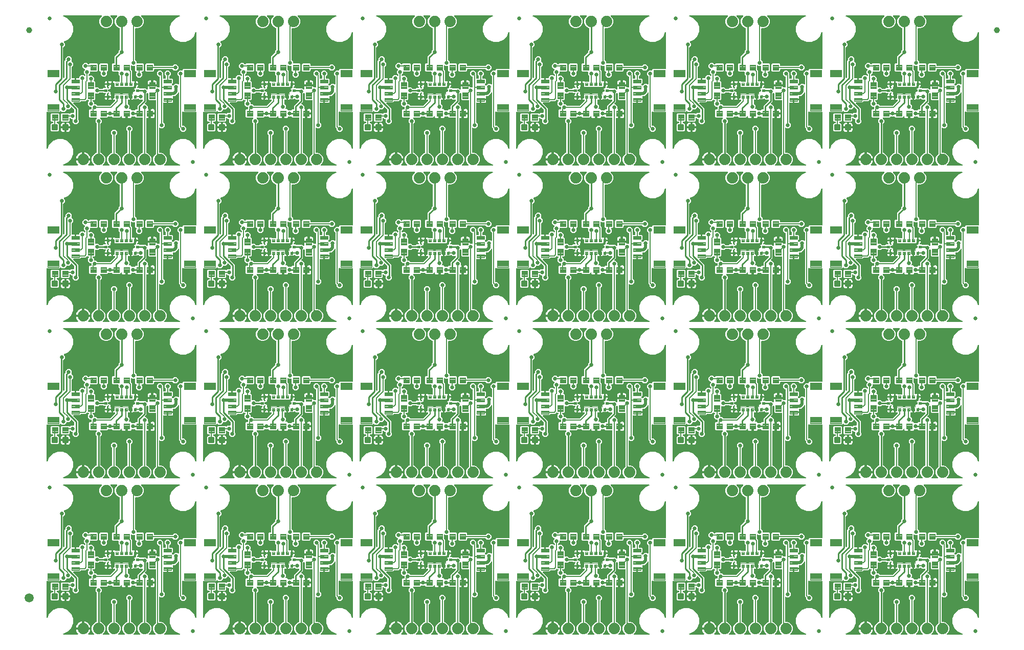
<source format=gtl>
G04 EAGLE Gerber RS-274X export*
G75*
%MOMM*%
%FSLAX34Y34*%
%LPD*%
%INTop Copper*%
%IPPOS*%
%AMOC8*
5,1,8,0,0,1.08239X$1,22.5*%
G01*
%ADD10C,0.635000*%
%ADD11C,0.100000*%
%ADD12C,0.096000*%
%ADD13C,0.102000*%
%ADD14C,1.879600*%
%ADD15C,0.300000*%
%ADD16R,0.150000X0.150000*%
%ADD17C,1.000000*%
%ADD18C,1.500000*%
%ADD19C,0.508000*%
%ADD20C,0.304800*%
%ADD21C,0.660400*%
%ADD22C,0.254000*%
%ADD23C,0.177800*%

G36*
X1444043Y871209D02*
X1444043Y871209D01*
X1444074Y871208D01*
X1444173Y871235D01*
X1444274Y871255D01*
X1444294Y871268D01*
X1444330Y871278D01*
X1444555Y871420D01*
X1444579Y871449D01*
X1444599Y871462D01*
X1446056Y872919D01*
X1448063Y872919D01*
X1448165Y872934D01*
X1448267Y872942D01*
X1448295Y872954D01*
X1448326Y872959D01*
X1448418Y873003D01*
X1448514Y873041D01*
X1448537Y873061D01*
X1448565Y873074D01*
X1448640Y873144D01*
X1448720Y873209D01*
X1448737Y873235D01*
X1448759Y873256D01*
X1448810Y873345D01*
X1448867Y873430D01*
X1448873Y873454D01*
X1448891Y873486D01*
X1448949Y873746D01*
X1448946Y873784D01*
X1448951Y873807D01*
X1448951Y879223D01*
X1457191Y887463D01*
X1457204Y887480D01*
X1457220Y887493D01*
X1457282Y887586D01*
X1457349Y887677D01*
X1457356Y887696D01*
X1457367Y887714D01*
X1457377Y887758D01*
X1457384Y887777D01*
X1457391Y887790D01*
X1457397Y887814D01*
X1457436Y887928D01*
X1457439Y888003D01*
X1457449Y888050D01*
X1457447Y888073D01*
X1457451Y888091D01*
X1457451Y888111D01*
X1457444Y888158D01*
X1457445Y888193D01*
X1457434Y888235D01*
X1457428Y888315D01*
X1457416Y888343D01*
X1457411Y888374D01*
X1457376Y888446D01*
X1457375Y888450D01*
X1457372Y888454D01*
X1457367Y888466D01*
X1457329Y888562D01*
X1457309Y888585D01*
X1457296Y888613D01*
X1457226Y888688D01*
X1457161Y888768D01*
X1457135Y888785D01*
X1457114Y888807D01*
X1457025Y888858D01*
X1456940Y888915D01*
X1456916Y888921D01*
X1456884Y888939D01*
X1456624Y888997D01*
X1456586Y888994D01*
X1456563Y888999D01*
X1452045Y888999D01*
X1450342Y890703D01*
X1450259Y890764D01*
X1450181Y890830D01*
X1450153Y890842D01*
X1450128Y890861D01*
X1450031Y890894D01*
X1449936Y890935D01*
X1449906Y890938D01*
X1449877Y890948D01*
X1449774Y890952D01*
X1449672Y890962D01*
X1449642Y890956D01*
X1449611Y890957D01*
X1449512Y890930D01*
X1449411Y890910D01*
X1449391Y890897D01*
X1449355Y890887D01*
X1449130Y890745D01*
X1449106Y890716D01*
X1449086Y890703D01*
X1447844Y889461D01*
X1441773Y889461D01*
X1441735Y889456D01*
X1441697Y889458D01*
X1441646Y889442D01*
X1441510Y889421D01*
X1441379Y889358D01*
X1441328Y889342D01*
X1440574Y888907D01*
X1439800Y888699D01*
X1438649Y888699D01*
X1438649Y891922D01*
X1438910Y891922D01*
X1439012Y891937D01*
X1439114Y891945D01*
X1439142Y891957D01*
X1439173Y891962D01*
X1439265Y892006D01*
X1439361Y892044D01*
X1439384Y892064D01*
X1439412Y892077D01*
X1439487Y892147D01*
X1439567Y892212D01*
X1439584Y892238D01*
X1439606Y892259D01*
X1439657Y892348D01*
X1439714Y892433D01*
X1439720Y892457D01*
X1439738Y892489D01*
X1439796Y892749D01*
X1439793Y892787D01*
X1439798Y892810D01*
X1439798Y902463D01*
X1443733Y902463D01*
X1443835Y902478D01*
X1443937Y902487D01*
X1443965Y902498D01*
X1443996Y902503D01*
X1444088Y902547D01*
X1444184Y902586D01*
X1444207Y902605D01*
X1444235Y902618D01*
X1444310Y902688D01*
X1444390Y902753D01*
X1444407Y902779D01*
X1444429Y902800D01*
X1444480Y902889D01*
X1444537Y902974D01*
X1444543Y902998D01*
X1444561Y903030D01*
X1444619Y903290D01*
X1444616Y903328D01*
X1444621Y903351D01*
X1444621Y905129D01*
X1444606Y905230D01*
X1444598Y905333D01*
X1444586Y905361D01*
X1444581Y905392D01*
X1444537Y905484D01*
X1444499Y905579D01*
X1444479Y905603D01*
X1444466Y905631D01*
X1444396Y905706D01*
X1444331Y905786D01*
X1444305Y905803D01*
X1444284Y905825D01*
X1444195Y905876D01*
X1444110Y905933D01*
X1444086Y905938D01*
X1444054Y905957D01*
X1443794Y906015D01*
X1443756Y906012D01*
X1443733Y906017D01*
X1439638Y906017D01*
X1439573Y906087D01*
X1439508Y906167D01*
X1439482Y906184D01*
X1439461Y906206D01*
X1439372Y906257D01*
X1439287Y906314D01*
X1439263Y906320D01*
X1439231Y906338D01*
X1438971Y906396D01*
X1438933Y906393D01*
X1438910Y906398D01*
X1435100Y906398D01*
X1434998Y906383D01*
X1434896Y906375D01*
X1434868Y906363D01*
X1434837Y906358D01*
X1434745Y906314D01*
X1434649Y906276D01*
X1434626Y906256D01*
X1434598Y906243D01*
X1434523Y906173D01*
X1434443Y906108D01*
X1434426Y906082D01*
X1434404Y906061D01*
X1434378Y906017D01*
X1424177Y906017D01*
X1424177Y909573D01*
X1424162Y909675D01*
X1424153Y909777D01*
X1424142Y909805D01*
X1424137Y909836D01*
X1424093Y909928D01*
X1424054Y910024D01*
X1424035Y910047D01*
X1424022Y910075D01*
X1423952Y910150D01*
X1423887Y910230D01*
X1423861Y910247D01*
X1423840Y910269D01*
X1423751Y910320D01*
X1423666Y910377D01*
X1423642Y910383D01*
X1423609Y910401D01*
X1423350Y910459D01*
X1423312Y910456D01*
X1423289Y910461D01*
X1421511Y910461D01*
X1421410Y910446D01*
X1421307Y910438D01*
X1421279Y910426D01*
X1421248Y910421D01*
X1421156Y910377D01*
X1421061Y910339D01*
X1421037Y910319D01*
X1421009Y910306D01*
X1420934Y910236D01*
X1420854Y910171D01*
X1420837Y910145D01*
X1420815Y910124D01*
X1420764Y910035D01*
X1420707Y909950D01*
X1420701Y909926D01*
X1420683Y909894D01*
X1420625Y909634D01*
X1420628Y909596D01*
X1420623Y909573D01*
X1420623Y906017D01*
X1410588Y906017D01*
X1410588Y915670D01*
X1410573Y915772D01*
X1410565Y915874D01*
X1410553Y915902D01*
X1410548Y915933D01*
X1410504Y916025D01*
X1410466Y916121D01*
X1410446Y916144D01*
X1410433Y916172D01*
X1410363Y916247D01*
X1410298Y916327D01*
X1410272Y916344D01*
X1410251Y916366D01*
X1410162Y916417D01*
X1410077Y916474D01*
X1410053Y916480D01*
X1410021Y916498D01*
X1409761Y916556D01*
X1409723Y916553D01*
X1409700Y916558D01*
X1408649Y916558D01*
X1408649Y919781D01*
X1409800Y919781D01*
X1410574Y919573D01*
X1411328Y919138D01*
X1411364Y919124D01*
X1411396Y919103D01*
X1411448Y919091D01*
X1411576Y919041D01*
X1411721Y919030D01*
X1411773Y919019D01*
X1417844Y919019D01*
X1418022Y918841D01*
X1418029Y918836D01*
X1418031Y918833D01*
X1418045Y918824D01*
X1418104Y918780D01*
X1418183Y918713D01*
X1418211Y918701D01*
X1418236Y918683D01*
X1418333Y918649D01*
X1418427Y918609D01*
X1418458Y918606D01*
X1418487Y918596D01*
X1418590Y918592D01*
X1418692Y918582D01*
X1418722Y918588D01*
X1418753Y918586D01*
X1418851Y918613D01*
X1418952Y918634D01*
X1418972Y918646D01*
X1419009Y918656D01*
X1419150Y918746D01*
X1419173Y918757D01*
X1419185Y918768D01*
X1419233Y918799D01*
X1419258Y918828D01*
X1419278Y918841D01*
X1419472Y919035D01*
X1419484Y919052D01*
X1419501Y919065D01*
X1419563Y919158D01*
X1419630Y919249D01*
X1419637Y919268D01*
X1419648Y919286D01*
X1419658Y919331D01*
X1419717Y919500D01*
X1419721Y919612D01*
X1419732Y919663D01*
X1419732Y927295D01*
X1419729Y927315D01*
X1419731Y927336D01*
X1419709Y927447D01*
X1419692Y927557D01*
X1419683Y927576D01*
X1419679Y927597D01*
X1419655Y927635D01*
X1419577Y927797D01*
X1419500Y927879D01*
X1419472Y927923D01*
X1417319Y930075D01*
X1417319Y934494D01*
X1417325Y934509D01*
X1417326Y934561D01*
X1417338Y934612D01*
X1417331Y934693D01*
X1417334Y934775D01*
X1417320Y934825D01*
X1417316Y934877D01*
X1417286Y934953D01*
X1417264Y935031D01*
X1417236Y935075D01*
X1417217Y935124D01*
X1417166Y935187D01*
X1417122Y935256D01*
X1417082Y935289D01*
X1417050Y935330D01*
X1416981Y935375D01*
X1416919Y935428D01*
X1416872Y935448D01*
X1416828Y935477D01*
X1416778Y935489D01*
X1416675Y935533D01*
X1416496Y935551D01*
X1416452Y935561D01*
X1407956Y935561D01*
X1406621Y936896D01*
X1406621Y947784D01*
X1407956Y949119D01*
X1409963Y949119D01*
X1410065Y949134D01*
X1410167Y949142D01*
X1410195Y949154D01*
X1410226Y949159D01*
X1410318Y949203D01*
X1410414Y949241D01*
X1410437Y949261D01*
X1410465Y949274D01*
X1410540Y949344D01*
X1410620Y949409D01*
X1410637Y949435D01*
X1410659Y949456D01*
X1410710Y949545D01*
X1410767Y949630D01*
X1410773Y949654D01*
X1410791Y949686D01*
X1410849Y949946D01*
X1410846Y949984D01*
X1410851Y950007D01*
X1410851Y960503D01*
X1417059Y966711D01*
X1417072Y966728D01*
X1417088Y966741D01*
X1417150Y966834D01*
X1417217Y966925D01*
X1417224Y966944D01*
X1417235Y966962D01*
X1417245Y967006D01*
X1417304Y967176D01*
X1417308Y967288D01*
X1417319Y967339D01*
X1417319Y969845D01*
X1419091Y971616D01*
X1419104Y971633D01*
X1419120Y971647D01*
X1419182Y971740D01*
X1419249Y971830D01*
X1419256Y971850D01*
X1419267Y971868D01*
X1419277Y971912D01*
X1419336Y972081D01*
X1419340Y972194D01*
X1419351Y972244D01*
X1419351Y1007112D01*
X1419342Y1007173D01*
X1419343Y1007235D01*
X1419322Y1007304D01*
X1419311Y1007375D01*
X1419284Y1007430D01*
X1419267Y1007490D01*
X1419227Y1007549D01*
X1419196Y1007614D01*
X1419153Y1007659D01*
X1419119Y1007711D01*
X1419080Y1007738D01*
X1419014Y1007808D01*
X1418828Y1007914D01*
X1418803Y1007932D01*
X1416069Y1009065D01*
X1412925Y1012209D01*
X1411223Y1016317D01*
X1411223Y1020763D01*
X1412925Y1024871D01*
X1414983Y1026929D01*
X1415013Y1026970D01*
X1415051Y1027006D01*
X1415092Y1027077D01*
X1415140Y1027143D01*
X1415157Y1027192D01*
X1415183Y1027236D01*
X1415201Y1027316D01*
X1415228Y1027394D01*
X1415230Y1027446D01*
X1415241Y1027496D01*
X1415234Y1027578D01*
X1415237Y1027660D01*
X1415223Y1027709D01*
X1415219Y1027761D01*
X1415189Y1027837D01*
X1415167Y1027916D01*
X1415139Y1027960D01*
X1415120Y1028008D01*
X1415068Y1028071D01*
X1415024Y1028140D01*
X1414985Y1028174D01*
X1414953Y1028214D01*
X1414884Y1028259D01*
X1414822Y1028312D01*
X1414774Y1028333D01*
X1414731Y1028361D01*
X1414681Y1028373D01*
X1414577Y1028417D01*
X1414399Y1028435D01*
X1414355Y1028445D01*
X1405045Y1028445D01*
X1404994Y1028438D01*
X1404943Y1028439D01*
X1404864Y1028418D01*
X1404783Y1028405D01*
X1404736Y1028383D01*
X1404686Y1028369D01*
X1404617Y1028325D01*
X1404543Y1028290D01*
X1404506Y1028255D01*
X1404462Y1028227D01*
X1404409Y1028164D01*
X1404349Y1028108D01*
X1404323Y1028064D01*
X1404290Y1028024D01*
X1404258Y1027949D01*
X1404217Y1027878D01*
X1404206Y1027827D01*
X1404186Y1027780D01*
X1404177Y1027698D01*
X1404159Y1027618D01*
X1404163Y1027567D01*
X1404158Y1027515D01*
X1404174Y1027435D01*
X1404181Y1027353D01*
X1404200Y1027305D01*
X1404210Y1027255D01*
X1404238Y1027211D01*
X1404280Y1027106D01*
X1404393Y1026967D01*
X1404417Y1026929D01*
X1406475Y1024871D01*
X1408177Y1020763D01*
X1408177Y1016317D01*
X1406475Y1012209D01*
X1403331Y1009065D01*
X1399223Y1007363D01*
X1394777Y1007363D01*
X1390669Y1009065D01*
X1387525Y1012209D01*
X1385823Y1016317D01*
X1385823Y1020763D01*
X1387525Y1024871D01*
X1389583Y1026929D01*
X1389613Y1026970D01*
X1389651Y1027006D01*
X1389692Y1027077D01*
X1389740Y1027143D01*
X1389757Y1027192D01*
X1389783Y1027236D01*
X1389801Y1027316D01*
X1389828Y1027394D01*
X1389830Y1027446D01*
X1389841Y1027496D01*
X1389834Y1027578D01*
X1389837Y1027660D01*
X1389823Y1027709D01*
X1389819Y1027761D01*
X1389789Y1027837D01*
X1389767Y1027916D01*
X1389739Y1027960D01*
X1389720Y1028008D01*
X1389668Y1028071D01*
X1389624Y1028140D01*
X1389585Y1028174D01*
X1389553Y1028214D01*
X1389484Y1028259D01*
X1389422Y1028312D01*
X1389374Y1028333D01*
X1389331Y1028361D01*
X1389281Y1028373D01*
X1389177Y1028417D01*
X1388999Y1028435D01*
X1388955Y1028445D01*
X1326447Y1028445D01*
X1326356Y1028431D01*
X1326264Y1028426D01*
X1326225Y1028412D01*
X1326184Y1028405D01*
X1326101Y1028365D01*
X1326015Y1028333D01*
X1325982Y1028308D01*
X1325945Y1028290D01*
X1325877Y1028227D01*
X1325804Y1028170D01*
X1325781Y1028136D01*
X1325751Y1028108D01*
X1325705Y1028028D01*
X1325652Y1027953D01*
X1325639Y1027913D01*
X1325619Y1027878D01*
X1325599Y1027788D01*
X1325570Y1027700D01*
X1325570Y1027658D01*
X1325561Y1027618D01*
X1325568Y1027526D01*
X1325567Y1027434D01*
X1325579Y1027394D01*
X1325583Y1027353D01*
X1325617Y1027267D01*
X1325643Y1027179D01*
X1325666Y1027145D01*
X1325682Y1027106D01*
X1325740Y1027035D01*
X1325791Y1026958D01*
X1325817Y1026940D01*
X1325849Y1026900D01*
X1326070Y1026753D01*
X1326090Y1026748D01*
X1326107Y1026736D01*
X1332886Y1023928D01*
X1338888Y1017926D01*
X1342137Y1010084D01*
X1342137Y1001596D01*
X1338888Y993754D01*
X1332886Y987752D01*
X1327275Y985427D01*
X1327266Y985422D01*
X1327256Y985419D01*
X1327152Y985353D01*
X1327047Y985290D01*
X1327040Y985282D01*
X1327031Y985276D01*
X1326952Y985183D01*
X1326870Y985091D01*
X1326866Y985082D01*
X1326859Y985074D01*
X1326811Y984961D01*
X1326760Y984849D01*
X1326759Y984839D01*
X1326755Y984829D01*
X1326742Y984707D01*
X1326727Y984586D01*
X1326729Y984575D01*
X1326727Y984565D01*
X1326752Y984444D01*
X1326773Y984324D01*
X1326777Y984315D01*
X1326780Y984304D01*
X1326796Y984278D01*
X1326894Y984087D01*
X1326961Y984019D01*
X1326987Y983979D01*
X1328421Y982545D01*
X1328421Y978335D01*
X1325807Y975722D01*
X1325794Y975705D01*
X1325778Y975691D01*
X1325716Y975598D01*
X1325649Y975508D01*
X1325642Y975488D01*
X1325631Y975470D01*
X1325621Y975426D01*
X1325562Y975257D01*
X1325558Y975144D01*
X1325547Y975094D01*
X1325547Y925836D01*
X1325554Y925785D01*
X1325553Y925733D01*
X1325574Y925654D01*
X1325587Y925573D01*
X1325609Y925526D01*
X1325623Y925476D01*
X1325667Y925407D01*
X1325702Y925333D01*
X1325738Y925296D01*
X1325765Y925252D01*
X1325828Y925199D01*
X1325884Y925139D01*
X1325929Y925113D01*
X1325968Y925080D01*
X1326043Y925048D01*
X1326114Y925007D01*
X1326165Y924996D01*
X1326212Y924976D01*
X1326294Y924967D01*
X1326374Y924949D01*
X1326425Y924954D01*
X1326477Y924948D01*
X1326557Y924964D01*
X1326639Y924971D01*
X1326687Y924990D01*
X1326737Y925000D01*
X1326781Y925028D01*
X1326886Y925070D01*
X1327025Y925183D01*
X1327063Y925208D01*
X1327651Y925796D01*
X1327664Y925812D01*
X1327680Y925826D01*
X1327742Y925920D01*
X1327809Y926010D01*
X1327816Y926029D01*
X1327827Y926047D01*
X1327837Y926091D01*
X1327896Y926261D01*
X1327900Y926373D01*
X1327911Y926424D01*
X1327911Y953255D01*
X1329429Y954773D01*
X1329442Y954790D01*
X1329458Y954803D01*
X1329520Y954896D01*
X1329587Y954987D01*
X1329594Y955006D01*
X1329605Y955024D01*
X1329615Y955068D01*
X1329674Y955238D01*
X1329678Y955350D01*
X1329689Y955401D01*
X1329689Y957907D01*
X1332665Y960883D01*
X1336875Y960883D01*
X1339851Y957907D01*
X1339851Y953697D01*
X1339662Y953509D01*
X1339601Y953426D01*
X1339535Y953348D01*
X1339523Y953320D01*
X1339505Y953295D01*
X1339471Y953198D01*
X1339431Y953104D01*
X1339427Y953073D01*
X1339417Y953044D01*
X1339414Y952941D01*
X1339403Y952839D01*
X1339409Y952809D01*
X1339408Y952778D01*
X1339435Y952679D01*
X1339455Y952579D01*
X1339468Y952558D01*
X1339478Y952522D01*
X1339621Y952298D01*
X1339650Y952273D01*
X1339662Y952253D01*
X1342391Y949525D01*
X1342391Y945315D01*
X1339857Y942782D01*
X1339844Y942765D01*
X1339828Y942752D01*
X1339766Y942658D01*
X1339699Y942568D01*
X1339692Y942548D01*
X1339681Y942530D01*
X1339671Y942486D01*
X1339612Y942317D01*
X1339608Y942204D01*
X1339597Y942154D01*
X1339597Y925669D01*
X1339612Y925567D01*
X1339620Y925465D01*
X1339632Y925437D01*
X1339637Y925406D01*
X1339681Y925314D01*
X1339719Y925218D01*
X1339739Y925195D01*
X1339752Y925167D01*
X1339822Y925092D01*
X1339887Y925012D01*
X1339913Y924995D01*
X1339934Y924973D01*
X1340023Y924922D01*
X1340108Y924865D01*
X1340132Y924859D01*
X1340164Y924841D01*
X1340424Y924783D01*
X1340462Y924786D01*
X1340485Y924781D01*
X1344701Y924781D01*
X1344701Y919851D01*
X1344716Y919750D01*
X1344724Y919647D01*
X1344736Y919619D01*
X1344740Y919588D01*
X1344785Y919496D01*
X1344823Y919401D01*
X1344843Y919377D01*
X1344856Y919349D01*
X1344926Y919274D01*
X1344991Y919194D01*
X1345017Y919177D01*
X1345038Y919155D01*
X1345127Y919104D01*
X1345212Y919047D01*
X1345236Y919042D01*
X1345268Y919023D01*
X1345528Y918965D01*
X1345566Y918968D01*
X1345589Y918963D01*
X1346811Y918963D01*
X1346913Y918978D01*
X1347015Y918987D01*
X1347043Y918998D01*
X1347074Y919003D01*
X1347166Y919047D01*
X1347262Y919086D01*
X1347285Y919105D01*
X1347313Y919118D01*
X1347388Y919189D01*
X1347468Y919253D01*
X1347485Y919279D01*
X1347507Y919300D01*
X1347558Y919389D01*
X1347615Y919474D01*
X1347621Y919498D01*
X1347639Y919531D01*
X1347697Y919790D01*
X1347694Y919828D01*
X1347699Y919851D01*
X1347699Y924781D01*
X1351753Y924781D01*
X1351855Y924796D01*
X1351957Y924804D01*
X1351986Y924816D01*
X1352016Y924820D01*
X1352108Y924865D01*
X1352204Y924903D01*
X1352228Y924923D01*
X1352255Y924936D01*
X1352330Y925006D01*
X1352410Y925071D01*
X1352427Y925097D01*
X1352450Y925118D01*
X1352500Y925207D01*
X1352557Y925292D01*
X1352563Y925316D01*
X1352581Y925348D01*
X1352639Y925608D01*
X1352637Y925636D01*
X1352639Y925647D01*
X1352638Y925656D01*
X1352641Y925669D01*
X1352641Y926757D01*
X1355618Y929733D01*
X1359827Y929733D01*
X1361066Y928493D01*
X1361107Y928463D01*
X1361143Y928425D01*
X1361214Y928384D01*
X1361280Y928336D01*
X1361329Y928319D01*
X1361373Y928293D01*
X1361453Y928275D01*
X1361531Y928248D01*
X1361583Y928247D01*
X1361633Y928235D01*
X1361715Y928242D01*
X1361797Y928239D01*
X1361846Y928253D01*
X1361898Y928257D01*
X1361974Y928288D01*
X1362053Y928309D01*
X1362097Y928337D01*
X1362145Y928356D01*
X1362208Y928408D01*
X1362277Y928452D01*
X1362311Y928491D01*
X1362351Y928524D01*
X1362396Y928592D01*
X1362449Y928654D01*
X1362470Y928702D01*
X1362498Y928745D01*
X1362510Y928795D01*
X1362554Y928899D01*
X1362572Y929077D01*
X1362582Y929122D01*
X1362582Y929835D01*
X1362579Y929855D01*
X1362581Y929876D01*
X1362559Y929987D01*
X1362542Y930097D01*
X1362533Y930116D01*
X1362529Y930137D01*
X1362505Y930175D01*
X1362427Y930337D01*
X1362350Y930419D01*
X1362322Y930463D01*
X1360169Y932615D01*
X1360169Y936825D01*
X1361628Y938283D01*
X1361658Y938324D01*
X1361696Y938360D01*
X1361737Y938431D01*
X1361785Y938497D01*
X1361802Y938546D01*
X1361828Y938590D01*
X1361846Y938670D01*
X1361873Y938748D01*
X1361875Y938800D01*
X1361886Y938850D01*
X1361879Y938932D01*
X1361882Y939014D01*
X1361868Y939063D01*
X1361864Y939115D01*
X1361834Y939191D01*
X1361812Y939270D01*
X1361784Y939314D01*
X1361765Y939362D01*
X1361713Y939425D01*
X1361669Y939494D01*
X1361630Y939528D01*
X1361598Y939568D01*
X1361529Y939613D01*
X1361467Y939666D01*
X1361419Y939687D01*
X1361376Y939715D01*
X1361326Y939727D01*
X1361222Y939771D01*
X1361044Y939789D01*
X1361000Y939799D01*
X1360605Y939799D01*
X1357629Y942775D01*
X1357629Y946985D01*
X1360605Y949961D01*
X1364815Y949961D01*
X1366967Y947808D01*
X1366984Y947795D01*
X1366998Y947779D01*
X1367091Y947717D01*
X1367181Y947650D01*
X1367201Y947643D01*
X1367219Y947632D01*
X1367263Y947622D01*
X1367432Y947563D01*
X1367545Y947559D01*
X1367595Y947548D01*
X1367917Y947548D01*
X1367938Y947551D01*
X1367959Y947549D01*
X1368069Y947571D01*
X1368180Y947588D01*
X1368199Y947597D01*
X1368220Y947601D01*
X1368258Y947625D01*
X1368419Y947703D01*
X1368502Y947780D01*
X1368545Y947808D01*
X1369856Y949119D01*
X1381744Y949119D01*
X1383079Y947784D01*
X1383079Y936896D01*
X1381744Y935561D01*
X1371219Y935561D01*
X1371117Y935546D01*
X1371015Y935538D01*
X1370987Y935526D01*
X1370956Y935521D01*
X1370864Y935477D01*
X1370768Y935439D01*
X1370745Y935419D01*
X1370717Y935406D01*
X1370642Y935336D01*
X1370562Y935271D01*
X1370545Y935245D01*
X1370523Y935224D01*
X1370472Y935135D01*
X1370415Y935050D01*
X1370409Y935026D01*
X1370391Y934994D01*
X1370333Y934734D01*
X1370336Y934696D01*
X1370331Y934673D01*
X1370331Y932615D01*
X1368178Y930463D01*
X1368165Y930446D01*
X1368149Y930432D01*
X1368087Y930339D01*
X1368020Y930249D01*
X1368013Y930229D01*
X1368002Y930211D01*
X1367992Y930167D01*
X1367933Y929998D01*
X1367929Y929885D01*
X1367918Y929835D01*
X1367918Y929191D01*
X1367925Y929140D01*
X1367924Y929089D01*
X1367945Y929010D01*
X1367958Y928929D01*
X1367980Y928882D01*
X1367994Y928832D01*
X1368038Y928763D01*
X1368073Y928689D01*
X1368109Y928652D01*
X1368136Y928608D01*
X1368199Y928555D01*
X1368255Y928495D01*
X1368300Y928469D01*
X1368339Y928436D01*
X1368414Y928404D01*
X1368485Y928363D01*
X1368536Y928352D01*
X1368583Y928332D01*
X1368665Y928323D01*
X1368745Y928305D01*
X1368796Y928309D01*
X1368848Y928304D01*
X1368928Y928320D01*
X1369010Y928327D01*
X1369058Y928346D01*
X1369108Y928356D01*
X1369152Y928384D01*
X1369257Y928426D01*
X1369396Y928539D01*
X1369434Y928563D01*
X1369496Y928625D01*
X1373705Y928625D01*
X1376681Y925649D01*
X1376681Y921411D01*
X1376667Y921387D01*
X1376666Y921386D01*
X1376656Y921374D01*
X1376655Y921370D01*
X1376619Y921321D01*
X1376602Y921272D01*
X1376576Y921228D01*
X1376558Y921148D01*
X1376552Y921130D01*
X1376531Y921070D01*
X1376529Y921019D01*
X1376518Y920968D01*
X1376525Y920886D01*
X1376522Y920804D01*
X1376536Y920755D01*
X1376540Y920703D01*
X1376570Y920627D01*
X1376592Y920548D01*
X1376620Y920504D01*
X1376639Y920456D01*
X1376691Y920393D01*
X1376735Y920324D01*
X1376774Y920290D01*
X1376806Y920250D01*
X1376825Y920238D01*
X1378379Y918684D01*
X1378379Y909934D01*
X1378387Y909883D01*
X1378385Y909831D01*
X1378406Y909752D01*
X1378419Y909672D01*
X1378441Y909625D01*
X1378455Y909575D01*
X1378499Y909506D01*
X1378534Y909432D01*
X1378570Y909394D01*
X1378598Y909350D01*
X1378660Y909298D01*
X1378716Y909238D01*
X1378761Y909212D01*
X1378800Y909179D01*
X1378876Y909147D01*
X1378946Y909106D01*
X1378997Y909095D01*
X1379045Y909074D01*
X1379126Y909066D01*
X1379206Y909048D01*
X1379258Y909052D01*
X1379309Y909047D01*
X1379389Y909063D01*
X1379433Y909067D01*
X1383865Y909067D01*
X1385636Y907295D01*
X1385644Y907289D01*
X1385647Y907286D01*
X1385655Y907280D01*
X1385667Y907266D01*
X1385760Y907204D01*
X1385850Y907137D01*
X1385870Y907130D01*
X1385888Y907119D01*
X1385932Y907109D01*
X1386101Y907050D01*
X1386214Y907046D01*
X1386264Y907035D01*
X1391104Y907035D01*
X1391125Y907038D01*
X1391146Y907036D01*
X1391256Y907058D01*
X1391367Y907075D01*
X1391386Y907084D01*
X1391407Y907088D01*
X1391445Y907112D01*
X1391606Y907190D01*
X1391689Y907267D01*
X1391732Y907295D01*
X1392956Y908519D01*
X1395815Y908519D01*
X1395849Y908524D01*
X1395884Y908521D01*
X1395980Y908544D01*
X1396078Y908559D01*
X1396109Y908574D01*
X1396143Y908581D01*
X1396228Y908631D01*
X1396317Y908674D01*
X1396342Y908698D01*
X1396372Y908715D01*
X1396439Y908788D01*
X1396511Y908856D01*
X1396529Y908886D01*
X1396552Y908911D01*
X1396594Y909001D01*
X1396643Y909086D01*
X1396651Y909120D01*
X1396666Y909151D01*
X1396680Y909249D01*
X1396701Y909346D01*
X1396698Y909380D01*
X1396703Y909414D01*
X1396688Y909512D01*
X1396680Y909611D01*
X1396667Y909643D01*
X1396661Y909677D01*
X1396617Y909766D01*
X1396581Y909858D01*
X1396559Y909884D01*
X1396543Y909915D01*
X1396505Y909951D01*
X1396413Y910064D01*
X1396298Y910141D01*
X1396259Y910176D01*
X1396033Y910307D01*
X1395467Y910873D01*
X1395067Y911566D01*
X1394859Y912340D01*
X1394859Y913491D01*
X1398651Y913491D01*
X1398651Y909080D01*
X1398654Y909059D01*
X1398652Y909038D01*
X1398674Y908928D01*
X1398690Y908817D01*
X1398700Y908798D01*
X1398704Y908777D01*
X1398728Y908739D01*
X1398806Y908578D01*
X1398883Y908495D01*
X1398911Y908452D01*
X1399843Y907520D01*
X1399884Y907489D01*
X1399920Y907451D01*
X1399991Y907411D01*
X1400057Y907362D01*
X1400106Y907345D01*
X1400150Y907319D01*
X1400230Y907302D01*
X1400308Y907275D01*
X1400360Y907273D01*
X1400410Y907262D01*
X1400492Y907268D01*
X1400574Y907265D01*
X1400623Y907279D01*
X1400675Y907283D01*
X1400751Y907314D01*
X1400830Y907335D01*
X1400874Y907363D01*
X1400922Y907382D01*
X1400985Y907434D01*
X1401054Y907478D01*
X1401088Y907517D01*
X1401128Y907550D01*
X1401173Y907618D01*
X1401226Y907681D01*
X1401247Y907728D01*
X1401275Y907771D01*
X1401287Y907821D01*
X1401331Y907925D01*
X1401349Y908103D01*
X1401359Y908148D01*
X1401359Y908811D01*
X1401344Y908913D01*
X1401336Y909015D01*
X1401324Y909043D01*
X1401319Y909074D01*
X1401275Y909166D01*
X1401237Y909262D01*
X1401217Y909285D01*
X1401204Y909313D01*
X1401149Y909371D01*
X1401149Y913491D01*
X1405002Y913491D01*
X1405002Y906017D01*
X1401067Y906017D01*
X1400965Y906002D01*
X1400863Y905993D01*
X1400835Y905982D01*
X1400804Y905977D01*
X1400712Y905933D01*
X1400616Y905894D01*
X1400593Y905875D01*
X1400565Y905862D01*
X1400490Y905792D01*
X1400410Y905727D01*
X1400393Y905701D01*
X1400371Y905680D01*
X1400320Y905591D01*
X1400263Y905506D01*
X1400257Y905482D01*
X1400239Y905449D01*
X1400181Y905190D01*
X1400184Y905152D01*
X1400179Y905129D01*
X1400179Y903351D01*
X1400194Y903250D01*
X1400202Y903147D01*
X1400214Y903119D01*
X1400219Y903088D01*
X1400263Y902996D01*
X1400301Y902901D01*
X1400321Y902877D01*
X1400334Y902849D01*
X1400404Y902774D01*
X1400469Y902694D01*
X1400495Y902677D01*
X1400516Y902655D01*
X1400605Y902604D01*
X1400690Y902547D01*
X1400714Y902541D01*
X1400746Y902523D01*
X1401006Y902465D01*
X1401044Y902468D01*
X1401067Y902463D01*
X1405002Y902463D01*
X1405002Y894989D01*
X1401149Y894989D01*
X1401149Y899101D01*
X1401167Y899118D01*
X1401218Y899207D01*
X1401275Y899292D01*
X1401281Y899316D01*
X1401299Y899348D01*
X1401357Y899608D01*
X1401354Y899646D01*
X1401359Y899669D01*
X1401359Y900332D01*
X1401352Y900383D01*
X1401353Y900435D01*
X1401332Y900514D01*
X1401319Y900595D01*
X1401297Y900641D01*
X1401283Y900691D01*
X1401239Y900760D01*
X1401204Y900834D01*
X1401169Y900872D01*
X1401141Y900916D01*
X1401078Y900969D01*
X1401022Y901029D01*
X1400978Y901054D01*
X1400938Y901088D01*
X1400863Y901120D01*
X1400792Y901161D01*
X1400741Y901172D01*
X1400694Y901192D01*
X1400612Y901201D01*
X1400532Y901218D01*
X1400481Y901214D01*
X1400429Y901220D01*
X1400349Y901203D01*
X1400267Y901197D01*
X1400219Y901178D01*
X1400169Y901167D01*
X1400125Y901140D01*
X1400020Y901098D01*
X1399881Y900985D01*
X1399843Y900960D01*
X1398911Y900028D01*
X1398898Y900011D01*
X1398882Y899998D01*
X1398820Y899905D01*
X1398753Y899814D01*
X1398746Y899794D01*
X1398735Y899777D01*
X1398725Y899732D01*
X1398666Y899563D01*
X1398662Y899451D01*
X1398651Y899400D01*
X1398651Y894989D01*
X1394859Y894989D01*
X1394859Y896140D01*
X1395067Y896914D01*
X1395467Y897607D01*
X1396033Y898173D01*
X1396259Y898304D01*
X1396279Y898320D01*
X1396295Y898328D01*
X1396300Y898332D01*
X1396317Y898340D01*
X1396390Y898408D01*
X1396467Y898470D01*
X1396486Y898498D01*
X1396511Y898522D01*
X1396560Y898607D01*
X1396616Y898689D01*
X1396626Y898723D01*
X1396643Y898752D01*
X1396665Y898849D01*
X1396694Y898944D01*
X1396694Y898978D01*
X1396701Y899012D01*
X1396693Y899111D01*
X1396693Y899210D01*
X1396682Y899242D01*
X1396680Y899277D01*
X1396643Y899369D01*
X1396613Y899463D01*
X1396593Y899491D01*
X1396581Y899524D01*
X1396518Y899601D01*
X1396462Y899682D01*
X1396435Y899703D01*
X1396413Y899730D01*
X1396330Y899785D01*
X1396253Y899846D01*
X1396221Y899858D01*
X1396192Y899877D01*
X1396141Y899889D01*
X1396004Y899941D01*
X1395867Y899950D01*
X1395815Y899961D01*
X1392956Y899961D01*
X1392240Y900677D01*
X1392223Y900689D01*
X1392210Y900706D01*
X1392116Y900768D01*
X1392026Y900835D01*
X1392007Y900842D01*
X1391989Y900853D01*
X1391944Y900863D01*
X1391775Y900922D01*
X1391663Y900926D01*
X1391612Y900937D01*
X1386264Y900937D01*
X1386244Y900934D01*
X1386223Y900936D01*
X1386112Y900914D01*
X1386002Y900897D01*
X1385983Y900888D01*
X1385962Y900884D01*
X1385924Y900860D01*
X1385762Y900782D01*
X1385680Y900705D01*
X1385636Y900677D01*
X1383865Y898905D01*
X1379446Y898905D01*
X1379431Y898911D01*
X1379379Y898912D01*
X1379328Y898924D01*
X1379247Y898917D01*
X1379165Y898920D01*
X1379115Y898906D01*
X1379063Y898902D01*
X1378987Y898872D01*
X1378909Y898850D01*
X1378865Y898822D01*
X1378816Y898803D01*
X1378753Y898752D01*
X1378684Y898708D01*
X1378651Y898668D01*
X1378610Y898636D01*
X1378565Y898567D01*
X1378512Y898505D01*
X1378492Y898458D01*
X1378463Y898414D01*
X1378451Y898364D01*
X1378407Y898261D01*
X1378389Y898082D01*
X1378379Y898038D01*
X1378379Y889796D01*
X1377044Y888461D01*
X1375156Y888461D01*
X1375054Y888446D01*
X1374952Y888438D01*
X1374924Y888426D01*
X1374893Y888421D01*
X1374801Y888377D01*
X1374705Y888339D01*
X1374682Y888319D01*
X1374654Y888306D01*
X1374579Y888236D01*
X1374499Y888171D01*
X1374482Y888145D01*
X1374460Y888124D01*
X1374409Y888035D01*
X1374352Y887950D01*
X1374346Y887926D01*
X1374328Y887894D01*
X1374299Y887765D01*
X1374296Y887758D01*
X1374295Y887747D01*
X1374270Y887634D01*
X1374273Y887596D01*
X1374268Y887573D01*
X1374268Y887535D01*
X1374271Y887515D01*
X1374269Y887494D01*
X1374290Y887387D01*
X1374291Y887369D01*
X1374294Y887363D01*
X1374308Y887273D01*
X1374317Y887254D01*
X1374321Y887233D01*
X1374345Y887195D01*
X1374423Y887033D01*
X1374500Y886951D01*
X1374528Y886907D01*
X1376681Y884755D01*
X1376681Y882269D01*
X1376696Y882167D01*
X1376704Y882065D01*
X1376716Y882037D01*
X1376721Y882006D01*
X1376765Y881914D01*
X1376803Y881818D01*
X1376823Y881795D01*
X1376836Y881767D01*
X1376906Y881692D01*
X1376971Y881612D01*
X1376997Y881595D01*
X1377018Y881573D01*
X1377107Y881522D01*
X1377192Y881465D01*
X1377216Y881459D01*
X1377248Y881441D01*
X1377508Y881383D01*
X1377546Y881386D01*
X1377569Y881381D01*
X1380055Y881381D01*
X1382207Y879228D01*
X1382224Y879215D01*
X1382238Y879199D01*
X1382331Y879137D01*
X1382421Y879070D01*
X1382441Y879063D01*
X1382459Y879052D01*
X1382503Y879042D01*
X1382672Y878983D01*
X1382785Y878979D01*
X1382835Y878968D01*
X1403147Y878968D01*
X1403168Y878971D01*
X1403189Y878969D01*
X1403299Y878991D01*
X1403410Y879008D01*
X1403429Y879017D01*
X1403449Y879021D01*
X1403488Y879045D01*
X1403649Y879123D01*
X1403732Y879200D01*
X1403775Y879228D01*
X1411972Y887425D01*
X1411985Y887442D01*
X1412001Y887455D01*
X1412063Y887549D01*
X1412130Y887639D01*
X1412137Y887659D01*
X1412148Y887676D01*
X1412158Y887721D01*
X1412217Y887890D01*
X1412221Y888003D01*
X1412232Y888053D01*
X1412232Y888326D01*
X1412222Y888393D01*
X1412222Y888462D01*
X1412202Y888524D01*
X1412192Y888588D01*
X1412163Y888650D01*
X1412142Y888716D01*
X1412105Y888769D01*
X1412077Y888828D01*
X1412030Y888878D01*
X1411991Y888934D01*
X1411940Y888974D01*
X1411895Y889022D01*
X1411836Y889056D01*
X1411782Y889099D01*
X1411721Y889122D01*
X1411665Y889154D01*
X1411598Y889169D01*
X1411533Y889193D01*
X1411469Y889198D01*
X1411405Y889212D01*
X1411337Y889206D01*
X1411268Y889211D01*
X1411225Y889197D01*
X1411140Y889190D01*
X1410913Y889099D01*
X1410900Y889095D01*
X1410574Y888906D01*
X1409800Y888699D01*
X1408649Y888699D01*
X1408649Y890652D01*
X1409700Y890652D01*
X1409802Y890667D01*
X1409904Y890675D01*
X1409932Y890687D01*
X1409963Y890692D01*
X1410055Y890736D01*
X1410151Y890774D01*
X1410174Y890794D01*
X1410202Y890807D01*
X1410277Y890877D01*
X1410357Y890942D01*
X1410374Y890968D01*
X1410396Y890989D01*
X1410447Y891078D01*
X1410504Y891163D01*
X1410510Y891187D01*
X1410528Y891219D01*
X1410586Y891479D01*
X1410583Y891517D01*
X1410588Y891540D01*
X1410588Y902463D01*
X1420623Y902463D01*
X1420623Y898907D01*
X1420638Y898805D01*
X1420647Y898703D01*
X1420658Y898675D01*
X1420663Y898644D01*
X1420707Y898552D01*
X1420746Y898456D01*
X1420765Y898433D01*
X1420778Y898405D01*
X1420848Y898330D01*
X1420913Y898250D01*
X1420939Y898233D01*
X1420960Y898211D01*
X1421049Y898160D01*
X1421134Y898103D01*
X1421158Y898097D01*
X1421190Y898079D01*
X1421450Y898021D01*
X1421488Y898024D01*
X1421511Y898019D01*
X1423289Y898019D01*
X1423390Y898034D01*
X1423493Y898042D01*
X1423521Y898054D01*
X1423552Y898059D01*
X1423644Y898103D01*
X1423739Y898141D01*
X1423763Y898161D01*
X1423791Y898174D01*
X1423866Y898244D01*
X1423946Y898309D01*
X1423963Y898335D01*
X1423985Y898356D01*
X1424036Y898445D01*
X1424093Y898530D01*
X1424098Y898554D01*
X1424117Y898586D01*
X1424175Y898846D01*
X1424172Y898884D01*
X1424177Y898907D01*
X1424177Y902463D01*
X1434212Y902463D01*
X1434212Y892810D01*
X1434227Y892708D01*
X1434235Y892606D01*
X1434247Y892578D01*
X1434252Y892547D01*
X1434296Y892455D01*
X1434334Y892359D01*
X1434354Y892336D01*
X1434367Y892308D01*
X1434437Y892233D01*
X1434502Y892153D01*
X1434528Y892136D01*
X1434549Y892114D01*
X1434638Y892063D01*
X1434723Y892006D01*
X1434747Y892000D01*
X1434779Y891982D01*
X1435039Y891924D01*
X1435077Y891927D01*
X1435100Y891922D01*
X1436151Y891922D01*
X1436151Y888699D01*
X1435000Y888699D01*
X1434226Y888906D01*
X1433900Y889095D01*
X1433836Y889120D01*
X1433777Y889154D01*
X1433713Y889168D01*
X1433653Y889192D01*
X1433584Y889197D01*
X1433517Y889212D01*
X1433452Y889206D01*
X1433388Y889211D01*
X1433321Y889196D01*
X1433252Y889190D01*
X1433192Y889166D01*
X1433129Y889151D01*
X1433069Y889117D01*
X1433005Y889091D01*
X1432955Y889050D01*
X1432899Y889017D01*
X1432852Y888967D01*
X1432799Y888924D01*
X1432763Y888869D01*
X1432719Y888822D01*
X1432690Y888760D01*
X1432652Y888702D01*
X1432642Y888658D01*
X1432605Y888581D01*
X1432571Y888339D01*
X1432568Y888326D01*
X1432568Y882575D01*
X1432571Y882555D01*
X1432569Y882534D01*
X1432591Y882423D01*
X1432608Y882313D01*
X1432617Y882294D01*
X1432621Y882273D01*
X1432645Y882235D01*
X1432723Y882073D01*
X1432800Y881991D01*
X1432828Y881947D01*
X1435101Y879675D01*
X1435101Y875465D01*
X1434832Y875197D01*
X1434802Y875156D01*
X1434764Y875120D01*
X1434723Y875049D01*
X1434675Y874983D01*
X1434658Y874934D01*
X1434632Y874890D01*
X1434614Y874810D01*
X1434587Y874732D01*
X1434585Y874680D01*
X1434574Y874630D01*
X1434581Y874548D01*
X1434578Y874466D01*
X1434592Y874417D01*
X1434596Y874365D01*
X1434626Y874289D01*
X1434648Y874210D01*
X1434676Y874166D01*
X1434695Y874118D01*
X1434747Y874055D01*
X1434791Y873986D01*
X1434830Y873952D01*
X1434862Y873912D01*
X1434931Y873867D01*
X1434993Y873814D01*
X1435041Y873793D01*
X1435084Y873765D01*
X1435134Y873753D01*
X1435238Y873709D01*
X1435416Y873691D01*
X1435460Y873681D01*
X1436300Y873681D01*
X1437074Y873473D01*
X1437767Y873073D01*
X1438333Y872507D01*
X1438775Y871742D01*
X1438808Y871658D01*
X1438817Y871648D01*
X1438822Y871635D01*
X1438901Y871545D01*
X1438976Y871452D01*
X1438987Y871445D01*
X1438996Y871434D01*
X1439097Y871371D01*
X1439197Y871305D01*
X1439208Y871302D01*
X1439222Y871294D01*
X1439479Y871226D01*
X1439539Y871228D01*
X1439574Y871221D01*
X1443797Y871221D01*
X1443808Y871217D01*
X1443911Y871213D01*
X1444013Y871203D01*
X1444043Y871209D01*
G37*
G36*
X407723Y871209D02*
X407723Y871209D01*
X407754Y871208D01*
X407853Y871235D01*
X407954Y871255D01*
X407974Y871268D01*
X408010Y871278D01*
X408235Y871420D01*
X408259Y871449D01*
X408279Y871462D01*
X409736Y872919D01*
X411743Y872919D01*
X411845Y872934D01*
X411947Y872942D01*
X411975Y872954D01*
X412006Y872959D01*
X412098Y873003D01*
X412194Y873041D01*
X412217Y873061D01*
X412245Y873074D01*
X412320Y873144D01*
X412400Y873209D01*
X412417Y873235D01*
X412439Y873256D01*
X412490Y873345D01*
X412547Y873430D01*
X412553Y873454D01*
X412571Y873486D01*
X412629Y873746D01*
X412626Y873784D01*
X412631Y873807D01*
X412631Y879223D01*
X420871Y887463D01*
X420884Y887480D01*
X420900Y887493D01*
X420962Y887586D01*
X421029Y887677D01*
X421036Y887696D01*
X421047Y887714D01*
X421057Y887758D01*
X421064Y887777D01*
X421071Y887790D01*
X421077Y887814D01*
X421116Y887928D01*
X421119Y888003D01*
X421129Y888050D01*
X421127Y888073D01*
X421131Y888091D01*
X421131Y888111D01*
X421124Y888158D01*
X421125Y888193D01*
X421114Y888235D01*
X421108Y888315D01*
X421096Y888343D01*
X421091Y888374D01*
X421056Y888446D01*
X421055Y888450D01*
X421052Y888455D01*
X421047Y888466D01*
X421009Y888562D01*
X420989Y888585D01*
X420976Y888613D01*
X420906Y888688D01*
X420841Y888768D01*
X420815Y888785D01*
X420794Y888807D01*
X420705Y888858D01*
X420620Y888915D01*
X420596Y888921D01*
X420564Y888939D01*
X420304Y888997D01*
X420266Y888994D01*
X420243Y888999D01*
X415725Y888999D01*
X414022Y890703D01*
X413939Y890764D01*
X413861Y890830D01*
X413833Y890842D01*
X413808Y890861D01*
X413711Y890894D01*
X413616Y890935D01*
X413586Y890938D01*
X413557Y890948D01*
X413454Y890952D01*
X413352Y890962D01*
X413322Y890956D01*
X413291Y890957D01*
X413192Y890930D01*
X413091Y890910D01*
X413071Y890897D01*
X413035Y890887D01*
X412810Y890745D01*
X412786Y890716D01*
X412766Y890703D01*
X411524Y889461D01*
X405453Y889461D01*
X405415Y889456D01*
X405377Y889458D01*
X405326Y889442D01*
X405190Y889421D01*
X405059Y889358D01*
X405008Y889342D01*
X404254Y888907D01*
X403480Y888699D01*
X402329Y888699D01*
X402329Y891922D01*
X402590Y891922D01*
X402692Y891937D01*
X402794Y891945D01*
X402822Y891957D01*
X402853Y891962D01*
X402945Y892006D01*
X403041Y892044D01*
X403064Y892064D01*
X403092Y892077D01*
X403167Y892147D01*
X403247Y892212D01*
X403264Y892238D01*
X403286Y892259D01*
X403337Y892348D01*
X403394Y892433D01*
X403400Y892457D01*
X403418Y892489D01*
X403476Y892749D01*
X403473Y892787D01*
X403478Y892810D01*
X403478Y902463D01*
X407413Y902463D01*
X407515Y902478D01*
X407617Y902487D01*
X407645Y902498D01*
X407676Y902503D01*
X407768Y902547D01*
X407864Y902586D01*
X407887Y902605D01*
X407915Y902618D01*
X407990Y902688D01*
X408070Y902753D01*
X408087Y902779D01*
X408109Y902800D01*
X408160Y902889D01*
X408217Y902974D01*
X408223Y902998D01*
X408241Y903030D01*
X408299Y903290D01*
X408296Y903328D01*
X408301Y903351D01*
X408301Y905129D01*
X408286Y905230D01*
X408278Y905333D01*
X408266Y905361D01*
X408261Y905392D01*
X408217Y905484D01*
X408179Y905579D01*
X408159Y905603D01*
X408146Y905631D01*
X408076Y905706D01*
X408011Y905786D01*
X407985Y905803D01*
X407964Y905825D01*
X407875Y905876D01*
X407790Y905933D01*
X407766Y905938D01*
X407734Y905957D01*
X407474Y906015D01*
X407436Y906012D01*
X407413Y906017D01*
X403318Y906017D01*
X403253Y906087D01*
X403188Y906167D01*
X403162Y906184D01*
X403141Y906206D01*
X403052Y906257D01*
X402967Y906314D01*
X402943Y906320D01*
X402911Y906338D01*
X402651Y906396D01*
X402613Y906393D01*
X402590Y906398D01*
X398780Y906398D01*
X398678Y906383D01*
X398576Y906375D01*
X398548Y906363D01*
X398517Y906358D01*
X398425Y906314D01*
X398329Y906276D01*
X398306Y906256D01*
X398278Y906243D01*
X398203Y906173D01*
X398123Y906108D01*
X398106Y906082D01*
X398084Y906061D01*
X398058Y906017D01*
X387857Y906017D01*
X387857Y909573D01*
X387842Y909675D01*
X387833Y909777D01*
X387822Y909805D01*
X387817Y909836D01*
X387773Y909928D01*
X387734Y910024D01*
X387715Y910047D01*
X387702Y910075D01*
X387632Y910150D01*
X387567Y910230D01*
X387541Y910247D01*
X387520Y910269D01*
X387431Y910320D01*
X387346Y910377D01*
X387322Y910383D01*
X387289Y910401D01*
X387030Y910459D01*
X386992Y910456D01*
X386969Y910461D01*
X385191Y910461D01*
X385090Y910446D01*
X384987Y910438D01*
X384959Y910426D01*
X384928Y910421D01*
X384836Y910377D01*
X384741Y910339D01*
X384717Y910319D01*
X384689Y910306D01*
X384614Y910236D01*
X384534Y910171D01*
X384517Y910145D01*
X384495Y910124D01*
X384444Y910035D01*
X384387Y909950D01*
X384381Y909926D01*
X384363Y909894D01*
X384305Y909634D01*
X384308Y909596D01*
X384303Y909573D01*
X384303Y906017D01*
X374268Y906017D01*
X374268Y915670D01*
X374253Y915772D01*
X374245Y915874D01*
X374233Y915902D01*
X374228Y915933D01*
X374184Y916025D01*
X374146Y916121D01*
X374126Y916144D01*
X374113Y916172D01*
X374043Y916247D01*
X373978Y916327D01*
X373952Y916344D01*
X373931Y916366D01*
X373842Y916417D01*
X373757Y916474D01*
X373733Y916480D01*
X373701Y916498D01*
X373441Y916556D01*
X373403Y916553D01*
X373380Y916558D01*
X372329Y916558D01*
X372329Y919781D01*
X373480Y919781D01*
X374254Y919573D01*
X375008Y919138D01*
X375044Y919124D01*
X375076Y919103D01*
X375128Y919091D01*
X375256Y919041D01*
X375401Y919030D01*
X375453Y919019D01*
X381524Y919019D01*
X381702Y918841D01*
X381709Y918836D01*
X381711Y918833D01*
X381725Y918824D01*
X381784Y918780D01*
X381863Y918713D01*
X381891Y918701D01*
X381916Y918683D01*
X382013Y918649D01*
X382107Y918609D01*
X382138Y918606D01*
X382167Y918596D01*
X382270Y918592D01*
X382372Y918582D01*
X382402Y918588D01*
X382433Y918586D01*
X382531Y918613D01*
X382632Y918634D01*
X382652Y918646D01*
X382689Y918656D01*
X382830Y918746D01*
X382853Y918757D01*
X382865Y918768D01*
X382913Y918799D01*
X382938Y918828D01*
X382958Y918841D01*
X383152Y919035D01*
X383164Y919052D01*
X383181Y919065D01*
X383243Y919158D01*
X383310Y919249D01*
X383317Y919268D01*
X383328Y919286D01*
X383338Y919331D01*
X383397Y919500D01*
X383401Y919612D01*
X383412Y919663D01*
X383412Y927295D01*
X383409Y927315D01*
X383411Y927336D01*
X383389Y927447D01*
X383372Y927557D01*
X383363Y927576D01*
X383359Y927597D01*
X383335Y927635D01*
X383257Y927797D01*
X383180Y927879D01*
X383152Y927923D01*
X380999Y930075D01*
X380999Y934494D01*
X381005Y934509D01*
X381006Y934561D01*
X381018Y934612D01*
X381011Y934693D01*
X381014Y934775D01*
X381000Y934825D01*
X380996Y934877D01*
X380966Y934953D01*
X380944Y935031D01*
X380916Y935075D01*
X380897Y935124D01*
X380846Y935187D01*
X380802Y935256D01*
X380762Y935289D01*
X380730Y935330D01*
X380661Y935375D01*
X380599Y935428D01*
X380552Y935448D01*
X380508Y935477D01*
X380458Y935489D01*
X380355Y935533D01*
X380176Y935551D01*
X380132Y935561D01*
X371636Y935561D01*
X370301Y936896D01*
X370301Y947784D01*
X371636Y949119D01*
X373643Y949119D01*
X373745Y949134D01*
X373847Y949142D01*
X373875Y949154D01*
X373906Y949159D01*
X373998Y949203D01*
X374094Y949241D01*
X374117Y949261D01*
X374145Y949274D01*
X374220Y949344D01*
X374300Y949409D01*
X374317Y949435D01*
X374339Y949456D01*
X374390Y949545D01*
X374447Y949630D01*
X374453Y949654D01*
X374471Y949686D01*
X374529Y949946D01*
X374526Y949984D01*
X374531Y950007D01*
X374531Y960503D01*
X380739Y966711D01*
X380752Y966728D01*
X380768Y966741D01*
X380830Y966834D01*
X380897Y966925D01*
X380904Y966944D01*
X380915Y966962D01*
X380925Y967006D01*
X380984Y967176D01*
X380988Y967288D01*
X380999Y967339D01*
X380999Y969845D01*
X382771Y971616D01*
X382784Y971633D01*
X382800Y971647D01*
X382862Y971740D01*
X382929Y971830D01*
X382936Y971850D01*
X382947Y971868D01*
X382957Y971912D01*
X383016Y972081D01*
X383020Y972194D01*
X383031Y972244D01*
X383031Y1007112D01*
X383022Y1007173D01*
X383023Y1007235D01*
X383002Y1007304D01*
X382991Y1007375D01*
X382964Y1007430D01*
X382947Y1007490D01*
X382907Y1007549D01*
X382876Y1007614D01*
X382833Y1007659D01*
X382799Y1007711D01*
X382760Y1007738D01*
X382694Y1007808D01*
X382508Y1007914D01*
X382483Y1007932D01*
X379749Y1009065D01*
X376605Y1012209D01*
X374903Y1016317D01*
X374903Y1020763D01*
X376605Y1024871D01*
X378663Y1026929D01*
X378693Y1026970D01*
X378731Y1027006D01*
X378772Y1027077D01*
X378820Y1027143D01*
X378837Y1027192D01*
X378863Y1027236D01*
X378881Y1027316D01*
X378908Y1027394D01*
X378910Y1027446D01*
X378921Y1027496D01*
X378914Y1027578D01*
X378917Y1027660D01*
X378903Y1027709D01*
X378899Y1027761D01*
X378869Y1027837D01*
X378847Y1027916D01*
X378819Y1027960D01*
X378800Y1028008D01*
X378748Y1028071D01*
X378704Y1028140D01*
X378665Y1028174D01*
X378633Y1028214D01*
X378564Y1028259D01*
X378502Y1028312D01*
X378454Y1028333D01*
X378411Y1028361D01*
X378361Y1028373D01*
X378257Y1028417D01*
X378079Y1028435D01*
X378035Y1028445D01*
X368725Y1028445D01*
X368674Y1028438D01*
X368623Y1028439D01*
X368544Y1028418D01*
X368463Y1028405D01*
X368416Y1028383D01*
X368366Y1028369D01*
X368297Y1028325D01*
X368223Y1028290D01*
X368186Y1028255D01*
X368142Y1028227D01*
X368089Y1028164D01*
X368029Y1028108D01*
X368003Y1028064D01*
X367970Y1028024D01*
X367938Y1027949D01*
X367897Y1027878D01*
X367886Y1027827D01*
X367866Y1027780D01*
X367857Y1027698D01*
X367839Y1027618D01*
X367843Y1027567D01*
X367838Y1027515D01*
X367854Y1027435D01*
X367861Y1027353D01*
X367880Y1027305D01*
X367890Y1027255D01*
X367918Y1027211D01*
X367960Y1027106D01*
X368073Y1026967D01*
X368097Y1026929D01*
X370155Y1024871D01*
X371857Y1020763D01*
X371857Y1016317D01*
X370155Y1012209D01*
X367011Y1009065D01*
X362903Y1007363D01*
X358457Y1007363D01*
X354349Y1009065D01*
X351205Y1012209D01*
X349503Y1016317D01*
X349503Y1020763D01*
X351205Y1024871D01*
X353263Y1026929D01*
X353293Y1026970D01*
X353331Y1027006D01*
X353372Y1027077D01*
X353420Y1027143D01*
X353437Y1027192D01*
X353463Y1027236D01*
X353481Y1027316D01*
X353508Y1027394D01*
X353510Y1027446D01*
X353521Y1027496D01*
X353514Y1027578D01*
X353517Y1027660D01*
X353503Y1027709D01*
X353499Y1027761D01*
X353469Y1027837D01*
X353447Y1027916D01*
X353419Y1027960D01*
X353400Y1028008D01*
X353348Y1028071D01*
X353304Y1028140D01*
X353265Y1028174D01*
X353233Y1028214D01*
X353164Y1028259D01*
X353102Y1028312D01*
X353054Y1028333D01*
X353011Y1028361D01*
X352961Y1028373D01*
X352857Y1028417D01*
X352679Y1028435D01*
X352635Y1028445D01*
X290127Y1028445D01*
X290036Y1028431D01*
X289944Y1028426D01*
X289905Y1028412D01*
X289864Y1028405D01*
X289781Y1028365D01*
X289695Y1028333D01*
X289662Y1028308D01*
X289625Y1028290D01*
X289557Y1028227D01*
X289484Y1028170D01*
X289461Y1028136D01*
X289431Y1028108D01*
X289385Y1028028D01*
X289332Y1027953D01*
X289319Y1027913D01*
X289299Y1027878D01*
X289279Y1027788D01*
X289250Y1027700D01*
X289250Y1027658D01*
X289241Y1027618D01*
X289248Y1027526D01*
X289247Y1027434D01*
X289259Y1027394D01*
X289263Y1027353D01*
X289297Y1027267D01*
X289323Y1027179D01*
X289346Y1027145D01*
X289362Y1027106D01*
X289420Y1027035D01*
X289471Y1026958D01*
X289497Y1026940D01*
X289529Y1026900D01*
X289750Y1026753D01*
X289770Y1026748D01*
X289787Y1026736D01*
X296566Y1023928D01*
X302568Y1017926D01*
X305817Y1010084D01*
X305817Y1001596D01*
X302568Y993754D01*
X296566Y987752D01*
X290955Y985427D01*
X290946Y985422D01*
X290936Y985419D01*
X290832Y985353D01*
X290727Y985290D01*
X290720Y985282D01*
X290711Y985276D01*
X290632Y985183D01*
X290550Y985091D01*
X290546Y985082D01*
X290539Y985074D01*
X290491Y984961D01*
X290440Y984849D01*
X290439Y984839D01*
X290435Y984829D01*
X290422Y984707D01*
X290407Y984586D01*
X290409Y984575D01*
X290407Y984565D01*
X290432Y984444D01*
X290453Y984324D01*
X290457Y984315D01*
X290460Y984304D01*
X290476Y984278D01*
X290574Y984087D01*
X290641Y984019D01*
X290667Y983979D01*
X292101Y982545D01*
X292101Y978335D01*
X289487Y975722D01*
X289474Y975705D01*
X289458Y975691D01*
X289396Y975598D01*
X289329Y975508D01*
X289322Y975488D01*
X289311Y975470D01*
X289301Y975426D01*
X289242Y975257D01*
X289238Y975144D01*
X289227Y975094D01*
X289227Y925836D01*
X289234Y925785D01*
X289233Y925733D01*
X289254Y925654D01*
X289267Y925573D01*
X289289Y925526D01*
X289303Y925476D01*
X289347Y925407D01*
X289382Y925333D01*
X289418Y925296D01*
X289445Y925252D01*
X289508Y925199D01*
X289564Y925139D01*
X289609Y925113D01*
X289648Y925080D01*
X289723Y925048D01*
X289794Y925007D01*
X289845Y924996D01*
X289892Y924976D01*
X289974Y924967D01*
X290054Y924949D01*
X290105Y924954D01*
X290157Y924948D01*
X290237Y924964D01*
X290319Y924971D01*
X290367Y924990D01*
X290417Y925000D01*
X290461Y925028D01*
X290566Y925070D01*
X290705Y925183D01*
X290743Y925208D01*
X291331Y925796D01*
X291344Y925812D01*
X291360Y925826D01*
X291422Y925920D01*
X291489Y926010D01*
X291496Y926029D01*
X291507Y926047D01*
X291517Y926091D01*
X291576Y926261D01*
X291580Y926373D01*
X291591Y926424D01*
X291591Y953255D01*
X293109Y954773D01*
X293122Y954790D01*
X293138Y954803D01*
X293200Y954896D01*
X293267Y954987D01*
X293274Y955006D01*
X293285Y955024D01*
X293295Y955068D01*
X293354Y955238D01*
X293358Y955350D01*
X293369Y955401D01*
X293369Y957907D01*
X296345Y960883D01*
X300555Y960883D01*
X303531Y957907D01*
X303531Y953698D01*
X303342Y953509D01*
X303281Y953427D01*
X303215Y953348D01*
X303203Y953320D01*
X303185Y953295D01*
X303151Y953198D01*
X303111Y953104D01*
X303107Y953073D01*
X303097Y953044D01*
X303094Y952942D01*
X303083Y952839D01*
X303089Y952809D01*
X303088Y952778D01*
X303115Y952679D01*
X303135Y952579D01*
X303148Y952559D01*
X303158Y952522D01*
X303301Y952298D01*
X303329Y952273D01*
X303342Y952253D01*
X306071Y949525D01*
X306071Y945315D01*
X303537Y942782D01*
X303524Y942765D01*
X303508Y942751D01*
X303446Y942658D01*
X303379Y942568D01*
X303372Y942548D01*
X303361Y942530D01*
X303351Y942486D01*
X303292Y942317D01*
X303288Y942204D01*
X303277Y942154D01*
X303277Y925669D01*
X303292Y925567D01*
X303300Y925465D01*
X303312Y925437D01*
X303317Y925406D01*
X303361Y925314D01*
X303399Y925218D01*
X303419Y925195D01*
X303432Y925167D01*
X303502Y925092D01*
X303567Y925012D01*
X303593Y924995D01*
X303614Y924973D01*
X303703Y924922D01*
X303788Y924865D01*
X303812Y924859D01*
X303844Y924841D01*
X304104Y924783D01*
X304142Y924786D01*
X304165Y924781D01*
X308381Y924781D01*
X308381Y919851D01*
X308396Y919750D01*
X308404Y919647D01*
X308416Y919619D01*
X308420Y919588D01*
X308465Y919496D01*
X308503Y919401D01*
X308523Y919377D01*
X308536Y919349D01*
X308606Y919274D01*
X308671Y919194D01*
X308697Y919177D01*
X308718Y919155D01*
X308807Y919104D01*
X308892Y919047D01*
X308916Y919042D01*
X308948Y919023D01*
X309208Y918965D01*
X309246Y918968D01*
X309269Y918963D01*
X310491Y918963D01*
X310593Y918978D01*
X310695Y918987D01*
X310723Y918998D01*
X310754Y919003D01*
X310846Y919047D01*
X310942Y919086D01*
X310965Y919105D01*
X310993Y919118D01*
X311068Y919189D01*
X311148Y919253D01*
X311165Y919279D01*
X311187Y919300D01*
X311238Y919389D01*
X311295Y919474D01*
X311301Y919498D01*
X311319Y919531D01*
X311377Y919790D01*
X311374Y919828D01*
X311379Y919851D01*
X311379Y924781D01*
X315433Y924781D01*
X315535Y924796D01*
X315637Y924804D01*
X315666Y924816D01*
X315696Y924820D01*
X315788Y924865D01*
X315884Y924903D01*
X315908Y924923D01*
X315935Y924936D01*
X316010Y925006D01*
X316090Y925071D01*
X316107Y925097D01*
X316130Y925118D01*
X316180Y925207D01*
X316237Y925292D01*
X316243Y925316D01*
X316261Y925348D01*
X316319Y925608D01*
X316317Y925636D01*
X316319Y925647D01*
X316318Y925656D01*
X316321Y925669D01*
X316321Y926757D01*
X319298Y929733D01*
X323507Y929733D01*
X324746Y928493D01*
X324787Y928463D01*
X324823Y928425D01*
X324894Y928384D01*
X324960Y928336D01*
X325009Y928319D01*
X325053Y928293D01*
X325133Y928275D01*
X325211Y928248D01*
X325263Y928247D01*
X325313Y928235D01*
X325395Y928242D01*
X325477Y928239D01*
X325526Y928253D01*
X325578Y928257D01*
X325654Y928288D01*
X325733Y928309D01*
X325777Y928337D01*
X325825Y928356D01*
X325888Y928408D01*
X325957Y928452D01*
X325991Y928491D01*
X326031Y928524D01*
X326076Y928592D01*
X326129Y928654D01*
X326150Y928702D01*
X326178Y928745D01*
X326190Y928795D01*
X326234Y928899D01*
X326252Y929077D01*
X326262Y929122D01*
X326262Y929835D01*
X326259Y929855D01*
X326261Y929876D01*
X326239Y929987D01*
X326222Y930097D01*
X326213Y930116D01*
X326209Y930137D01*
X326185Y930175D01*
X326107Y930337D01*
X326030Y930419D01*
X326002Y930463D01*
X323849Y932615D01*
X323849Y936825D01*
X325308Y938283D01*
X325338Y938324D01*
X325376Y938360D01*
X325417Y938431D01*
X325465Y938497D01*
X325482Y938546D01*
X325508Y938590D01*
X325526Y938670D01*
X325553Y938748D01*
X325555Y938800D01*
X325566Y938850D01*
X325559Y938932D01*
X325562Y939014D01*
X325548Y939063D01*
X325544Y939115D01*
X325514Y939191D01*
X325492Y939270D01*
X325464Y939314D01*
X325445Y939362D01*
X325393Y939425D01*
X325349Y939494D01*
X325310Y939528D01*
X325278Y939568D01*
X325209Y939613D01*
X325147Y939666D01*
X325099Y939687D01*
X325056Y939715D01*
X325006Y939727D01*
X324902Y939771D01*
X324724Y939789D01*
X324680Y939799D01*
X324285Y939799D01*
X321309Y942775D01*
X321309Y946985D01*
X324285Y949961D01*
X328495Y949961D01*
X330647Y947808D01*
X330664Y947795D01*
X330678Y947779D01*
X330771Y947717D01*
X330861Y947650D01*
X330881Y947643D01*
X330899Y947632D01*
X330943Y947622D01*
X331112Y947563D01*
X331225Y947559D01*
X331275Y947548D01*
X331597Y947548D01*
X331618Y947551D01*
X331639Y947549D01*
X331749Y947571D01*
X331860Y947588D01*
X331879Y947597D01*
X331900Y947601D01*
X331938Y947625D01*
X332099Y947703D01*
X332182Y947780D01*
X332225Y947808D01*
X333536Y949119D01*
X345424Y949119D01*
X346759Y947784D01*
X346759Y936896D01*
X345424Y935561D01*
X334899Y935561D01*
X334797Y935546D01*
X334695Y935538D01*
X334667Y935526D01*
X334636Y935521D01*
X334544Y935477D01*
X334448Y935439D01*
X334425Y935419D01*
X334397Y935406D01*
X334322Y935336D01*
X334242Y935271D01*
X334225Y935245D01*
X334203Y935224D01*
X334152Y935135D01*
X334095Y935050D01*
X334089Y935026D01*
X334071Y934994D01*
X334013Y934734D01*
X334016Y934696D01*
X334011Y934673D01*
X334011Y932615D01*
X331858Y930463D01*
X331845Y930446D01*
X331829Y930432D01*
X331767Y930339D01*
X331700Y930249D01*
X331693Y930229D01*
X331682Y930211D01*
X331672Y930167D01*
X331613Y929998D01*
X331609Y929885D01*
X331598Y929835D01*
X331598Y929191D01*
X331605Y929140D01*
X331604Y929089D01*
X331625Y929010D01*
X331638Y928929D01*
X331660Y928882D01*
X331674Y928832D01*
X331718Y928763D01*
X331753Y928689D01*
X331789Y928652D01*
X331816Y928608D01*
X331879Y928555D01*
X331935Y928495D01*
X331980Y928469D01*
X332019Y928436D01*
X332094Y928404D01*
X332165Y928363D01*
X332216Y928352D01*
X332263Y928332D01*
X332345Y928323D01*
X332425Y928305D01*
X332476Y928309D01*
X332528Y928304D01*
X332608Y928320D01*
X332690Y928327D01*
X332738Y928346D01*
X332788Y928356D01*
X332832Y928384D01*
X332937Y928426D01*
X333076Y928539D01*
X333114Y928563D01*
X333176Y928625D01*
X337385Y928625D01*
X340361Y925649D01*
X340361Y921411D01*
X340347Y921387D01*
X340346Y921386D01*
X340336Y921374D01*
X340335Y921370D01*
X340299Y921321D01*
X340282Y921272D01*
X340256Y921228D01*
X340238Y921148D01*
X340232Y921130D01*
X340211Y921070D01*
X340209Y921019D01*
X340198Y920968D01*
X340205Y920886D01*
X340202Y920804D01*
X340216Y920755D01*
X340220Y920703D01*
X340250Y920627D01*
X340272Y920548D01*
X340300Y920504D01*
X340319Y920456D01*
X340371Y920393D01*
X340415Y920324D01*
X340454Y920290D01*
X340486Y920250D01*
X340505Y920238D01*
X342059Y918684D01*
X342059Y909934D01*
X342067Y909883D01*
X342065Y909831D01*
X342086Y909752D01*
X342099Y909672D01*
X342121Y909625D01*
X342135Y909575D01*
X342179Y909506D01*
X342214Y909432D01*
X342250Y909394D01*
X342278Y909350D01*
X342340Y909298D01*
X342396Y909238D01*
X342441Y909212D01*
X342480Y909179D01*
X342556Y909147D01*
X342626Y909106D01*
X342677Y909095D01*
X342725Y909074D01*
X342806Y909066D01*
X342886Y909048D01*
X342938Y909052D01*
X342989Y909047D01*
X343069Y909063D01*
X343113Y909067D01*
X347545Y909067D01*
X349316Y907295D01*
X349324Y907289D01*
X349327Y907286D01*
X349335Y907280D01*
X349347Y907266D01*
X349440Y907204D01*
X349530Y907137D01*
X349550Y907130D01*
X349568Y907119D01*
X349612Y907109D01*
X349781Y907050D01*
X349894Y907046D01*
X349944Y907035D01*
X354784Y907035D01*
X354805Y907038D01*
X354826Y907036D01*
X354936Y907058D01*
X355047Y907075D01*
X355066Y907084D01*
X355087Y907088D01*
X355125Y907112D01*
X355286Y907190D01*
X355369Y907267D01*
X355412Y907295D01*
X356636Y908519D01*
X359495Y908519D01*
X359529Y908524D01*
X359564Y908521D01*
X359660Y908544D01*
X359758Y908559D01*
X359789Y908574D01*
X359823Y908581D01*
X359908Y908631D01*
X359997Y908674D01*
X360022Y908698D01*
X360052Y908715D01*
X360119Y908788D01*
X360191Y908856D01*
X360209Y908886D01*
X360232Y908911D01*
X360274Y909001D01*
X360323Y909086D01*
X360331Y909120D01*
X360346Y909151D01*
X360360Y909249D01*
X360381Y909346D01*
X360378Y909380D01*
X360383Y909414D01*
X360368Y909512D01*
X360360Y909611D01*
X360347Y909643D01*
X360341Y909677D01*
X360297Y909766D01*
X360261Y909858D01*
X360239Y909884D01*
X360223Y909915D01*
X360185Y909951D01*
X360093Y910064D01*
X359978Y910141D01*
X359939Y910176D01*
X359713Y910307D01*
X359147Y910873D01*
X358747Y911566D01*
X358539Y912340D01*
X358539Y913491D01*
X362331Y913491D01*
X362331Y909080D01*
X362334Y909059D01*
X362332Y909038D01*
X362354Y908928D01*
X362370Y908817D01*
X362380Y908798D01*
X362384Y908777D01*
X362408Y908739D01*
X362486Y908578D01*
X362563Y908495D01*
X362591Y908452D01*
X363523Y907520D01*
X363564Y907489D01*
X363600Y907451D01*
X363671Y907411D01*
X363737Y907362D01*
X363786Y907345D01*
X363830Y907319D01*
X363910Y907302D01*
X363988Y907275D01*
X364040Y907273D01*
X364090Y907262D01*
X364172Y907268D01*
X364254Y907265D01*
X364303Y907279D01*
X364355Y907283D01*
X364431Y907314D01*
X364510Y907335D01*
X364554Y907363D01*
X364602Y907382D01*
X364665Y907434D01*
X364734Y907478D01*
X364768Y907517D01*
X364808Y907550D01*
X364853Y907618D01*
X364906Y907681D01*
X364927Y907728D01*
X364955Y907771D01*
X364967Y907821D01*
X365011Y907925D01*
X365029Y908103D01*
X365039Y908148D01*
X365039Y908811D01*
X365024Y908913D01*
X365016Y909015D01*
X365004Y909043D01*
X364999Y909074D01*
X364955Y909166D01*
X364917Y909262D01*
X364897Y909285D01*
X364884Y909313D01*
X364829Y909371D01*
X364829Y913491D01*
X368682Y913491D01*
X368682Y906017D01*
X364747Y906017D01*
X364645Y906002D01*
X364543Y905993D01*
X364515Y905982D01*
X364484Y905977D01*
X364392Y905933D01*
X364296Y905894D01*
X364273Y905875D01*
X364245Y905862D01*
X364170Y905792D01*
X364090Y905727D01*
X364073Y905701D01*
X364051Y905680D01*
X364000Y905591D01*
X363943Y905506D01*
X363937Y905482D01*
X363919Y905449D01*
X363861Y905190D01*
X363864Y905152D01*
X363859Y905129D01*
X363859Y903351D01*
X363874Y903250D01*
X363882Y903147D01*
X363894Y903119D01*
X363899Y903088D01*
X363943Y902996D01*
X363981Y902901D01*
X364001Y902877D01*
X364014Y902849D01*
X364084Y902774D01*
X364149Y902694D01*
X364175Y902677D01*
X364196Y902655D01*
X364285Y902604D01*
X364370Y902547D01*
X364394Y902541D01*
X364426Y902523D01*
X364686Y902465D01*
X364724Y902468D01*
X364747Y902463D01*
X368682Y902463D01*
X368682Y894989D01*
X364829Y894989D01*
X364829Y899101D01*
X364847Y899118D01*
X364898Y899207D01*
X364955Y899292D01*
X364961Y899316D01*
X364979Y899348D01*
X365037Y899608D01*
X365034Y899646D01*
X365039Y899669D01*
X365039Y900332D01*
X365032Y900383D01*
X365033Y900435D01*
X365012Y900514D01*
X364999Y900595D01*
X364977Y900641D01*
X364963Y900691D01*
X364919Y900760D01*
X364884Y900834D01*
X364849Y900872D01*
X364821Y900916D01*
X364758Y900969D01*
X364702Y901029D01*
X364658Y901054D01*
X364618Y901088D01*
X364543Y901120D01*
X364472Y901161D01*
X364421Y901172D01*
X364374Y901192D01*
X364292Y901201D01*
X364212Y901218D01*
X364161Y901214D01*
X364109Y901220D01*
X364029Y901203D01*
X363947Y901197D01*
X363899Y901178D01*
X363849Y901167D01*
X363805Y901140D01*
X363700Y901098D01*
X363561Y900985D01*
X363523Y900960D01*
X362591Y900028D01*
X362578Y900011D01*
X362562Y899998D01*
X362500Y899905D01*
X362433Y899814D01*
X362426Y899794D01*
X362415Y899777D01*
X362405Y899732D01*
X362346Y899563D01*
X362342Y899451D01*
X362331Y899400D01*
X362331Y894989D01*
X358539Y894989D01*
X358539Y896140D01*
X358747Y896914D01*
X359147Y897607D01*
X359713Y898173D01*
X359939Y898304D01*
X359959Y898320D01*
X359975Y898328D01*
X359980Y898332D01*
X359997Y898340D01*
X360070Y898408D01*
X360147Y898470D01*
X360166Y898498D01*
X360191Y898522D01*
X360240Y898607D01*
X360296Y898689D01*
X360306Y898723D01*
X360323Y898752D01*
X360345Y898849D01*
X360374Y898944D01*
X360374Y898978D01*
X360381Y899012D01*
X360373Y899111D01*
X360373Y899210D01*
X360362Y899242D01*
X360360Y899277D01*
X360323Y899369D01*
X360293Y899463D01*
X360273Y899491D01*
X360261Y899524D01*
X360198Y899601D01*
X360142Y899682D01*
X360115Y899703D01*
X360093Y899730D01*
X360010Y899785D01*
X359933Y899846D01*
X359901Y899858D01*
X359872Y899877D01*
X359821Y899889D01*
X359684Y899941D01*
X359547Y899950D01*
X359495Y899961D01*
X356636Y899961D01*
X355920Y900677D01*
X355903Y900690D01*
X355890Y900706D01*
X355797Y900768D01*
X355706Y900835D01*
X355686Y900842D01*
X355669Y900853D01*
X355624Y900863D01*
X355455Y900922D01*
X355343Y900926D01*
X355292Y900937D01*
X349944Y900937D01*
X349924Y900934D01*
X349903Y900936D01*
X349792Y900914D01*
X349682Y900897D01*
X349663Y900888D01*
X349642Y900884D01*
X349604Y900860D01*
X349442Y900782D01*
X349360Y900705D01*
X349316Y900677D01*
X347545Y898905D01*
X343126Y898905D01*
X343111Y898911D01*
X343059Y898912D01*
X343008Y898924D01*
X342927Y898917D01*
X342845Y898920D01*
X342795Y898906D01*
X342743Y898902D01*
X342667Y898872D01*
X342589Y898850D01*
X342545Y898822D01*
X342496Y898803D01*
X342433Y898752D01*
X342364Y898708D01*
X342331Y898668D01*
X342290Y898636D01*
X342245Y898567D01*
X342192Y898505D01*
X342172Y898458D01*
X342143Y898414D01*
X342131Y898364D01*
X342087Y898261D01*
X342069Y898082D01*
X342059Y898038D01*
X342059Y889796D01*
X340724Y888461D01*
X338836Y888461D01*
X338734Y888446D01*
X338632Y888438D01*
X338604Y888426D01*
X338573Y888421D01*
X338481Y888377D01*
X338385Y888339D01*
X338362Y888319D01*
X338334Y888306D01*
X338259Y888236D01*
X338179Y888171D01*
X338162Y888145D01*
X338140Y888124D01*
X338089Y888035D01*
X338032Y887950D01*
X338026Y887926D01*
X338008Y887894D01*
X337979Y887765D01*
X337976Y887758D01*
X337975Y887747D01*
X337950Y887634D01*
X337953Y887596D01*
X337948Y887573D01*
X337948Y887535D01*
X337951Y887515D01*
X337949Y887494D01*
X337970Y887387D01*
X337971Y887369D01*
X337974Y887363D01*
X337988Y887273D01*
X337997Y887254D01*
X338001Y887233D01*
X338025Y887195D01*
X338103Y887033D01*
X338180Y886951D01*
X338208Y886907D01*
X340361Y884755D01*
X340361Y882269D01*
X340376Y882167D01*
X340384Y882065D01*
X340396Y882037D01*
X340401Y882006D01*
X340445Y881914D01*
X340483Y881818D01*
X340503Y881795D01*
X340516Y881767D01*
X340586Y881692D01*
X340651Y881612D01*
X340677Y881595D01*
X340698Y881573D01*
X340787Y881522D01*
X340872Y881465D01*
X340896Y881459D01*
X340928Y881441D01*
X341188Y881383D01*
X341226Y881386D01*
X341249Y881381D01*
X343735Y881381D01*
X345887Y879228D01*
X345904Y879215D01*
X345917Y879199D01*
X346011Y879137D01*
X346101Y879070D01*
X346121Y879063D01*
X346139Y879052D01*
X346183Y879042D01*
X346352Y878983D01*
X346465Y878979D01*
X346515Y878968D01*
X366827Y878968D01*
X366848Y878971D01*
X366869Y878969D01*
X366979Y878991D01*
X367090Y879008D01*
X367109Y879017D01*
X367129Y879021D01*
X367168Y879045D01*
X367329Y879123D01*
X367412Y879200D01*
X367455Y879228D01*
X375652Y887425D01*
X375665Y887442D01*
X375681Y887455D01*
X375743Y887549D01*
X375810Y887639D01*
X375817Y887659D01*
X375828Y887676D01*
X375838Y887721D01*
X375897Y887890D01*
X375901Y888003D01*
X375912Y888053D01*
X375912Y888326D01*
X375902Y888393D01*
X375902Y888462D01*
X375882Y888524D01*
X375872Y888588D01*
X375843Y888650D01*
X375822Y888716D01*
X375785Y888769D01*
X375757Y888828D01*
X375710Y888878D01*
X375671Y888934D01*
X375620Y888974D01*
X375575Y889022D01*
X375516Y889056D01*
X375462Y889099D01*
X375401Y889122D01*
X375345Y889154D01*
X375278Y889169D01*
X375213Y889193D01*
X375149Y889198D01*
X375085Y889212D01*
X375017Y889206D01*
X374948Y889211D01*
X374905Y889197D01*
X374820Y889190D01*
X374593Y889099D01*
X374580Y889095D01*
X374254Y888906D01*
X373480Y888699D01*
X372329Y888699D01*
X372329Y890652D01*
X373380Y890652D01*
X373482Y890667D01*
X373584Y890675D01*
X373612Y890687D01*
X373643Y890692D01*
X373735Y890736D01*
X373831Y890774D01*
X373854Y890794D01*
X373882Y890807D01*
X373957Y890877D01*
X374037Y890942D01*
X374054Y890968D01*
X374076Y890989D01*
X374127Y891078D01*
X374184Y891163D01*
X374190Y891187D01*
X374208Y891219D01*
X374266Y891479D01*
X374263Y891517D01*
X374268Y891540D01*
X374268Y902463D01*
X384303Y902463D01*
X384303Y898907D01*
X384318Y898805D01*
X384327Y898703D01*
X384338Y898675D01*
X384343Y898644D01*
X384387Y898552D01*
X384426Y898456D01*
X384445Y898433D01*
X384458Y898405D01*
X384528Y898330D01*
X384593Y898250D01*
X384619Y898233D01*
X384640Y898211D01*
X384729Y898160D01*
X384814Y898103D01*
X384838Y898097D01*
X384870Y898079D01*
X385130Y898021D01*
X385168Y898024D01*
X385191Y898019D01*
X386969Y898019D01*
X387070Y898034D01*
X387173Y898042D01*
X387201Y898054D01*
X387232Y898059D01*
X387324Y898103D01*
X387419Y898141D01*
X387443Y898161D01*
X387471Y898174D01*
X387546Y898244D01*
X387626Y898309D01*
X387643Y898335D01*
X387665Y898356D01*
X387716Y898445D01*
X387773Y898530D01*
X387778Y898554D01*
X387797Y898586D01*
X387855Y898846D01*
X387852Y898884D01*
X387857Y898907D01*
X387857Y902463D01*
X397892Y902463D01*
X397892Y892810D01*
X397907Y892708D01*
X397915Y892606D01*
X397927Y892578D01*
X397932Y892547D01*
X397976Y892455D01*
X398014Y892359D01*
X398034Y892336D01*
X398047Y892308D01*
X398117Y892233D01*
X398182Y892153D01*
X398208Y892136D01*
X398229Y892114D01*
X398318Y892063D01*
X398403Y892006D01*
X398427Y892000D01*
X398459Y891982D01*
X398719Y891924D01*
X398757Y891927D01*
X398780Y891922D01*
X399831Y891922D01*
X399831Y888699D01*
X398680Y888699D01*
X397906Y888906D01*
X397580Y889095D01*
X397516Y889120D01*
X397457Y889154D01*
X397393Y889168D01*
X397333Y889192D01*
X397264Y889197D01*
X397197Y889212D01*
X397132Y889206D01*
X397068Y889211D01*
X397001Y889196D01*
X396932Y889190D01*
X396872Y889166D01*
X396809Y889151D01*
X396749Y889117D01*
X396685Y889091D01*
X396635Y889050D01*
X396579Y889017D01*
X396532Y888967D01*
X396479Y888924D01*
X396443Y888869D01*
X396399Y888822D01*
X396370Y888760D01*
X396332Y888702D01*
X396322Y888658D01*
X396285Y888581D01*
X396251Y888339D01*
X396248Y888326D01*
X396248Y882575D01*
X396251Y882555D01*
X396249Y882534D01*
X396271Y882423D01*
X396288Y882313D01*
X396297Y882294D01*
X396301Y882273D01*
X396325Y882235D01*
X396403Y882073D01*
X396480Y881991D01*
X396508Y881947D01*
X398781Y879675D01*
X398781Y875465D01*
X398512Y875197D01*
X398482Y875156D01*
X398444Y875120D01*
X398403Y875049D01*
X398355Y874983D01*
X398338Y874934D01*
X398312Y874890D01*
X398294Y874810D01*
X398267Y874732D01*
X398265Y874680D01*
X398254Y874630D01*
X398261Y874548D01*
X398258Y874466D01*
X398272Y874417D01*
X398276Y874365D01*
X398306Y874289D01*
X398328Y874210D01*
X398356Y874166D01*
X398375Y874118D01*
X398427Y874055D01*
X398471Y873986D01*
X398510Y873952D01*
X398542Y873912D01*
X398611Y873867D01*
X398673Y873814D01*
X398721Y873793D01*
X398764Y873765D01*
X398814Y873753D01*
X398918Y873709D01*
X399096Y873691D01*
X399140Y873681D01*
X399980Y873681D01*
X400754Y873473D01*
X401447Y873073D01*
X402013Y872507D01*
X402455Y871742D01*
X402488Y871658D01*
X402497Y871648D01*
X402502Y871635D01*
X402581Y871545D01*
X402656Y871452D01*
X402667Y871445D01*
X402676Y871434D01*
X402777Y871371D01*
X402877Y871305D01*
X402888Y871302D01*
X402902Y871294D01*
X403159Y871226D01*
X403219Y871228D01*
X403254Y871221D01*
X407477Y871221D01*
X407488Y871217D01*
X407591Y871213D01*
X407693Y871203D01*
X407723Y871209D01*
G37*
G36*
X925883Y93969D02*
X925883Y93969D01*
X925913Y93968D01*
X926012Y93995D01*
X926114Y94015D01*
X926134Y94028D01*
X926170Y94037D01*
X926394Y94180D01*
X926419Y94209D01*
X926439Y94222D01*
X927896Y95679D01*
X929903Y95679D01*
X930005Y95694D01*
X930107Y95702D01*
X930135Y95714D01*
X930166Y95719D01*
X930258Y95763D01*
X930354Y95801D01*
X930377Y95821D01*
X930405Y95834D01*
X930480Y95904D01*
X930560Y95969D01*
X930577Y95995D01*
X930599Y96016D01*
X930650Y96105D01*
X930707Y96190D01*
X930713Y96214D01*
X930731Y96246D01*
X930789Y96506D01*
X930786Y96544D01*
X930791Y96567D01*
X930791Y101983D01*
X939031Y110223D01*
X939044Y110240D01*
X939060Y110253D01*
X939122Y110346D01*
X939189Y110437D01*
X939196Y110456D01*
X939207Y110474D01*
X939217Y110518D01*
X939224Y110537D01*
X939231Y110550D01*
X939237Y110574D01*
X939276Y110688D01*
X939279Y110763D01*
X939289Y110810D01*
X939287Y110833D01*
X939291Y110851D01*
X939291Y110871D01*
X939284Y110918D01*
X939285Y110953D01*
X939274Y110995D01*
X939268Y111075D01*
X939256Y111103D01*
X939251Y111134D01*
X939216Y111206D01*
X939215Y111210D01*
X939212Y111215D01*
X939207Y111226D01*
X939169Y111322D01*
X939149Y111345D01*
X939136Y111373D01*
X939066Y111448D01*
X939001Y111528D01*
X938975Y111545D01*
X938954Y111567D01*
X938865Y111618D01*
X938780Y111675D01*
X938756Y111681D01*
X938724Y111699D01*
X938464Y111757D01*
X938426Y111754D01*
X938403Y111759D01*
X933885Y111759D01*
X932182Y113463D01*
X932099Y113524D01*
X932021Y113590D01*
X931993Y113602D01*
X931968Y113621D01*
X931871Y113654D01*
X931776Y113695D01*
X931746Y113698D01*
X931717Y113708D01*
X931614Y113712D01*
X931512Y113722D01*
X931482Y113716D01*
X931451Y113717D01*
X931352Y113690D01*
X931251Y113670D01*
X931231Y113657D01*
X931195Y113647D01*
X930970Y113505D01*
X930946Y113476D01*
X930926Y113463D01*
X929684Y112221D01*
X923613Y112221D01*
X923575Y112216D01*
X923537Y112218D01*
X923486Y112202D01*
X923350Y112181D01*
X923219Y112118D01*
X923168Y112102D01*
X922414Y111667D01*
X921640Y111459D01*
X920489Y111459D01*
X920489Y114682D01*
X920750Y114682D01*
X920852Y114697D01*
X920954Y114705D01*
X920982Y114717D01*
X921013Y114722D01*
X921105Y114766D01*
X921201Y114804D01*
X921224Y114824D01*
X921252Y114837D01*
X921327Y114907D01*
X921407Y114972D01*
X921424Y114998D01*
X921446Y115019D01*
X921497Y115108D01*
X921554Y115193D01*
X921560Y115217D01*
X921578Y115249D01*
X921636Y115509D01*
X921633Y115547D01*
X921638Y115570D01*
X921638Y125223D01*
X925573Y125223D01*
X925675Y125238D01*
X925777Y125247D01*
X925805Y125258D01*
X925836Y125263D01*
X925928Y125307D01*
X926024Y125346D01*
X926047Y125365D01*
X926075Y125378D01*
X926150Y125448D01*
X926230Y125513D01*
X926247Y125539D01*
X926269Y125560D01*
X926320Y125649D01*
X926377Y125734D01*
X926383Y125758D01*
X926401Y125790D01*
X926459Y126050D01*
X926456Y126088D01*
X926461Y126111D01*
X926461Y127889D01*
X926446Y127990D01*
X926438Y128093D01*
X926426Y128121D01*
X926421Y128152D01*
X926377Y128244D01*
X926339Y128339D01*
X926319Y128363D01*
X926306Y128391D01*
X926236Y128466D01*
X926171Y128546D01*
X926145Y128563D01*
X926124Y128585D01*
X926035Y128636D01*
X925950Y128693D01*
X925926Y128698D01*
X925894Y128717D01*
X925634Y128775D01*
X925596Y128772D01*
X925573Y128777D01*
X921478Y128777D01*
X921413Y128847D01*
X921348Y128927D01*
X921322Y128944D01*
X921301Y128966D01*
X921212Y129017D01*
X921127Y129074D01*
X921103Y129080D01*
X921071Y129098D01*
X920811Y129156D01*
X920773Y129153D01*
X920750Y129158D01*
X916940Y129158D01*
X916838Y129143D01*
X916736Y129135D01*
X916708Y129123D01*
X916677Y129118D01*
X916585Y129074D01*
X916489Y129036D01*
X916466Y129016D01*
X916438Y129003D01*
X916363Y128933D01*
X916283Y128868D01*
X916266Y128842D01*
X916244Y128821D01*
X916218Y128777D01*
X906017Y128777D01*
X906017Y132333D01*
X906002Y132435D01*
X905993Y132537D01*
X905982Y132565D01*
X905977Y132596D01*
X905933Y132688D01*
X905894Y132784D01*
X905875Y132807D01*
X905862Y132835D01*
X905792Y132910D01*
X905727Y132990D01*
X905701Y133007D01*
X905680Y133029D01*
X905591Y133080D01*
X905506Y133137D01*
X905482Y133143D01*
X905449Y133161D01*
X905190Y133219D01*
X905152Y133216D01*
X905129Y133221D01*
X903351Y133221D01*
X903250Y133206D01*
X903147Y133198D01*
X903119Y133186D01*
X903088Y133181D01*
X902996Y133137D01*
X902901Y133099D01*
X902877Y133079D01*
X902849Y133066D01*
X902774Y132996D01*
X902694Y132931D01*
X902677Y132905D01*
X902655Y132884D01*
X902604Y132795D01*
X902547Y132710D01*
X902541Y132686D01*
X902523Y132654D01*
X902465Y132394D01*
X902468Y132356D01*
X902463Y132333D01*
X902463Y128777D01*
X892428Y128777D01*
X892428Y138430D01*
X892413Y138532D01*
X892405Y138634D01*
X892393Y138662D01*
X892388Y138693D01*
X892344Y138785D01*
X892306Y138881D01*
X892286Y138904D01*
X892273Y138932D01*
X892203Y139007D01*
X892138Y139087D01*
X892112Y139104D01*
X892091Y139126D01*
X892002Y139177D01*
X891917Y139234D01*
X891893Y139240D01*
X891861Y139258D01*
X891601Y139316D01*
X891563Y139313D01*
X891540Y139318D01*
X890489Y139318D01*
X890489Y142541D01*
X891640Y142541D01*
X892414Y142333D01*
X893168Y141898D01*
X893204Y141884D01*
X893236Y141863D01*
X893288Y141851D01*
X893416Y141801D01*
X893561Y141790D01*
X893613Y141779D01*
X899684Y141779D01*
X899862Y141601D01*
X899869Y141596D01*
X899871Y141593D01*
X899885Y141584D01*
X899944Y141540D01*
X900023Y141473D01*
X900051Y141461D01*
X900076Y141443D01*
X900173Y141409D01*
X900267Y141369D01*
X900298Y141366D01*
X900327Y141356D01*
X900430Y141352D01*
X900532Y141342D01*
X900562Y141348D01*
X900593Y141346D01*
X900691Y141373D01*
X900792Y141394D01*
X900812Y141406D01*
X900849Y141416D01*
X900990Y141506D01*
X901013Y141517D01*
X901025Y141528D01*
X901073Y141559D01*
X901098Y141588D01*
X901118Y141601D01*
X901312Y141795D01*
X901324Y141812D01*
X901341Y141825D01*
X901403Y141918D01*
X901470Y142009D01*
X901477Y142028D01*
X901488Y142046D01*
X901498Y142091D01*
X901557Y142260D01*
X901561Y142372D01*
X901572Y142423D01*
X901572Y150055D01*
X901569Y150075D01*
X901571Y150096D01*
X901549Y150207D01*
X901532Y150317D01*
X901523Y150336D01*
X901519Y150357D01*
X901495Y150395D01*
X901417Y150557D01*
X901340Y150639D01*
X901312Y150683D01*
X899159Y152835D01*
X899159Y157254D01*
X899165Y157269D01*
X899166Y157321D01*
X899178Y157372D01*
X899171Y157453D01*
X899174Y157535D01*
X899160Y157585D01*
X899156Y157637D01*
X899126Y157713D01*
X899104Y157791D01*
X899076Y157835D01*
X899057Y157884D01*
X899006Y157947D01*
X898962Y158016D01*
X898922Y158049D01*
X898890Y158090D01*
X898821Y158135D01*
X898759Y158188D01*
X898712Y158208D01*
X898668Y158237D01*
X898618Y158249D01*
X898515Y158293D01*
X898336Y158311D01*
X898292Y158321D01*
X889796Y158321D01*
X888461Y159656D01*
X888461Y170544D01*
X889796Y171879D01*
X891803Y171879D01*
X891905Y171894D01*
X892007Y171902D01*
X892035Y171914D01*
X892066Y171919D01*
X892158Y171963D01*
X892254Y172001D01*
X892277Y172021D01*
X892305Y172034D01*
X892380Y172104D01*
X892460Y172169D01*
X892477Y172195D01*
X892499Y172216D01*
X892550Y172305D01*
X892607Y172390D01*
X892613Y172414D01*
X892631Y172446D01*
X892689Y172706D01*
X892686Y172744D01*
X892691Y172767D01*
X892691Y183263D01*
X898899Y189471D01*
X898912Y189488D01*
X898928Y189501D01*
X898990Y189594D01*
X899057Y189685D01*
X899064Y189704D01*
X899075Y189722D01*
X899085Y189766D01*
X899144Y189936D01*
X899148Y190048D01*
X899159Y190099D01*
X899159Y192605D01*
X900931Y194376D01*
X900944Y194393D01*
X900960Y194406D01*
X901022Y194500D01*
X901089Y194590D01*
X901096Y194610D01*
X901107Y194628D01*
X901117Y194672D01*
X901176Y194841D01*
X901180Y194954D01*
X901191Y195004D01*
X901191Y229872D01*
X901182Y229933D01*
X901183Y229995D01*
X901162Y230064D01*
X901151Y230135D01*
X901124Y230190D01*
X901107Y230250D01*
X901067Y230309D01*
X901036Y230374D01*
X900993Y230419D01*
X900959Y230471D01*
X900920Y230498D01*
X900854Y230568D01*
X900668Y230674D01*
X900643Y230692D01*
X897909Y231825D01*
X894765Y234969D01*
X893063Y239077D01*
X893063Y243523D01*
X894765Y247631D01*
X896823Y249689D01*
X896853Y249730D01*
X896891Y249766D01*
X896932Y249837D01*
X896980Y249903D01*
X896997Y249952D01*
X897023Y249996D01*
X897041Y250076D01*
X897068Y250154D01*
X897070Y250206D01*
X897081Y250256D01*
X897074Y250338D01*
X897077Y250420D01*
X897063Y250469D01*
X897059Y250521D01*
X897029Y250597D01*
X897007Y250676D01*
X896979Y250720D01*
X896960Y250768D01*
X896908Y250831D01*
X896864Y250900D01*
X896825Y250934D01*
X896793Y250974D01*
X896724Y251019D01*
X896662Y251072D01*
X896614Y251093D01*
X896571Y251121D01*
X896521Y251133D01*
X896417Y251177D01*
X896239Y251195D01*
X896195Y251205D01*
X886885Y251205D01*
X886834Y251198D01*
X886783Y251199D01*
X886704Y251178D01*
X886623Y251165D01*
X886576Y251143D01*
X886526Y251129D01*
X886457Y251085D01*
X886383Y251050D01*
X886346Y251015D01*
X886302Y250987D01*
X886249Y250924D01*
X886189Y250868D01*
X886163Y250824D01*
X886130Y250784D01*
X886098Y250709D01*
X886057Y250638D01*
X886046Y250587D01*
X886026Y250540D01*
X886017Y250458D01*
X885999Y250378D01*
X886003Y250327D01*
X885998Y250275D01*
X886014Y250195D01*
X886021Y250113D01*
X886040Y250065D01*
X886050Y250015D01*
X886078Y249971D01*
X886120Y249866D01*
X886233Y249727D01*
X886257Y249689D01*
X888315Y247631D01*
X890017Y243523D01*
X890017Y239077D01*
X888315Y234969D01*
X885171Y231825D01*
X881063Y230123D01*
X876617Y230123D01*
X872509Y231825D01*
X869365Y234969D01*
X867663Y239077D01*
X867663Y243523D01*
X869365Y247631D01*
X871423Y249689D01*
X871453Y249730D01*
X871491Y249766D01*
X871532Y249837D01*
X871580Y249903D01*
X871597Y249952D01*
X871623Y249996D01*
X871641Y250076D01*
X871668Y250154D01*
X871670Y250206D01*
X871681Y250256D01*
X871674Y250338D01*
X871677Y250420D01*
X871663Y250469D01*
X871659Y250521D01*
X871629Y250597D01*
X871607Y250676D01*
X871579Y250720D01*
X871560Y250768D01*
X871508Y250831D01*
X871464Y250900D01*
X871425Y250934D01*
X871393Y250974D01*
X871324Y251019D01*
X871262Y251072D01*
X871214Y251093D01*
X871171Y251121D01*
X871121Y251133D01*
X871017Y251177D01*
X870839Y251195D01*
X870795Y251205D01*
X808287Y251205D01*
X808196Y251191D01*
X808104Y251186D01*
X808065Y251172D01*
X808024Y251165D01*
X807941Y251125D01*
X807855Y251093D01*
X807822Y251068D01*
X807785Y251050D01*
X807717Y250987D01*
X807644Y250930D01*
X807621Y250896D01*
X807591Y250868D01*
X807545Y250788D01*
X807492Y250713D01*
X807479Y250673D01*
X807459Y250638D01*
X807439Y250548D01*
X807410Y250460D01*
X807410Y250418D01*
X807401Y250378D01*
X807408Y250286D01*
X807407Y250194D01*
X807419Y250154D01*
X807423Y250113D01*
X807457Y250027D01*
X807483Y249939D01*
X807506Y249905D01*
X807522Y249866D01*
X807580Y249795D01*
X807631Y249718D01*
X807657Y249700D01*
X807689Y249660D01*
X807910Y249513D01*
X807930Y249508D01*
X807947Y249496D01*
X814726Y246688D01*
X820728Y240686D01*
X823977Y232844D01*
X823977Y224356D01*
X820728Y216514D01*
X814726Y210512D01*
X809115Y208187D01*
X809106Y208182D01*
X809096Y208179D01*
X808992Y208113D01*
X808887Y208050D01*
X808880Y208042D01*
X808871Y208036D01*
X808792Y207943D01*
X808710Y207851D01*
X808706Y207842D01*
X808699Y207834D01*
X808651Y207721D01*
X808600Y207609D01*
X808599Y207599D01*
X808595Y207589D01*
X808582Y207467D01*
X808567Y207346D01*
X808569Y207335D01*
X808567Y207325D01*
X808592Y207204D01*
X808613Y207084D01*
X808617Y207075D01*
X808620Y207064D01*
X808636Y207038D01*
X808734Y206847D01*
X808801Y206779D01*
X808827Y206739D01*
X810261Y205305D01*
X810261Y201095D01*
X807647Y198482D01*
X807634Y198465D01*
X807618Y198451D01*
X807556Y198358D01*
X807489Y198268D01*
X807482Y198248D01*
X807471Y198230D01*
X807461Y198186D01*
X807402Y198017D01*
X807398Y197904D01*
X807387Y197854D01*
X807387Y148596D01*
X807394Y148545D01*
X807393Y148493D01*
X807414Y148414D01*
X807427Y148333D01*
X807449Y148286D01*
X807463Y148237D01*
X807507Y148167D01*
X807542Y148093D01*
X807577Y148056D01*
X807605Y148012D01*
X807668Y147959D01*
X807724Y147899D01*
X807768Y147874D01*
X807808Y147840D01*
X807883Y147808D01*
X807954Y147767D01*
X808005Y147756D01*
X808052Y147736D01*
X808134Y147727D01*
X808214Y147709D01*
X808265Y147714D01*
X808317Y147708D01*
X808397Y147724D01*
X808479Y147731D01*
X808527Y147750D01*
X808577Y147760D01*
X808621Y147788D01*
X808726Y147830D01*
X808865Y147943D01*
X808903Y147967D01*
X809491Y148556D01*
X809504Y148572D01*
X809520Y148586D01*
X809582Y148679D01*
X809649Y148769D01*
X809656Y148789D01*
X809667Y148807D01*
X809677Y148851D01*
X809736Y149021D01*
X809740Y149133D01*
X809751Y149184D01*
X809751Y176015D01*
X811269Y177533D01*
X811282Y177550D01*
X811298Y177563D01*
X811360Y177656D01*
X811427Y177747D01*
X811434Y177766D01*
X811445Y177784D01*
X811455Y177828D01*
X811514Y177998D01*
X811518Y178110D01*
X811529Y178161D01*
X811529Y180667D01*
X814505Y183643D01*
X818715Y183643D01*
X821691Y180667D01*
X821691Y176458D01*
X821502Y176269D01*
X821441Y176187D01*
X821375Y176108D01*
X821363Y176080D01*
X821345Y176055D01*
X821311Y175958D01*
X821271Y175864D01*
X821267Y175833D01*
X821257Y175804D01*
X821254Y175702D01*
X821243Y175599D01*
X821249Y175569D01*
X821248Y175538D01*
X821275Y175439D01*
X821295Y175339D01*
X821308Y175319D01*
X821318Y175282D01*
X821461Y175058D01*
X821489Y175033D01*
X821502Y175013D01*
X824231Y172285D01*
X824231Y168075D01*
X821697Y165542D01*
X821684Y165525D01*
X821668Y165512D01*
X821606Y165418D01*
X821539Y165328D01*
X821532Y165308D01*
X821521Y165290D01*
X821511Y165246D01*
X821452Y165077D01*
X821448Y164964D01*
X821437Y164914D01*
X821437Y148429D01*
X821452Y148327D01*
X821460Y148225D01*
X821472Y148197D01*
X821477Y148166D01*
X821521Y148074D01*
X821559Y147978D01*
X821579Y147955D01*
X821592Y147927D01*
X821662Y147852D01*
X821727Y147772D01*
X821753Y147755D01*
X821774Y147733D01*
X821863Y147682D01*
X821948Y147625D01*
X821972Y147619D01*
X822004Y147601D01*
X822264Y147543D01*
X822302Y147546D01*
X822325Y147541D01*
X826541Y147541D01*
X826541Y142611D01*
X826556Y142510D01*
X826564Y142407D01*
X826576Y142379D01*
X826580Y142348D01*
X826625Y142256D01*
X826663Y142161D01*
X826683Y142137D01*
X826696Y142109D01*
X826766Y142034D01*
X826831Y141954D01*
X826857Y141937D01*
X826878Y141915D01*
X826967Y141864D01*
X827052Y141807D01*
X827076Y141802D01*
X827108Y141783D01*
X827368Y141725D01*
X827406Y141728D01*
X827429Y141723D01*
X828651Y141723D01*
X828753Y141738D01*
X828855Y141747D01*
X828883Y141758D01*
X828914Y141763D01*
X829006Y141807D01*
X829102Y141846D01*
X829125Y141865D01*
X829153Y141878D01*
X829228Y141949D01*
X829308Y142013D01*
X829325Y142039D01*
X829347Y142060D01*
X829398Y142149D01*
X829455Y142234D01*
X829461Y142258D01*
X829479Y142291D01*
X829537Y142550D01*
X829534Y142588D01*
X829539Y142611D01*
X829539Y147541D01*
X833593Y147541D01*
X833695Y147556D01*
X833797Y147564D01*
X833826Y147576D01*
X833856Y147580D01*
X833948Y147625D01*
X834044Y147663D01*
X834068Y147683D01*
X834095Y147696D01*
X834170Y147766D01*
X834250Y147831D01*
X834267Y147857D01*
X834290Y147878D01*
X834340Y147967D01*
X834397Y148052D01*
X834403Y148076D01*
X834421Y148108D01*
X834479Y148368D01*
X834477Y148396D01*
X834479Y148407D01*
X834478Y148416D01*
X834481Y148429D01*
X834481Y149517D01*
X837458Y152493D01*
X841667Y152493D01*
X842906Y151253D01*
X842947Y151223D01*
X842983Y151185D01*
X843054Y151144D01*
X843120Y151096D01*
X843169Y151079D01*
X843213Y151053D01*
X843293Y151035D01*
X843371Y151008D01*
X843423Y151007D01*
X843473Y150995D01*
X843555Y151002D01*
X843637Y150999D01*
X843686Y151013D01*
X843738Y151017D01*
X843814Y151048D01*
X843893Y151069D01*
X843937Y151097D01*
X843985Y151116D01*
X844048Y151168D01*
X844117Y151212D01*
X844151Y151251D01*
X844191Y151284D01*
X844236Y151352D01*
X844289Y151414D01*
X844310Y151462D01*
X844338Y151505D01*
X844350Y151555D01*
X844394Y151659D01*
X844412Y151837D01*
X844422Y151882D01*
X844422Y152595D01*
X844419Y152615D01*
X844421Y152636D01*
X844399Y152747D01*
X844382Y152857D01*
X844373Y152876D01*
X844369Y152897D01*
X844345Y152935D01*
X844267Y153097D01*
X844190Y153179D01*
X844162Y153223D01*
X842009Y155375D01*
X842009Y159585D01*
X843468Y161043D01*
X843498Y161084D01*
X843536Y161120D01*
X843577Y161191D01*
X843625Y161257D01*
X843642Y161306D01*
X843668Y161350D01*
X843686Y161430D01*
X843713Y161508D01*
X843715Y161560D01*
X843726Y161610D01*
X843719Y161692D01*
X843722Y161774D01*
X843708Y161823D01*
X843704Y161875D01*
X843674Y161951D01*
X843652Y162030D01*
X843624Y162074D01*
X843605Y162122D01*
X843553Y162185D01*
X843509Y162254D01*
X843470Y162288D01*
X843438Y162328D01*
X843369Y162373D01*
X843307Y162426D01*
X843259Y162447D01*
X843216Y162475D01*
X843166Y162487D01*
X843062Y162531D01*
X842884Y162549D01*
X842840Y162559D01*
X842445Y162559D01*
X839469Y165535D01*
X839469Y169745D01*
X842445Y172721D01*
X846655Y172721D01*
X848807Y170568D01*
X848824Y170555D01*
X848838Y170539D01*
X848931Y170477D01*
X849021Y170410D01*
X849041Y170403D01*
X849059Y170392D01*
X849103Y170382D01*
X849272Y170323D01*
X849385Y170319D01*
X849435Y170308D01*
X849757Y170308D01*
X849778Y170311D01*
X849799Y170309D01*
X849909Y170331D01*
X850020Y170348D01*
X850039Y170357D01*
X850060Y170361D01*
X850098Y170385D01*
X850259Y170463D01*
X850342Y170540D01*
X850385Y170568D01*
X851696Y171879D01*
X863584Y171879D01*
X864919Y170544D01*
X864919Y159656D01*
X863584Y158321D01*
X853059Y158321D01*
X852957Y158306D01*
X852855Y158298D01*
X852827Y158286D01*
X852796Y158281D01*
X852704Y158237D01*
X852608Y158199D01*
X852585Y158179D01*
X852557Y158166D01*
X852482Y158096D01*
X852402Y158031D01*
X852385Y158005D01*
X852363Y157984D01*
X852312Y157895D01*
X852255Y157810D01*
X852249Y157786D01*
X852231Y157754D01*
X852173Y157494D01*
X852176Y157456D01*
X852171Y157433D01*
X852171Y155375D01*
X850018Y153223D01*
X850005Y153206D01*
X849989Y153192D01*
X849927Y153099D01*
X849860Y153009D01*
X849853Y152989D01*
X849842Y152971D01*
X849832Y152927D01*
X849773Y152758D01*
X849769Y152645D01*
X849758Y152595D01*
X849758Y151951D01*
X849765Y151900D01*
X849764Y151849D01*
X849785Y151770D01*
X849798Y151689D01*
X849820Y151642D01*
X849834Y151592D01*
X849878Y151523D01*
X849913Y151449D01*
X849949Y151412D01*
X849976Y151368D01*
X850039Y151315D01*
X850095Y151255D01*
X850140Y151229D01*
X850179Y151196D01*
X850254Y151164D01*
X850325Y151123D01*
X850376Y151112D01*
X850423Y151092D01*
X850505Y151083D01*
X850585Y151065D01*
X850636Y151069D01*
X850688Y151064D01*
X850768Y151080D01*
X850850Y151087D01*
X850898Y151106D01*
X850948Y151116D01*
X850992Y151144D01*
X851097Y151186D01*
X851236Y151299D01*
X851274Y151323D01*
X851336Y151385D01*
X855545Y151385D01*
X858521Y148409D01*
X858521Y144171D01*
X858507Y144147D01*
X858506Y144146D01*
X858496Y144134D01*
X858495Y144130D01*
X858459Y144081D01*
X858442Y144032D01*
X858416Y143988D01*
X858398Y143908D01*
X858392Y143890D01*
X858371Y143830D01*
X858369Y143779D01*
X858358Y143728D01*
X858365Y143646D01*
X858362Y143564D01*
X858376Y143515D01*
X858380Y143463D01*
X858410Y143387D01*
X858432Y143308D01*
X858460Y143264D01*
X858479Y143216D01*
X858531Y143153D01*
X858575Y143084D01*
X858614Y143050D01*
X858646Y143010D01*
X858665Y142998D01*
X860219Y141444D01*
X860219Y132694D01*
X860227Y132643D01*
X860225Y132591D01*
X860246Y132512D01*
X860259Y132432D01*
X860281Y132385D01*
X860295Y132335D01*
X860339Y132266D01*
X860374Y132192D01*
X860410Y132154D01*
X860438Y132110D01*
X860500Y132058D01*
X860556Y131998D01*
X860601Y131972D01*
X860640Y131939D01*
X860716Y131907D01*
X860786Y131866D01*
X860837Y131855D01*
X860885Y131834D01*
X860966Y131826D01*
X861046Y131808D01*
X861098Y131812D01*
X861149Y131807D01*
X861229Y131823D01*
X861273Y131827D01*
X865705Y131827D01*
X867476Y130055D01*
X867484Y130049D01*
X867487Y130046D01*
X867495Y130040D01*
X867507Y130026D01*
X867600Y129964D01*
X867690Y129897D01*
X867710Y129890D01*
X867728Y129879D01*
X867772Y129869D01*
X867941Y129810D01*
X868054Y129806D01*
X868104Y129795D01*
X872944Y129795D01*
X872965Y129798D01*
X872986Y129796D01*
X873096Y129818D01*
X873207Y129835D01*
X873226Y129844D01*
X873247Y129848D01*
X873285Y129872D01*
X873446Y129950D01*
X873529Y130027D01*
X873572Y130055D01*
X874796Y131279D01*
X877655Y131279D01*
X877689Y131284D01*
X877724Y131281D01*
X877820Y131304D01*
X877918Y131319D01*
X877949Y131334D01*
X877983Y131341D01*
X878068Y131391D01*
X878157Y131434D01*
X878182Y131458D01*
X878212Y131475D01*
X878279Y131548D01*
X878351Y131616D01*
X878369Y131646D01*
X878392Y131671D01*
X878434Y131761D01*
X878483Y131846D01*
X878491Y131880D01*
X878506Y131911D01*
X878520Y132009D01*
X878541Y132106D01*
X878538Y132140D01*
X878543Y132174D01*
X878528Y132272D01*
X878520Y132371D01*
X878507Y132403D01*
X878501Y132437D01*
X878457Y132526D01*
X878421Y132618D01*
X878399Y132644D01*
X878383Y132675D01*
X878345Y132711D01*
X878253Y132824D01*
X878138Y132901D01*
X878099Y132936D01*
X877873Y133067D01*
X877307Y133633D01*
X876907Y134326D01*
X876699Y135100D01*
X876699Y136251D01*
X880491Y136251D01*
X880491Y131840D01*
X880494Y131819D01*
X880492Y131798D01*
X880514Y131688D01*
X880530Y131577D01*
X880540Y131558D01*
X880544Y131537D01*
X880568Y131499D01*
X880646Y131338D01*
X880723Y131255D01*
X880751Y131212D01*
X881683Y130280D01*
X881724Y130249D01*
X881760Y130211D01*
X881831Y130171D01*
X881897Y130122D01*
X881946Y130105D01*
X881990Y130079D01*
X882070Y130062D01*
X882148Y130035D01*
X882200Y130033D01*
X882250Y130022D01*
X882332Y130028D01*
X882414Y130025D01*
X882463Y130039D01*
X882515Y130043D01*
X882591Y130074D01*
X882670Y130095D01*
X882714Y130123D01*
X882762Y130142D01*
X882825Y130194D01*
X882894Y130238D01*
X882928Y130277D01*
X882968Y130310D01*
X883013Y130378D01*
X883066Y130441D01*
X883087Y130488D01*
X883115Y130531D01*
X883127Y130581D01*
X883171Y130685D01*
X883189Y130863D01*
X883199Y130908D01*
X883199Y131571D01*
X883184Y131673D01*
X883176Y131775D01*
X883164Y131803D01*
X883159Y131834D01*
X883115Y131926D01*
X883077Y132022D01*
X883057Y132045D01*
X883044Y132073D01*
X882989Y132131D01*
X882989Y136251D01*
X886842Y136251D01*
X886842Y128777D01*
X882907Y128777D01*
X882805Y128762D01*
X882703Y128753D01*
X882675Y128742D01*
X882644Y128737D01*
X882552Y128693D01*
X882456Y128654D01*
X882433Y128635D01*
X882405Y128622D01*
X882330Y128552D01*
X882250Y128487D01*
X882233Y128461D01*
X882211Y128440D01*
X882160Y128351D01*
X882103Y128266D01*
X882097Y128242D01*
X882079Y128209D01*
X882021Y127950D01*
X882024Y127912D01*
X882019Y127889D01*
X882019Y126111D01*
X882034Y126010D01*
X882042Y125907D01*
X882054Y125879D01*
X882059Y125848D01*
X882103Y125756D01*
X882141Y125661D01*
X882161Y125637D01*
X882174Y125609D01*
X882244Y125534D01*
X882309Y125454D01*
X882335Y125437D01*
X882356Y125415D01*
X882445Y125364D01*
X882530Y125307D01*
X882554Y125301D01*
X882586Y125283D01*
X882846Y125225D01*
X882884Y125228D01*
X882907Y125223D01*
X886842Y125223D01*
X886842Y117749D01*
X882989Y117749D01*
X882989Y121861D01*
X883007Y121878D01*
X883058Y121967D01*
X883115Y122052D01*
X883121Y122076D01*
X883139Y122108D01*
X883197Y122368D01*
X883194Y122406D01*
X883199Y122429D01*
X883199Y123092D01*
X883192Y123143D01*
X883193Y123195D01*
X883172Y123274D01*
X883159Y123355D01*
X883137Y123401D01*
X883123Y123451D01*
X883079Y123520D01*
X883044Y123594D01*
X883009Y123632D01*
X882981Y123676D01*
X882918Y123729D01*
X882862Y123789D01*
X882818Y123814D01*
X882778Y123848D01*
X882703Y123880D01*
X882632Y123921D01*
X882581Y123932D01*
X882534Y123952D01*
X882452Y123961D01*
X882372Y123978D01*
X882321Y123974D01*
X882269Y123980D01*
X882189Y123963D01*
X882107Y123957D01*
X882059Y123938D01*
X882009Y123927D01*
X881965Y123900D01*
X881860Y123858D01*
X881721Y123745D01*
X881683Y123720D01*
X880751Y122788D01*
X880738Y122771D01*
X880722Y122758D01*
X880660Y122665D01*
X880593Y122574D01*
X880586Y122554D01*
X880575Y122537D01*
X880565Y122492D01*
X880506Y122323D01*
X880502Y122211D01*
X880491Y122160D01*
X880491Y117749D01*
X876699Y117749D01*
X876699Y118900D01*
X876907Y119674D01*
X877307Y120367D01*
X877873Y120933D01*
X878099Y121064D01*
X878119Y121080D01*
X878135Y121088D01*
X878140Y121092D01*
X878157Y121100D01*
X878230Y121168D01*
X878307Y121230D01*
X878326Y121258D01*
X878351Y121282D01*
X878400Y121367D01*
X878456Y121449D01*
X878466Y121483D01*
X878483Y121512D01*
X878505Y121609D01*
X878534Y121704D01*
X878534Y121738D01*
X878541Y121772D01*
X878533Y121871D01*
X878533Y121970D01*
X878522Y122002D01*
X878520Y122037D01*
X878483Y122129D01*
X878453Y122223D01*
X878433Y122251D01*
X878421Y122284D01*
X878358Y122361D01*
X878302Y122442D01*
X878275Y122463D01*
X878253Y122490D01*
X878170Y122545D01*
X878093Y122606D01*
X878061Y122618D01*
X878032Y122637D01*
X877981Y122649D01*
X877844Y122701D01*
X877707Y122710D01*
X877655Y122721D01*
X874796Y122721D01*
X874080Y123437D01*
X874063Y123449D01*
X874050Y123466D01*
X873956Y123528D01*
X873866Y123595D01*
X873847Y123602D01*
X873829Y123613D01*
X873784Y123623D01*
X873615Y123682D01*
X873503Y123686D01*
X873452Y123697D01*
X868104Y123697D01*
X868084Y123694D01*
X868063Y123696D01*
X867952Y123674D01*
X867842Y123657D01*
X867823Y123648D01*
X867802Y123644D01*
X867764Y123620D01*
X867602Y123542D01*
X867520Y123465D01*
X867476Y123437D01*
X865705Y121665D01*
X861286Y121665D01*
X861271Y121671D01*
X861219Y121672D01*
X861168Y121684D01*
X861087Y121677D01*
X861005Y121680D01*
X860955Y121666D01*
X860903Y121662D01*
X860827Y121632D01*
X860749Y121610D01*
X860705Y121582D01*
X860656Y121563D01*
X860593Y121512D01*
X860524Y121468D01*
X860491Y121428D01*
X860450Y121396D01*
X860405Y121327D01*
X860352Y121265D01*
X860332Y121218D01*
X860303Y121174D01*
X860291Y121124D01*
X860247Y121021D01*
X860229Y120842D01*
X860219Y120798D01*
X860219Y112556D01*
X858884Y111221D01*
X856996Y111221D01*
X856894Y111206D01*
X856792Y111198D01*
X856764Y111186D01*
X856733Y111181D01*
X856641Y111137D01*
X856545Y111099D01*
X856522Y111079D01*
X856494Y111066D01*
X856419Y110996D01*
X856339Y110931D01*
X856322Y110905D01*
X856300Y110884D01*
X856249Y110795D01*
X856192Y110710D01*
X856186Y110686D01*
X856168Y110654D01*
X856139Y110525D01*
X856136Y110518D01*
X856135Y110507D01*
X856110Y110394D01*
X856113Y110356D01*
X856108Y110333D01*
X856108Y110295D01*
X856111Y110275D01*
X856109Y110254D01*
X856130Y110147D01*
X856131Y110129D01*
X856134Y110123D01*
X856148Y110033D01*
X856157Y110014D01*
X856161Y109993D01*
X856185Y109955D01*
X856263Y109793D01*
X856340Y109711D01*
X856368Y109667D01*
X858521Y107515D01*
X858521Y105029D01*
X858536Y104927D01*
X858544Y104825D01*
X858556Y104797D01*
X858561Y104766D01*
X858605Y104674D01*
X858643Y104578D01*
X858663Y104555D01*
X858676Y104527D01*
X858746Y104452D01*
X858811Y104372D01*
X858837Y104355D01*
X858858Y104333D01*
X858947Y104282D01*
X859032Y104225D01*
X859056Y104219D01*
X859088Y104201D01*
X859348Y104143D01*
X859386Y104146D01*
X859409Y104141D01*
X861895Y104141D01*
X864047Y101988D01*
X864064Y101975D01*
X864078Y101959D01*
X864171Y101897D01*
X864261Y101830D01*
X864281Y101823D01*
X864299Y101812D01*
X864343Y101802D01*
X864512Y101743D01*
X864625Y101739D01*
X864675Y101728D01*
X884987Y101728D01*
X885008Y101731D01*
X885029Y101729D01*
X885139Y101751D01*
X885250Y101768D01*
X885269Y101777D01*
X885289Y101781D01*
X885328Y101805D01*
X885489Y101883D01*
X885572Y101960D01*
X885615Y101988D01*
X893812Y110185D01*
X893825Y110202D01*
X893841Y110215D01*
X893903Y110309D01*
X893970Y110399D01*
X893977Y110419D01*
X893988Y110436D01*
X893998Y110481D01*
X894057Y110650D01*
X894061Y110763D01*
X894072Y110813D01*
X894072Y111086D01*
X894062Y111153D01*
X894062Y111222D01*
X894042Y111284D01*
X894032Y111348D01*
X894003Y111410D01*
X893982Y111476D01*
X893945Y111529D01*
X893917Y111588D01*
X893870Y111638D01*
X893831Y111694D01*
X893780Y111734D01*
X893735Y111782D01*
X893676Y111816D01*
X893622Y111859D01*
X893561Y111882D01*
X893505Y111914D01*
X893438Y111929D01*
X893373Y111953D01*
X893309Y111958D01*
X893245Y111972D01*
X893177Y111966D01*
X893108Y111971D01*
X893065Y111957D01*
X892980Y111950D01*
X892753Y111859D01*
X892740Y111855D01*
X892414Y111666D01*
X891640Y111459D01*
X890489Y111459D01*
X890489Y113412D01*
X891540Y113412D01*
X891642Y113427D01*
X891744Y113435D01*
X891772Y113447D01*
X891803Y113452D01*
X891895Y113496D01*
X891991Y113534D01*
X892014Y113554D01*
X892042Y113567D01*
X892117Y113637D01*
X892197Y113702D01*
X892214Y113728D01*
X892236Y113749D01*
X892287Y113838D01*
X892344Y113923D01*
X892350Y113947D01*
X892368Y113979D01*
X892426Y114239D01*
X892423Y114277D01*
X892428Y114300D01*
X892428Y125223D01*
X902463Y125223D01*
X902463Y121667D01*
X902478Y121565D01*
X902487Y121463D01*
X902498Y121435D01*
X902503Y121404D01*
X902547Y121312D01*
X902586Y121216D01*
X902605Y121193D01*
X902618Y121165D01*
X902688Y121090D01*
X902753Y121010D01*
X902779Y120993D01*
X902800Y120971D01*
X902889Y120920D01*
X902974Y120863D01*
X902998Y120857D01*
X903030Y120839D01*
X903290Y120781D01*
X903328Y120784D01*
X903351Y120779D01*
X905129Y120779D01*
X905230Y120794D01*
X905333Y120802D01*
X905361Y120814D01*
X905392Y120819D01*
X905484Y120863D01*
X905579Y120901D01*
X905603Y120921D01*
X905631Y120934D01*
X905706Y121004D01*
X905786Y121069D01*
X905803Y121095D01*
X905825Y121116D01*
X905876Y121205D01*
X905933Y121290D01*
X905938Y121314D01*
X905957Y121346D01*
X906015Y121606D01*
X906012Y121644D01*
X906017Y121667D01*
X906017Y125223D01*
X916052Y125223D01*
X916052Y115570D01*
X916067Y115468D01*
X916075Y115366D01*
X916087Y115338D01*
X916092Y115307D01*
X916136Y115215D01*
X916174Y115119D01*
X916194Y115096D01*
X916207Y115068D01*
X916277Y114993D01*
X916342Y114913D01*
X916368Y114896D01*
X916389Y114874D01*
X916478Y114823D01*
X916563Y114766D01*
X916587Y114760D01*
X916619Y114742D01*
X916879Y114684D01*
X916917Y114687D01*
X916940Y114682D01*
X917991Y114682D01*
X917991Y111459D01*
X916840Y111459D01*
X916066Y111666D01*
X915740Y111855D01*
X915676Y111880D01*
X915617Y111914D01*
X915553Y111928D01*
X915493Y111952D01*
X915424Y111957D01*
X915357Y111972D01*
X915292Y111966D01*
X915228Y111971D01*
X915161Y111956D01*
X915092Y111950D01*
X915032Y111926D01*
X914969Y111911D01*
X914909Y111877D01*
X914845Y111851D01*
X914795Y111810D01*
X914739Y111777D01*
X914692Y111727D01*
X914639Y111684D01*
X914603Y111629D01*
X914559Y111582D01*
X914530Y111520D01*
X914492Y111462D01*
X914482Y111418D01*
X914445Y111341D01*
X914411Y111099D01*
X914408Y111086D01*
X914408Y105335D01*
X914411Y105315D01*
X914409Y105294D01*
X914431Y105183D01*
X914448Y105073D01*
X914457Y105054D01*
X914461Y105033D01*
X914485Y104995D01*
X914563Y104833D01*
X914640Y104751D01*
X914668Y104707D01*
X916941Y102435D01*
X916941Y98225D01*
X916672Y97957D01*
X916642Y97916D01*
X916604Y97880D01*
X916563Y97809D01*
X916515Y97743D01*
X916498Y97694D01*
X916472Y97650D01*
X916454Y97570D01*
X916427Y97492D01*
X916425Y97440D01*
X916414Y97390D01*
X916421Y97308D01*
X916418Y97226D01*
X916432Y97177D01*
X916436Y97125D01*
X916466Y97049D01*
X916488Y96970D01*
X916516Y96926D01*
X916535Y96878D01*
X916587Y96815D01*
X916631Y96746D01*
X916670Y96712D01*
X916702Y96672D01*
X916771Y96627D01*
X916833Y96574D01*
X916881Y96553D01*
X916924Y96525D01*
X916974Y96513D01*
X917078Y96469D01*
X917256Y96451D01*
X917300Y96441D01*
X918140Y96441D01*
X918914Y96233D01*
X919607Y95833D01*
X920173Y95267D01*
X920615Y94502D01*
X920648Y94418D01*
X920657Y94408D01*
X920662Y94395D01*
X920741Y94305D01*
X920816Y94212D01*
X920827Y94205D01*
X920836Y94194D01*
X920937Y94131D01*
X921037Y94065D01*
X921048Y94062D01*
X921062Y94054D01*
X921319Y93986D01*
X921379Y93988D01*
X921414Y93981D01*
X925637Y93981D01*
X925648Y93977D01*
X925750Y93973D01*
X925853Y93963D01*
X925883Y93969D01*
G37*
G36*
X407723Y353049D02*
X407723Y353049D01*
X407754Y353048D01*
X407853Y353075D01*
X407954Y353095D01*
X407974Y353108D01*
X408010Y353118D01*
X408235Y353260D01*
X408259Y353289D01*
X408279Y353302D01*
X409736Y354759D01*
X411743Y354759D01*
X411845Y354774D01*
X411947Y354782D01*
X411975Y354794D01*
X412006Y354799D01*
X412098Y354843D01*
X412194Y354881D01*
X412217Y354901D01*
X412245Y354914D01*
X412320Y354984D01*
X412400Y355049D01*
X412417Y355075D01*
X412439Y355096D01*
X412490Y355185D01*
X412547Y355270D01*
X412553Y355294D01*
X412571Y355326D01*
X412629Y355586D01*
X412626Y355624D01*
X412631Y355647D01*
X412631Y361063D01*
X420871Y369303D01*
X420884Y369320D01*
X420900Y369333D01*
X420962Y369426D01*
X421029Y369517D01*
X421036Y369536D01*
X421047Y369554D01*
X421057Y369598D01*
X421064Y369617D01*
X421071Y369630D01*
X421077Y369654D01*
X421116Y369768D01*
X421119Y369843D01*
X421129Y369890D01*
X421127Y369913D01*
X421131Y369931D01*
X421131Y369951D01*
X421124Y369998D01*
X421125Y370033D01*
X421114Y370075D01*
X421108Y370155D01*
X421096Y370183D01*
X421091Y370214D01*
X421056Y370286D01*
X421055Y370290D01*
X421052Y370295D01*
X421047Y370306D01*
X421009Y370402D01*
X420989Y370425D01*
X420976Y370453D01*
X420906Y370528D01*
X420841Y370608D01*
X420815Y370625D01*
X420794Y370647D01*
X420705Y370698D01*
X420620Y370755D01*
X420596Y370761D01*
X420564Y370779D01*
X420304Y370837D01*
X420266Y370834D01*
X420243Y370839D01*
X415725Y370839D01*
X414022Y372543D01*
X413939Y372604D01*
X413861Y372670D01*
X413833Y372682D01*
X413808Y372701D01*
X413711Y372734D01*
X413616Y372775D01*
X413586Y372778D01*
X413557Y372788D01*
X413454Y372792D01*
X413352Y372802D01*
X413322Y372796D01*
X413291Y372797D01*
X413192Y372770D01*
X413091Y372750D01*
X413071Y372737D01*
X413035Y372727D01*
X412810Y372585D01*
X412786Y372556D01*
X412766Y372543D01*
X411524Y371301D01*
X405453Y371301D01*
X405415Y371296D01*
X405377Y371298D01*
X405326Y371282D01*
X405190Y371261D01*
X405059Y371198D01*
X405008Y371182D01*
X404254Y370747D01*
X403480Y370539D01*
X402329Y370539D01*
X402329Y373762D01*
X402590Y373762D01*
X402692Y373777D01*
X402794Y373785D01*
X402822Y373797D01*
X402853Y373802D01*
X402945Y373846D01*
X403041Y373884D01*
X403064Y373904D01*
X403092Y373917D01*
X403167Y373987D01*
X403247Y374052D01*
X403264Y374078D01*
X403286Y374099D01*
X403337Y374188D01*
X403394Y374273D01*
X403400Y374297D01*
X403418Y374329D01*
X403476Y374589D01*
X403473Y374627D01*
X403478Y374650D01*
X403478Y384303D01*
X407413Y384303D01*
X407515Y384318D01*
X407617Y384327D01*
X407645Y384338D01*
X407676Y384343D01*
X407768Y384387D01*
X407864Y384426D01*
X407887Y384445D01*
X407915Y384458D01*
X407990Y384528D01*
X408070Y384593D01*
X408087Y384619D01*
X408109Y384640D01*
X408160Y384729D01*
X408217Y384814D01*
X408223Y384838D01*
X408241Y384870D01*
X408299Y385130D01*
X408296Y385168D01*
X408301Y385191D01*
X408301Y386969D01*
X408286Y387070D01*
X408278Y387173D01*
X408266Y387201D01*
X408261Y387232D01*
X408217Y387324D01*
X408179Y387419D01*
X408159Y387443D01*
X408146Y387471D01*
X408076Y387546D01*
X408011Y387626D01*
X407985Y387643D01*
X407964Y387665D01*
X407875Y387716D01*
X407790Y387773D01*
X407766Y387778D01*
X407734Y387797D01*
X407474Y387855D01*
X407436Y387852D01*
X407413Y387857D01*
X403318Y387857D01*
X403253Y387927D01*
X403188Y388007D01*
X403162Y388024D01*
X403141Y388046D01*
X403052Y388097D01*
X402967Y388154D01*
X402943Y388160D01*
X402911Y388178D01*
X402651Y388236D01*
X402613Y388233D01*
X402590Y388238D01*
X398780Y388238D01*
X398678Y388223D01*
X398576Y388215D01*
X398548Y388203D01*
X398517Y388198D01*
X398425Y388154D01*
X398329Y388116D01*
X398306Y388096D01*
X398278Y388083D01*
X398203Y388013D01*
X398123Y387948D01*
X398106Y387922D01*
X398084Y387901D01*
X398058Y387857D01*
X387857Y387857D01*
X387857Y391413D01*
X387842Y391515D01*
X387833Y391617D01*
X387822Y391645D01*
X387817Y391676D01*
X387773Y391768D01*
X387734Y391864D01*
X387715Y391887D01*
X387702Y391915D01*
X387632Y391990D01*
X387567Y392070D01*
X387541Y392087D01*
X387520Y392109D01*
X387431Y392160D01*
X387346Y392217D01*
X387322Y392223D01*
X387289Y392241D01*
X387030Y392299D01*
X386992Y392296D01*
X386969Y392301D01*
X385191Y392301D01*
X385090Y392286D01*
X384987Y392278D01*
X384959Y392266D01*
X384928Y392261D01*
X384836Y392217D01*
X384741Y392179D01*
X384717Y392159D01*
X384689Y392146D01*
X384614Y392076D01*
X384534Y392011D01*
X384517Y391985D01*
X384495Y391964D01*
X384444Y391875D01*
X384387Y391790D01*
X384381Y391766D01*
X384363Y391734D01*
X384305Y391474D01*
X384308Y391436D01*
X384303Y391413D01*
X384303Y387857D01*
X374268Y387857D01*
X374268Y397510D01*
X374253Y397612D01*
X374245Y397714D01*
X374233Y397742D01*
X374228Y397773D01*
X374184Y397865D01*
X374146Y397961D01*
X374126Y397984D01*
X374113Y398012D01*
X374043Y398087D01*
X373978Y398167D01*
X373952Y398184D01*
X373931Y398206D01*
X373842Y398257D01*
X373757Y398314D01*
X373733Y398320D01*
X373701Y398338D01*
X373441Y398396D01*
X373403Y398393D01*
X373380Y398398D01*
X372329Y398398D01*
X372329Y401621D01*
X373480Y401621D01*
X374254Y401413D01*
X375008Y400978D01*
X375044Y400964D01*
X375076Y400943D01*
X375128Y400931D01*
X375256Y400881D01*
X375401Y400870D01*
X375453Y400859D01*
X381524Y400859D01*
X381702Y400681D01*
X381709Y400676D01*
X381711Y400673D01*
X381725Y400664D01*
X381784Y400620D01*
X381863Y400553D01*
X381891Y400541D01*
X381916Y400523D01*
X382013Y400489D01*
X382107Y400449D01*
X382138Y400446D01*
X382167Y400436D01*
X382269Y400432D01*
X382372Y400422D01*
X382402Y400428D01*
X382433Y400426D01*
X382532Y400453D01*
X382632Y400474D01*
X382652Y400486D01*
X382689Y400496D01*
X382830Y400586D01*
X382853Y400597D01*
X382865Y400608D01*
X382913Y400639D01*
X382938Y400668D01*
X382958Y400681D01*
X383152Y400875D01*
X383165Y400892D01*
X383181Y400905D01*
X383243Y400998D01*
X383310Y401089D01*
X383317Y401109D01*
X383328Y401126D01*
X383338Y401171D01*
X383397Y401340D01*
X383401Y401452D01*
X383412Y401503D01*
X383412Y409135D01*
X383409Y409155D01*
X383411Y409176D01*
X383389Y409287D01*
X383372Y409397D01*
X383363Y409416D01*
X383359Y409437D01*
X383335Y409475D01*
X383257Y409637D01*
X383180Y409719D01*
X383152Y409763D01*
X380999Y411915D01*
X380999Y416334D01*
X381005Y416349D01*
X381006Y416401D01*
X381018Y416452D01*
X381011Y416533D01*
X381014Y416615D01*
X381000Y416665D01*
X380996Y416717D01*
X380966Y416793D01*
X380944Y416871D01*
X380916Y416915D01*
X380897Y416964D01*
X380846Y417027D01*
X380802Y417096D01*
X380762Y417129D01*
X380730Y417170D01*
X380661Y417215D01*
X380599Y417268D01*
X380552Y417288D01*
X380508Y417317D01*
X380458Y417329D01*
X380355Y417373D01*
X380176Y417391D01*
X380132Y417401D01*
X371636Y417401D01*
X370301Y418736D01*
X370301Y429624D01*
X371636Y430959D01*
X373643Y430959D01*
X373745Y430974D01*
X373847Y430982D01*
X373875Y430994D01*
X373906Y430999D01*
X373998Y431043D01*
X374094Y431081D01*
X374117Y431101D01*
X374145Y431114D01*
X374220Y431184D01*
X374300Y431249D01*
X374317Y431275D01*
X374339Y431296D01*
X374390Y431385D01*
X374447Y431470D01*
X374453Y431494D01*
X374471Y431526D01*
X374529Y431786D01*
X374526Y431824D01*
X374531Y431847D01*
X374531Y442343D01*
X380739Y448551D01*
X380752Y448568D01*
X380768Y448581D01*
X380830Y448674D01*
X380897Y448765D01*
X380904Y448784D01*
X380915Y448802D01*
X380925Y448846D01*
X380984Y449016D01*
X380988Y449128D01*
X380999Y449179D01*
X380999Y451685D01*
X382771Y453456D01*
X382784Y453473D01*
X382800Y453486D01*
X382862Y453580D01*
X382929Y453670D01*
X382936Y453690D01*
X382947Y453708D01*
X382957Y453752D01*
X383016Y453921D01*
X383020Y454034D01*
X383031Y454084D01*
X383031Y488952D01*
X383022Y489013D01*
X383023Y489075D01*
X383002Y489144D01*
X382991Y489215D01*
X382964Y489270D01*
X382947Y489330D01*
X382907Y489389D01*
X382876Y489454D01*
X382833Y489499D01*
X382799Y489551D01*
X382760Y489578D01*
X382694Y489648D01*
X382508Y489754D01*
X382483Y489772D01*
X379749Y490905D01*
X376605Y494049D01*
X374903Y498157D01*
X374903Y502603D01*
X376605Y506711D01*
X378663Y508769D01*
X378693Y508810D01*
X378731Y508846D01*
X378772Y508917D01*
X378820Y508983D01*
X378837Y509032D01*
X378863Y509076D01*
X378881Y509156D01*
X378908Y509234D01*
X378910Y509286D01*
X378921Y509336D01*
X378914Y509418D01*
X378917Y509500D01*
X378903Y509549D01*
X378899Y509601D01*
X378869Y509677D01*
X378847Y509756D01*
X378819Y509800D01*
X378800Y509848D01*
X378748Y509911D01*
X378704Y509980D01*
X378665Y510014D01*
X378633Y510054D01*
X378564Y510099D01*
X378502Y510152D01*
X378454Y510173D01*
X378411Y510201D01*
X378361Y510213D01*
X378257Y510257D01*
X378079Y510275D01*
X378035Y510285D01*
X368725Y510285D01*
X368674Y510278D01*
X368623Y510279D01*
X368544Y510258D01*
X368463Y510245D01*
X368416Y510223D01*
X368366Y510209D01*
X368297Y510165D01*
X368223Y510130D01*
X368186Y510095D01*
X368142Y510067D01*
X368089Y510004D01*
X368029Y509948D01*
X368003Y509904D01*
X367970Y509864D01*
X367938Y509789D01*
X367897Y509718D01*
X367886Y509667D01*
X367866Y509620D01*
X367857Y509538D01*
X367839Y509458D01*
X367843Y509407D01*
X367838Y509355D01*
X367854Y509275D01*
X367861Y509193D01*
X367880Y509145D01*
X367890Y509095D01*
X367918Y509051D01*
X367960Y508946D01*
X368073Y508807D01*
X368097Y508769D01*
X370155Y506711D01*
X371857Y502603D01*
X371857Y498157D01*
X370155Y494049D01*
X367011Y490905D01*
X362903Y489203D01*
X358457Y489203D01*
X354349Y490905D01*
X351205Y494049D01*
X349503Y498157D01*
X349503Y502603D01*
X351205Y506711D01*
X353263Y508769D01*
X353293Y508810D01*
X353331Y508846D01*
X353372Y508917D01*
X353420Y508983D01*
X353437Y509032D01*
X353463Y509076D01*
X353481Y509156D01*
X353508Y509234D01*
X353510Y509286D01*
X353521Y509336D01*
X353514Y509418D01*
X353517Y509500D01*
X353503Y509549D01*
X353499Y509601D01*
X353469Y509677D01*
X353447Y509756D01*
X353419Y509800D01*
X353400Y509848D01*
X353348Y509911D01*
X353304Y509980D01*
X353265Y510014D01*
X353233Y510054D01*
X353164Y510099D01*
X353102Y510152D01*
X353054Y510173D01*
X353011Y510201D01*
X352961Y510213D01*
X352857Y510257D01*
X352679Y510275D01*
X352635Y510285D01*
X290127Y510285D01*
X290036Y510271D01*
X289944Y510266D01*
X289905Y510252D01*
X289864Y510245D01*
X289781Y510205D01*
X289695Y510173D01*
X289662Y510148D01*
X289625Y510130D01*
X289557Y510067D01*
X289484Y510010D01*
X289461Y509976D01*
X289431Y509948D01*
X289385Y509868D01*
X289332Y509793D01*
X289319Y509753D01*
X289299Y509718D01*
X289279Y509628D01*
X289250Y509540D01*
X289250Y509498D01*
X289241Y509458D01*
X289248Y509366D01*
X289247Y509274D01*
X289259Y509234D01*
X289263Y509193D01*
X289297Y509107D01*
X289323Y509019D01*
X289346Y508985D01*
X289362Y508946D01*
X289420Y508875D01*
X289471Y508798D01*
X289497Y508780D01*
X289529Y508740D01*
X289750Y508593D01*
X289770Y508588D01*
X289787Y508576D01*
X296566Y505768D01*
X302568Y499766D01*
X305817Y491924D01*
X305817Y483436D01*
X302568Y475594D01*
X296566Y469592D01*
X290955Y467267D01*
X290946Y467262D01*
X290936Y467259D01*
X290832Y467193D01*
X290727Y467130D01*
X290720Y467122D01*
X290711Y467116D01*
X290632Y467023D01*
X290550Y466931D01*
X290546Y466922D01*
X290539Y466914D01*
X290491Y466801D01*
X290440Y466689D01*
X290439Y466679D01*
X290435Y466669D01*
X290422Y466547D01*
X290407Y466426D01*
X290409Y466415D01*
X290407Y466405D01*
X290432Y466284D01*
X290453Y466164D01*
X290457Y466155D01*
X290460Y466144D01*
X290476Y466118D01*
X290574Y465927D01*
X290641Y465859D01*
X290667Y465819D01*
X292101Y464385D01*
X292101Y460175D01*
X289487Y457562D01*
X289474Y457545D01*
X289458Y457531D01*
X289396Y457438D01*
X289329Y457348D01*
X289322Y457328D01*
X289311Y457310D01*
X289301Y457266D01*
X289242Y457097D01*
X289238Y456984D01*
X289227Y456934D01*
X289227Y407676D01*
X289234Y407625D01*
X289233Y407573D01*
X289254Y407494D01*
X289267Y407413D01*
X289289Y407366D01*
X289303Y407316D01*
X289347Y407247D01*
X289382Y407173D01*
X289418Y407136D01*
X289445Y407092D01*
X289508Y407039D01*
X289564Y406979D01*
X289609Y406953D01*
X289648Y406920D01*
X289723Y406888D01*
X289794Y406847D01*
X289845Y406836D01*
X289892Y406816D01*
X289974Y406807D01*
X290054Y406789D01*
X290105Y406794D01*
X290157Y406788D01*
X290237Y406804D01*
X290319Y406811D01*
X290367Y406830D01*
X290417Y406840D01*
X290461Y406868D01*
X290566Y406910D01*
X290705Y407023D01*
X290743Y407048D01*
X291331Y407636D01*
X291344Y407652D01*
X291360Y407666D01*
X291422Y407760D01*
X291489Y407850D01*
X291496Y407869D01*
X291507Y407887D01*
X291517Y407931D01*
X291576Y408101D01*
X291580Y408213D01*
X291591Y408264D01*
X291591Y435095D01*
X293109Y436613D01*
X293122Y436630D01*
X293138Y436643D01*
X293200Y436736D01*
X293267Y436827D01*
X293274Y436846D01*
X293285Y436864D01*
X293295Y436908D01*
X293354Y437078D01*
X293358Y437190D01*
X293369Y437241D01*
X293369Y439747D01*
X296345Y442723D01*
X300555Y442723D01*
X303531Y439747D01*
X303531Y435538D01*
X303342Y435349D01*
X303281Y435267D01*
X303215Y435188D01*
X303203Y435160D01*
X303185Y435135D01*
X303151Y435038D01*
X303111Y434944D01*
X303107Y434913D01*
X303097Y434884D01*
X303094Y434782D01*
X303083Y434679D01*
X303089Y434649D01*
X303088Y434618D01*
X303115Y434519D01*
X303135Y434419D01*
X303148Y434399D01*
X303158Y434362D01*
X303301Y434138D01*
X303329Y434113D01*
X303342Y434093D01*
X306071Y431365D01*
X306071Y427155D01*
X303537Y424622D01*
X303524Y424605D01*
X303508Y424592D01*
X303446Y424498D01*
X303379Y424408D01*
X303372Y424388D01*
X303361Y424370D01*
X303351Y424326D01*
X303292Y424157D01*
X303288Y424044D01*
X303277Y423994D01*
X303277Y407509D01*
X303292Y407407D01*
X303300Y407305D01*
X303312Y407277D01*
X303317Y407246D01*
X303361Y407154D01*
X303399Y407058D01*
X303419Y407035D01*
X303432Y407007D01*
X303502Y406932D01*
X303567Y406852D01*
X303593Y406835D01*
X303614Y406813D01*
X303703Y406762D01*
X303788Y406705D01*
X303812Y406699D01*
X303844Y406681D01*
X304104Y406623D01*
X304142Y406626D01*
X304165Y406621D01*
X308381Y406621D01*
X308381Y401691D01*
X308396Y401590D01*
X308404Y401487D01*
X308416Y401459D01*
X308420Y401428D01*
X308465Y401336D01*
X308503Y401241D01*
X308523Y401217D01*
X308536Y401189D01*
X308606Y401114D01*
X308671Y401034D01*
X308697Y401017D01*
X308718Y400995D01*
X308807Y400944D01*
X308892Y400887D01*
X308916Y400882D01*
X308948Y400863D01*
X309208Y400805D01*
X309246Y400808D01*
X309269Y400803D01*
X310491Y400803D01*
X310593Y400818D01*
X310695Y400827D01*
X310723Y400838D01*
X310754Y400843D01*
X310846Y400887D01*
X310942Y400926D01*
X310965Y400945D01*
X310993Y400958D01*
X311068Y401029D01*
X311148Y401093D01*
X311165Y401119D01*
X311187Y401140D01*
X311238Y401229D01*
X311295Y401314D01*
X311301Y401338D01*
X311319Y401371D01*
X311377Y401630D01*
X311374Y401668D01*
X311379Y401691D01*
X311379Y406621D01*
X315433Y406621D01*
X315535Y406636D01*
X315637Y406644D01*
X315666Y406656D01*
X315696Y406660D01*
X315788Y406705D01*
X315884Y406743D01*
X315908Y406763D01*
X315935Y406776D01*
X316010Y406846D01*
X316090Y406911D01*
X316107Y406937D01*
X316130Y406958D01*
X316180Y407047D01*
X316237Y407132D01*
X316243Y407156D01*
X316261Y407188D01*
X316319Y407448D01*
X316317Y407476D01*
X316319Y407487D01*
X316318Y407496D01*
X316321Y407509D01*
X316321Y408597D01*
X319298Y411573D01*
X323507Y411573D01*
X324746Y410333D01*
X324787Y410303D01*
X324823Y410265D01*
X324894Y410224D01*
X324960Y410176D01*
X325009Y410159D01*
X325053Y410133D01*
X325133Y410115D01*
X325211Y410088D01*
X325263Y410087D01*
X325313Y410075D01*
X325395Y410082D01*
X325477Y410079D01*
X325526Y410093D01*
X325578Y410097D01*
X325654Y410128D01*
X325733Y410149D01*
X325777Y410177D01*
X325825Y410196D01*
X325888Y410248D01*
X325957Y410292D01*
X325991Y410331D01*
X326031Y410364D01*
X326076Y410432D01*
X326129Y410494D01*
X326150Y410542D01*
X326178Y410585D01*
X326190Y410635D01*
X326234Y410739D01*
X326252Y410917D01*
X326262Y410962D01*
X326262Y411675D01*
X326259Y411695D01*
X326261Y411716D01*
X326239Y411827D01*
X326222Y411937D01*
X326213Y411956D01*
X326209Y411977D01*
X326185Y412015D01*
X326107Y412177D01*
X326030Y412259D01*
X326002Y412303D01*
X323849Y414455D01*
X323849Y418665D01*
X325308Y420123D01*
X325338Y420164D01*
X325376Y420200D01*
X325417Y420271D01*
X325465Y420337D01*
X325482Y420386D01*
X325508Y420430D01*
X325526Y420510D01*
X325553Y420588D01*
X325555Y420640D01*
X325566Y420690D01*
X325559Y420772D01*
X325562Y420854D01*
X325548Y420903D01*
X325544Y420955D01*
X325514Y421031D01*
X325492Y421110D01*
X325464Y421154D01*
X325445Y421202D01*
X325393Y421265D01*
X325349Y421334D01*
X325310Y421368D01*
X325278Y421408D01*
X325209Y421453D01*
X325147Y421506D01*
X325099Y421527D01*
X325056Y421555D01*
X325006Y421567D01*
X324902Y421611D01*
X324724Y421629D01*
X324680Y421639D01*
X324285Y421639D01*
X321309Y424615D01*
X321309Y428825D01*
X324285Y431801D01*
X328495Y431801D01*
X330647Y429648D01*
X330664Y429635D01*
X330678Y429619D01*
X330771Y429557D01*
X330861Y429490D01*
X330881Y429483D01*
X330899Y429472D01*
X330943Y429462D01*
X331112Y429403D01*
X331225Y429399D01*
X331275Y429388D01*
X331597Y429388D01*
X331618Y429391D01*
X331639Y429389D01*
X331749Y429411D01*
X331860Y429428D01*
X331879Y429437D01*
X331900Y429441D01*
X331938Y429465D01*
X332099Y429543D01*
X332182Y429620D01*
X332225Y429648D01*
X333536Y430959D01*
X345424Y430959D01*
X346759Y429624D01*
X346759Y418736D01*
X345424Y417401D01*
X334899Y417401D01*
X334797Y417386D01*
X334695Y417378D01*
X334667Y417366D01*
X334636Y417361D01*
X334544Y417317D01*
X334448Y417279D01*
X334425Y417259D01*
X334397Y417246D01*
X334322Y417176D01*
X334242Y417111D01*
X334225Y417085D01*
X334203Y417064D01*
X334152Y416975D01*
X334095Y416890D01*
X334089Y416866D01*
X334071Y416834D01*
X334013Y416574D01*
X334016Y416536D01*
X334011Y416513D01*
X334011Y414455D01*
X331858Y412303D01*
X331845Y412286D01*
X331829Y412272D01*
X331767Y412179D01*
X331700Y412089D01*
X331693Y412069D01*
X331682Y412051D01*
X331672Y412007D01*
X331613Y411838D01*
X331609Y411725D01*
X331598Y411675D01*
X331598Y411031D01*
X331605Y410980D01*
X331604Y410929D01*
X331625Y410850D01*
X331638Y410769D01*
X331660Y410722D01*
X331674Y410672D01*
X331718Y410603D01*
X331753Y410529D01*
X331789Y410492D01*
X331816Y410448D01*
X331879Y410395D01*
X331935Y410335D01*
X331980Y410309D01*
X332019Y410276D01*
X332094Y410244D01*
X332165Y410203D01*
X332216Y410192D01*
X332263Y410172D01*
X332345Y410163D01*
X332425Y410145D01*
X332476Y410149D01*
X332528Y410144D01*
X332608Y410160D01*
X332690Y410167D01*
X332738Y410186D01*
X332788Y410196D01*
X332832Y410224D01*
X332937Y410266D01*
X333076Y410379D01*
X333114Y410403D01*
X333176Y410465D01*
X337385Y410465D01*
X340361Y407489D01*
X340361Y403251D01*
X340347Y403227D01*
X340346Y403226D01*
X340336Y403214D01*
X340335Y403210D01*
X340299Y403161D01*
X340282Y403112D01*
X340256Y403068D01*
X340238Y402988D01*
X340232Y402970D01*
X340211Y402910D01*
X340209Y402859D01*
X340198Y402808D01*
X340205Y402726D01*
X340202Y402644D01*
X340216Y402595D01*
X340220Y402543D01*
X340250Y402467D01*
X340272Y402388D01*
X340300Y402344D01*
X340319Y402296D01*
X340371Y402233D01*
X340415Y402164D01*
X340454Y402130D01*
X340486Y402090D01*
X340505Y402078D01*
X342059Y400524D01*
X342059Y391774D01*
X342067Y391723D01*
X342065Y391671D01*
X342086Y391592D01*
X342099Y391512D01*
X342121Y391465D01*
X342135Y391415D01*
X342179Y391346D01*
X342214Y391272D01*
X342250Y391234D01*
X342278Y391190D01*
X342340Y391138D01*
X342396Y391078D01*
X342441Y391052D01*
X342480Y391019D01*
X342556Y390987D01*
X342626Y390946D01*
X342677Y390935D01*
X342725Y390914D01*
X342806Y390906D01*
X342886Y390888D01*
X342938Y390892D01*
X342989Y390887D01*
X343069Y390903D01*
X343113Y390907D01*
X347545Y390907D01*
X349316Y389135D01*
X349324Y389129D01*
X349327Y389126D01*
X349335Y389120D01*
X349347Y389106D01*
X349440Y389044D01*
X349530Y388977D01*
X349550Y388970D01*
X349568Y388959D01*
X349612Y388949D01*
X349781Y388890D01*
X349894Y388886D01*
X349944Y388875D01*
X354784Y388875D01*
X354805Y388878D01*
X354826Y388876D01*
X354936Y388898D01*
X355047Y388915D01*
X355066Y388924D01*
X355087Y388928D01*
X355125Y388952D01*
X355286Y389030D01*
X355369Y389107D01*
X355412Y389135D01*
X356636Y390359D01*
X359495Y390359D01*
X359529Y390364D01*
X359564Y390361D01*
X359660Y390384D01*
X359758Y390399D01*
X359789Y390414D01*
X359823Y390421D01*
X359908Y390471D01*
X359997Y390514D01*
X360022Y390538D01*
X360052Y390555D01*
X360119Y390628D01*
X360191Y390696D01*
X360209Y390726D01*
X360232Y390751D01*
X360274Y390841D01*
X360323Y390926D01*
X360331Y390960D01*
X360346Y390991D01*
X360360Y391089D01*
X360381Y391186D01*
X360378Y391220D01*
X360383Y391254D01*
X360368Y391352D01*
X360360Y391451D01*
X360347Y391483D01*
X360341Y391517D01*
X360297Y391606D01*
X360261Y391698D01*
X360239Y391724D01*
X360223Y391755D01*
X360185Y391791D01*
X360093Y391904D01*
X359978Y391981D01*
X359939Y392016D01*
X359713Y392147D01*
X359147Y392713D01*
X358747Y393406D01*
X358539Y394180D01*
X358539Y395331D01*
X362331Y395331D01*
X362331Y390920D01*
X362334Y390899D01*
X362332Y390878D01*
X362354Y390768D01*
X362370Y390657D01*
X362380Y390638D01*
X362384Y390617D01*
X362408Y390579D01*
X362486Y390418D01*
X362563Y390335D01*
X362591Y390292D01*
X363523Y389360D01*
X363564Y389329D01*
X363600Y389291D01*
X363671Y389251D01*
X363737Y389202D01*
X363786Y389185D01*
X363830Y389159D01*
X363910Y389142D01*
X363988Y389115D01*
X364040Y389113D01*
X364090Y389102D01*
X364172Y389108D01*
X364254Y389105D01*
X364303Y389119D01*
X364355Y389123D01*
X364431Y389154D01*
X364510Y389175D01*
X364554Y389203D01*
X364602Y389222D01*
X364665Y389274D01*
X364734Y389318D01*
X364768Y389357D01*
X364808Y389390D01*
X364853Y389458D01*
X364906Y389521D01*
X364927Y389568D01*
X364955Y389611D01*
X364967Y389661D01*
X365011Y389765D01*
X365029Y389943D01*
X365039Y389988D01*
X365039Y390651D01*
X365024Y390753D01*
X365016Y390855D01*
X365004Y390883D01*
X364999Y390914D01*
X364955Y391006D01*
X364917Y391102D01*
X364897Y391125D01*
X364884Y391153D01*
X364829Y391211D01*
X364829Y395331D01*
X368682Y395331D01*
X368682Y387857D01*
X364747Y387857D01*
X364645Y387842D01*
X364543Y387833D01*
X364515Y387822D01*
X364484Y387817D01*
X364392Y387773D01*
X364296Y387734D01*
X364273Y387715D01*
X364245Y387702D01*
X364170Y387632D01*
X364090Y387567D01*
X364073Y387541D01*
X364051Y387520D01*
X364000Y387431D01*
X363943Y387346D01*
X363937Y387322D01*
X363919Y387289D01*
X363861Y387030D01*
X363864Y386992D01*
X363859Y386969D01*
X363859Y385191D01*
X363874Y385090D01*
X363882Y384987D01*
X363894Y384959D01*
X363899Y384928D01*
X363943Y384836D01*
X363981Y384741D01*
X364001Y384717D01*
X364014Y384689D01*
X364084Y384614D01*
X364149Y384534D01*
X364175Y384517D01*
X364196Y384495D01*
X364285Y384444D01*
X364370Y384387D01*
X364394Y384381D01*
X364426Y384363D01*
X364686Y384305D01*
X364724Y384308D01*
X364747Y384303D01*
X368682Y384303D01*
X368682Y376829D01*
X364829Y376829D01*
X364829Y380941D01*
X364847Y380958D01*
X364898Y381047D01*
X364955Y381132D01*
X364961Y381156D01*
X364979Y381188D01*
X365037Y381448D01*
X365034Y381486D01*
X365039Y381509D01*
X365039Y382172D01*
X365032Y382223D01*
X365033Y382275D01*
X365012Y382354D01*
X364999Y382435D01*
X364977Y382481D01*
X364963Y382531D01*
X364919Y382600D01*
X364884Y382674D01*
X364849Y382712D01*
X364821Y382756D01*
X364758Y382809D01*
X364702Y382869D01*
X364658Y382894D01*
X364618Y382928D01*
X364543Y382960D01*
X364472Y383001D01*
X364421Y383012D01*
X364374Y383032D01*
X364292Y383041D01*
X364212Y383058D01*
X364161Y383054D01*
X364109Y383060D01*
X364029Y383043D01*
X363947Y383037D01*
X363899Y383018D01*
X363849Y383007D01*
X363805Y382980D01*
X363700Y382938D01*
X363561Y382825D01*
X363523Y382800D01*
X362591Y381868D01*
X362578Y381851D01*
X362562Y381838D01*
X362500Y381745D01*
X362433Y381654D01*
X362426Y381634D01*
X362415Y381617D01*
X362405Y381572D01*
X362346Y381403D01*
X362342Y381291D01*
X362331Y381240D01*
X362331Y376829D01*
X358539Y376829D01*
X358539Y377980D01*
X358747Y378754D01*
X359147Y379447D01*
X359713Y380013D01*
X359939Y380144D01*
X359959Y380160D01*
X359975Y380168D01*
X359980Y380172D01*
X359997Y380180D01*
X360070Y380248D01*
X360147Y380310D01*
X360166Y380338D01*
X360191Y380362D01*
X360240Y380447D01*
X360296Y380529D01*
X360306Y380563D01*
X360323Y380592D01*
X360345Y380689D01*
X360374Y380784D01*
X360374Y380818D01*
X360381Y380852D01*
X360373Y380951D01*
X360373Y381050D01*
X360362Y381082D01*
X360360Y381117D01*
X360323Y381209D01*
X360293Y381303D01*
X360273Y381331D01*
X360261Y381364D01*
X360198Y381441D01*
X360142Y381522D01*
X360115Y381543D01*
X360093Y381570D01*
X360010Y381625D01*
X359933Y381686D01*
X359901Y381698D01*
X359872Y381717D01*
X359821Y381729D01*
X359684Y381781D01*
X359547Y381790D01*
X359495Y381801D01*
X356636Y381801D01*
X355920Y382517D01*
X355903Y382529D01*
X355890Y382546D01*
X355796Y382608D01*
X355706Y382675D01*
X355687Y382682D01*
X355669Y382693D01*
X355624Y382703D01*
X355455Y382762D01*
X355343Y382766D01*
X355292Y382777D01*
X349944Y382777D01*
X349924Y382774D01*
X349903Y382776D01*
X349792Y382754D01*
X349682Y382737D01*
X349663Y382728D01*
X349642Y382724D01*
X349604Y382700D01*
X349442Y382622D01*
X349360Y382545D01*
X349316Y382517D01*
X347545Y380745D01*
X343126Y380745D01*
X343111Y380751D01*
X343059Y380752D01*
X343008Y380764D01*
X342927Y380757D01*
X342845Y380760D01*
X342795Y380746D01*
X342743Y380742D01*
X342667Y380712D01*
X342589Y380690D01*
X342545Y380662D01*
X342496Y380643D01*
X342433Y380592D01*
X342364Y380548D01*
X342331Y380508D01*
X342290Y380476D01*
X342245Y380407D01*
X342192Y380345D01*
X342172Y380298D01*
X342143Y380254D01*
X342131Y380204D01*
X342087Y380101D01*
X342069Y379922D01*
X342059Y379878D01*
X342059Y371636D01*
X340724Y370301D01*
X338836Y370301D01*
X338734Y370286D01*
X338632Y370278D01*
X338604Y370266D01*
X338573Y370261D01*
X338481Y370217D01*
X338385Y370179D01*
X338362Y370159D01*
X338334Y370146D01*
X338259Y370076D01*
X338179Y370011D01*
X338162Y369985D01*
X338140Y369964D01*
X338089Y369875D01*
X338032Y369790D01*
X338026Y369766D01*
X338008Y369734D01*
X337979Y369605D01*
X337976Y369598D01*
X337975Y369587D01*
X337950Y369474D01*
X337953Y369436D01*
X337948Y369413D01*
X337948Y369375D01*
X337951Y369355D01*
X337949Y369334D01*
X337970Y369227D01*
X337971Y369209D01*
X337974Y369203D01*
X337988Y369113D01*
X337997Y369094D01*
X338001Y369073D01*
X338025Y369035D01*
X338103Y368873D01*
X338180Y368791D01*
X338208Y368747D01*
X340361Y366595D01*
X340361Y364109D01*
X340376Y364007D01*
X340384Y363905D01*
X340396Y363877D01*
X340401Y363846D01*
X340445Y363754D01*
X340483Y363658D01*
X340503Y363635D01*
X340516Y363607D01*
X340586Y363532D01*
X340651Y363452D01*
X340677Y363435D01*
X340698Y363413D01*
X340787Y363362D01*
X340872Y363305D01*
X340896Y363299D01*
X340928Y363281D01*
X341188Y363223D01*
X341226Y363226D01*
X341249Y363221D01*
X343735Y363221D01*
X345887Y361068D01*
X345904Y361055D01*
X345918Y361039D01*
X346011Y360977D01*
X346101Y360910D01*
X346121Y360903D01*
X346139Y360892D01*
X346183Y360882D01*
X346352Y360823D01*
X346465Y360819D01*
X346515Y360808D01*
X366827Y360808D01*
X366848Y360811D01*
X366869Y360809D01*
X366979Y360831D01*
X367090Y360848D01*
X367109Y360857D01*
X367129Y360861D01*
X367168Y360885D01*
X367329Y360963D01*
X367412Y361040D01*
X367455Y361068D01*
X375652Y369265D01*
X375665Y369282D01*
X375681Y369295D01*
X375743Y369389D01*
X375810Y369479D01*
X375817Y369499D01*
X375828Y369516D01*
X375838Y369561D01*
X375897Y369730D01*
X375901Y369843D01*
X375912Y369893D01*
X375912Y370166D01*
X375902Y370233D01*
X375902Y370302D01*
X375882Y370364D01*
X375872Y370428D01*
X375843Y370490D01*
X375822Y370556D01*
X375785Y370609D01*
X375757Y370668D01*
X375710Y370718D01*
X375671Y370774D01*
X375620Y370814D01*
X375575Y370862D01*
X375516Y370896D01*
X375462Y370939D01*
X375401Y370962D01*
X375345Y370994D01*
X375278Y371009D01*
X375213Y371033D01*
X375149Y371038D01*
X375085Y371052D01*
X375017Y371046D01*
X374948Y371051D01*
X374905Y371037D01*
X374820Y371030D01*
X374593Y370939D01*
X374580Y370935D01*
X374254Y370746D01*
X373480Y370539D01*
X372329Y370539D01*
X372329Y372492D01*
X373380Y372492D01*
X373482Y372507D01*
X373584Y372515D01*
X373612Y372527D01*
X373643Y372532D01*
X373735Y372576D01*
X373831Y372614D01*
X373854Y372634D01*
X373882Y372647D01*
X373957Y372717D01*
X374037Y372782D01*
X374054Y372808D01*
X374076Y372829D01*
X374127Y372918D01*
X374184Y373003D01*
X374190Y373027D01*
X374208Y373059D01*
X374266Y373319D01*
X374263Y373357D01*
X374268Y373380D01*
X374268Y384303D01*
X384303Y384303D01*
X384303Y380747D01*
X384318Y380645D01*
X384327Y380543D01*
X384338Y380515D01*
X384343Y380484D01*
X384387Y380392D01*
X384426Y380296D01*
X384445Y380273D01*
X384458Y380245D01*
X384528Y380170D01*
X384593Y380090D01*
X384619Y380073D01*
X384640Y380051D01*
X384729Y380000D01*
X384814Y379943D01*
X384838Y379937D01*
X384870Y379919D01*
X385130Y379861D01*
X385168Y379864D01*
X385191Y379859D01*
X386969Y379859D01*
X387070Y379874D01*
X387173Y379882D01*
X387201Y379894D01*
X387232Y379899D01*
X387324Y379943D01*
X387419Y379981D01*
X387443Y380001D01*
X387471Y380014D01*
X387546Y380084D01*
X387626Y380149D01*
X387643Y380175D01*
X387665Y380196D01*
X387716Y380285D01*
X387773Y380370D01*
X387778Y380394D01*
X387797Y380426D01*
X387855Y380686D01*
X387852Y380724D01*
X387857Y380747D01*
X387857Y384303D01*
X397892Y384303D01*
X397892Y374650D01*
X397907Y374548D01*
X397915Y374446D01*
X397927Y374418D01*
X397932Y374387D01*
X397976Y374295D01*
X398014Y374199D01*
X398034Y374176D01*
X398047Y374148D01*
X398117Y374073D01*
X398182Y373993D01*
X398208Y373976D01*
X398229Y373954D01*
X398318Y373903D01*
X398403Y373846D01*
X398427Y373840D01*
X398459Y373822D01*
X398719Y373764D01*
X398757Y373767D01*
X398780Y373762D01*
X399831Y373762D01*
X399831Y370539D01*
X398680Y370539D01*
X397906Y370746D01*
X397580Y370935D01*
X397516Y370960D01*
X397457Y370994D01*
X397393Y371008D01*
X397333Y371032D01*
X397264Y371037D01*
X397197Y371052D01*
X397132Y371046D01*
X397068Y371051D01*
X397001Y371036D01*
X396932Y371030D01*
X396872Y371006D01*
X396809Y370991D01*
X396749Y370957D01*
X396685Y370931D01*
X396635Y370890D01*
X396579Y370857D01*
X396532Y370807D01*
X396479Y370764D01*
X396443Y370709D01*
X396399Y370662D01*
X396370Y370600D01*
X396332Y370542D01*
X396322Y370498D01*
X396285Y370421D01*
X396251Y370179D01*
X396248Y370166D01*
X396248Y364415D01*
X396251Y364395D01*
X396249Y364374D01*
X396271Y364263D01*
X396288Y364153D01*
X396297Y364134D01*
X396301Y364113D01*
X396325Y364075D01*
X396403Y363913D01*
X396480Y363831D01*
X396508Y363787D01*
X398781Y361515D01*
X398781Y357305D01*
X398512Y357037D01*
X398482Y356996D01*
X398444Y356960D01*
X398403Y356889D01*
X398355Y356823D01*
X398338Y356774D01*
X398312Y356730D01*
X398294Y356650D01*
X398267Y356572D01*
X398265Y356520D01*
X398254Y356470D01*
X398261Y356388D01*
X398258Y356306D01*
X398272Y356257D01*
X398276Y356205D01*
X398306Y356129D01*
X398328Y356050D01*
X398356Y356006D01*
X398375Y355958D01*
X398427Y355895D01*
X398471Y355826D01*
X398510Y355792D01*
X398542Y355752D01*
X398611Y355707D01*
X398673Y355654D01*
X398721Y355633D01*
X398764Y355605D01*
X398814Y355593D01*
X398918Y355549D01*
X399096Y355531D01*
X399140Y355521D01*
X399980Y355521D01*
X400754Y355313D01*
X401447Y354913D01*
X402013Y354347D01*
X402455Y353582D01*
X402488Y353498D01*
X402497Y353488D01*
X402502Y353475D01*
X402581Y353385D01*
X402656Y353292D01*
X402667Y353285D01*
X402676Y353274D01*
X402777Y353211D01*
X402877Y353145D01*
X402888Y353142D01*
X402902Y353134D01*
X403159Y353066D01*
X403219Y353068D01*
X403254Y353061D01*
X407477Y353061D01*
X407488Y353057D01*
X407591Y353053D01*
X407693Y353043D01*
X407723Y353049D01*
G37*
G36*
X1444043Y353049D02*
X1444043Y353049D01*
X1444074Y353048D01*
X1444173Y353075D01*
X1444274Y353095D01*
X1444294Y353108D01*
X1444330Y353118D01*
X1444555Y353260D01*
X1444579Y353289D01*
X1444599Y353302D01*
X1446056Y354759D01*
X1448063Y354759D01*
X1448165Y354774D01*
X1448267Y354782D01*
X1448295Y354794D01*
X1448326Y354799D01*
X1448418Y354843D01*
X1448514Y354881D01*
X1448537Y354901D01*
X1448565Y354914D01*
X1448640Y354984D01*
X1448720Y355049D01*
X1448737Y355075D01*
X1448759Y355096D01*
X1448810Y355185D01*
X1448867Y355270D01*
X1448873Y355294D01*
X1448891Y355326D01*
X1448949Y355586D01*
X1448946Y355624D01*
X1448951Y355647D01*
X1448951Y361063D01*
X1457191Y369303D01*
X1457204Y369320D01*
X1457220Y369333D01*
X1457282Y369426D01*
X1457349Y369517D01*
X1457356Y369536D01*
X1457367Y369554D01*
X1457377Y369598D01*
X1457384Y369617D01*
X1457391Y369630D01*
X1457397Y369654D01*
X1457436Y369768D01*
X1457439Y369843D01*
X1457449Y369890D01*
X1457447Y369913D01*
X1457451Y369931D01*
X1457451Y369951D01*
X1457444Y369998D01*
X1457445Y370033D01*
X1457434Y370075D01*
X1457428Y370155D01*
X1457416Y370183D01*
X1457411Y370214D01*
X1457376Y370286D01*
X1457375Y370290D01*
X1457372Y370295D01*
X1457367Y370306D01*
X1457329Y370402D01*
X1457309Y370425D01*
X1457296Y370453D01*
X1457226Y370528D01*
X1457161Y370608D01*
X1457135Y370625D01*
X1457114Y370647D01*
X1457025Y370698D01*
X1456940Y370755D01*
X1456916Y370761D01*
X1456884Y370779D01*
X1456624Y370837D01*
X1456586Y370834D01*
X1456563Y370839D01*
X1452045Y370839D01*
X1450342Y372543D01*
X1450259Y372604D01*
X1450181Y372670D01*
X1450153Y372682D01*
X1450128Y372701D01*
X1450031Y372734D01*
X1449936Y372775D01*
X1449906Y372778D01*
X1449877Y372788D01*
X1449774Y372792D01*
X1449672Y372802D01*
X1449642Y372796D01*
X1449611Y372797D01*
X1449512Y372770D01*
X1449411Y372750D01*
X1449391Y372737D01*
X1449355Y372727D01*
X1449130Y372585D01*
X1449106Y372556D01*
X1449086Y372543D01*
X1447844Y371301D01*
X1441773Y371301D01*
X1441735Y371296D01*
X1441697Y371298D01*
X1441646Y371282D01*
X1441510Y371261D01*
X1441379Y371198D01*
X1441328Y371182D01*
X1440574Y370747D01*
X1439800Y370539D01*
X1438649Y370539D01*
X1438649Y373762D01*
X1438910Y373762D01*
X1439012Y373777D01*
X1439114Y373785D01*
X1439142Y373797D01*
X1439173Y373802D01*
X1439265Y373846D01*
X1439361Y373884D01*
X1439384Y373904D01*
X1439412Y373917D01*
X1439487Y373987D01*
X1439567Y374052D01*
X1439584Y374078D01*
X1439606Y374099D01*
X1439657Y374188D01*
X1439714Y374273D01*
X1439720Y374297D01*
X1439738Y374329D01*
X1439796Y374589D01*
X1439793Y374627D01*
X1439798Y374650D01*
X1439798Y384303D01*
X1443733Y384303D01*
X1443835Y384318D01*
X1443937Y384327D01*
X1443965Y384338D01*
X1443996Y384343D01*
X1444088Y384387D01*
X1444184Y384426D01*
X1444207Y384445D01*
X1444235Y384458D01*
X1444310Y384528D01*
X1444390Y384593D01*
X1444407Y384619D01*
X1444429Y384640D01*
X1444480Y384729D01*
X1444537Y384814D01*
X1444543Y384838D01*
X1444561Y384870D01*
X1444619Y385130D01*
X1444616Y385168D01*
X1444621Y385191D01*
X1444621Y386969D01*
X1444606Y387070D01*
X1444598Y387173D01*
X1444586Y387201D01*
X1444581Y387232D01*
X1444537Y387324D01*
X1444499Y387419D01*
X1444479Y387443D01*
X1444466Y387471D01*
X1444396Y387546D01*
X1444331Y387626D01*
X1444305Y387643D01*
X1444284Y387665D01*
X1444195Y387716D01*
X1444110Y387773D01*
X1444086Y387778D01*
X1444054Y387797D01*
X1443794Y387855D01*
X1443756Y387852D01*
X1443733Y387857D01*
X1439638Y387857D01*
X1439573Y387927D01*
X1439508Y388007D01*
X1439482Y388024D01*
X1439461Y388046D01*
X1439372Y388097D01*
X1439287Y388154D01*
X1439263Y388160D01*
X1439231Y388178D01*
X1438971Y388236D01*
X1438933Y388233D01*
X1438910Y388238D01*
X1435100Y388238D01*
X1434998Y388223D01*
X1434896Y388215D01*
X1434868Y388203D01*
X1434837Y388198D01*
X1434745Y388154D01*
X1434649Y388116D01*
X1434626Y388096D01*
X1434598Y388083D01*
X1434523Y388013D01*
X1434443Y387948D01*
X1434426Y387922D01*
X1434404Y387901D01*
X1434378Y387857D01*
X1424177Y387857D01*
X1424177Y391413D01*
X1424162Y391515D01*
X1424153Y391617D01*
X1424142Y391645D01*
X1424137Y391676D01*
X1424093Y391768D01*
X1424054Y391864D01*
X1424035Y391887D01*
X1424022Y391915D01*
X1423952Y391990D01*
X1423887Y392070D01*
X1423861Y392087D01*
X1423840Y392109D01*
X1423751Y392160D01*
X1423666Y392217D01*
X1423642Y392223D01*
X1423609Y392241D01*
X1423350Y392299D01*
X1423312Y392296D01*
X1423289Y392301D01*
X1421511Y392301D01*
X1421410Y392286D01*
X1421307Y392278D01*
X1421279Y392266D01*
X1421248Y392261D01*
X1421156Y392217D01*
X1421061Y392179D01*
X1421037Y392159D01*
X1421009Y392146D01*
X1420934Y392076D01*
X1420854Y392011D01*
X1420837Y391985D01*
X1420815Y391964D01*
X1420764Y391875D01*
X1420707Y391790D01*
X1420701Y391766D01*
X1420683Y391734D01*
X1420625Y391474D01*
X1420628Y391436D01*
X1420623Y391413D01*
X1420623Y387857D01*
X1410588Y387857D01*
X1410588Y397510D01*
X1410573Y397612D01*
X1410565Y397714D01*
X1410553Y397742D01*
X1410548Y397773D01*
X1410504Y397865D01*
X1410466Y397961D01*
X1410446Y397984D01*
X1410433Y398012D01*
X1410363Y398087D01*
X1410298Y398167D01*
X1410272Y398184D01*
X1410251Y398206D01*
X1410162Y398257D01*
X1410077Y398314D01*
X1410053Y398320D01*
X1410021Y398338D01*
X1409761Y398396D01*
X1409723Y398393D01*
X1409700Y398398D01*
X1408649Y398398D01*
X1408649Y401621D01*
X1409800Y401621D01*
X1410574Y401413D01*
X1411328Y400978D01*
X1411364Y400964D01*
X1411396Y400943D01*
X1411448Y400931D01*
X1411576Y400881D01*
X1411721Y400870D01*
X1411773Y400859D01*
X1417844Y400859D01*
X1418022Y400681D01*
X1418029Y400676D01*
X1418031Y400673D01*
X1418045Y400664D01*
X1418104Y400620D01*
X1418183Y400553D01*
X1418211Y400541D01*
X1418236Y400523D01*
X1418333Y400489D01*
X1418427Y400449D01*
X1418458Y400446D01*
X1418487Y400436D01*
X1418590Y400432D01*
X1418692Y400422D01*
X1418722Y400428D01*
X1418753Y400426D01*
X1418851Y400453D01*
X1418952Y400474D01*
X1418972Y400486D01*
X1419009Y400496D01*
X1419150Y400586D01*
X1419173Y400597D01*
X1419185Y400608D01*
X1419233Y400639D01*
X1419258Y400668D01*
X1419278Y400681D01*
X1419472Y400875D01*
X1419484Y400892D01*
X1419501Y400905D01*
X1419563Y400998D01*
X1419630Y401089D01*
X1419637Y401108D01*
X1419648Y401126D01*
X1419658Y401171D01*
X1419717Y401340D01*
X1419721Y401452D01*
X1419732Y401503D01*
X1419732Y409135D01*
X1419729Y409155D01*
X1419731Y409176D01*
X1419709Y409287D01*
X1419692Y409397D01*
X1419683Y409416D01*
X1419679Y409437D01*
X1419655Y409475D01*
X1419577Y409637D01*
X1419500Y409719D01*
X1419472Y409763D01*
X1417319Y411915D01*
X1417319Y416334D01*
X1417325Y416349D01*
X1417326Y416401D01*
X1417338Y416452D01*
X1417331Y416533D01*
X1417334Y416615D01*
X1417320Y416665D01*
X1417316Y416717D01*
X1417286Y416793D01*
X1417264Y416871D01*
X1417236Y416915D01*
X1417217Y416964D01*
X1417166Y417027D01*
X1417122Y417096D01*
X1417082Y417129D01*
X1417050Y417170D01*
X1416981Y417215D01*
X1416919Y417268D01*
X1416872Y417288D01*
X1416828Y417317D01*
X1416778Y417329D01*
X1416675Y417373D01*
X1416496Y417391D01*
X1416452Y417401D01*
X1407956Y417401D01*
X1406621Y418736D01*
X1406621Y429624D01*
X1407956Y430959D01*
X1409963Y430959D01*
X1410065Y430974D01*
X1410167Y430982D01*
X1410195Y430994D01*
X1410226Y430999D01*
X1410318Y431043D01*
X1410414Y431081D01*
X1410437Y431101D01*
X1410465Y431114D01*
X1410540Y431184D01*
X1410620Y431249D01*
X1410637Y431275D01*
X1410659Y431296D01*
X1410710Y431385D01*
X1410767Y431470D01*
X1410773Y431494D01*
X1410791Y431526D01*
X1410849Y431786D01*
X1410846Y431824D01*
X1410851Y431847D01*
X1410851Y442343D01*
X1417059Y448551D01*
X1417072Y448568D01*
X1417088Y448581D01*
X1417150Y448674D01*
X1417217Y448765D01*
X1417224Y448784D01*
X1417235Y448802D01*
X1417245Y448846D01*
X1417304Y449016D01*
X1417308Y449128D01*
X1417319Y449179D01*
X1417319Y451685D01*
X1419091Y453456D01*
X1419104Y453473D01*
X1419120Y453487D01*
X1419182Y453580D01*
X1419249Y453670D01*
X1419256Y453690D01*
X1419267Y453708D01*
X1419277Y453752D01*
X1419336Y453921D01*
X1419340Y454034D01*
X1419351Y454084D01*
X1419351Y488952D01*
X1419342Y489013D01*
X1419343Y489075D01*
X1419322Y489144D01*
X1419311Y489215D01*
X1419284Y489270D01*
X1419267Y489330D01*
X1419227Y489389D01*
X1419196Y489454D01*
X1419153Y489499D01*
X1419119Y489551D01*
X1419080Y489578D01*
X1419014Y489648D01*
X1418828Y489754D01*
X1418803Y489772D01*
X1416069Y490905D01*
X1412925Y494049D01*
X1411223Y498157D01*
X1411223Y502603D01*
X1412925Y506711D01*
X1414983Y508769D01*
X1415013Y508810D01*
X1415051Y508846D01*
X1415092Y508917D01*
X1415140Y508983D01*
X1415157Y509032D01*
X1415183Y509076D01*
X1415201Y509156D01*
X1415228Y509234D01*
X1415230Y509286D01*
X1415241Y509336D01*
X1415234Y509418D01*
X1415237Y509500D01*
X1415223Y509549D01*
X1415219Y509601D01*
X1415189Y509677D01*
X1415167Y509756D01*
X1415139Y509800D01*
X1415120Y509848D01*
X1415068Y509911D01*
X1415024Y509980D01*
X1414985Y510014D01*
X1414953Y510054D01*
X1414884Y510099D01*
X1414822Y510152D01*
X1414774Y510173D01*
X1414731Y510201D01*
X1414681Y510213D01*
X1414577Y510257D01*
X1414399Y510275D01*
X1414355Y510285D01*
X1405045Y510285D01*
X1404994Y510278D01*
X1404943Y510279D01*
X1404864Y510258D01*
X1404783Y510245D01*
X1404736Y510223D01*
X1404686Y510209D01*
X1404617Y510165D01*
X1404543Y510130D01*
X1404506Y510095D01*
X1404462Y510067D01*
X1404409Y510004D01*
X1404349Y509948D01*
X1404323Y509904D01*
X1404290Y509864D01*
X1404258Y509789D01*
X1404217Y509718D01*
X1404206Y509667D01*
X1404186Y509620D01*
X1404177Y509538D01*
X1404159Y509458D01*
X1404163Y509407D01*
X1404158Y509355D01*
X1404174Y509275D01*
X1404181Y509193D01*
X1404200Y509145D01*
X1404210Y509095D01*
X1404238Y509051D01*
X1404280Y508946D01*
X1404393Y508807D01*
X1404417Y508769D01*
X1406475Y506711D01*
X1408177Y502603D01*
X1408177Y498157D01*
X1406475Y494049D01*
X1403331Y490905D01*
X1399223Y489203D01*
X1394777Y489203D01*
X1390669Y490905D01*
X1387525Y494049D01*
X1385823Y498157D01*
X1385823Y502603D01*
X1387525Y506711D01*
X1389583Y508769D01*
X1389613Y508810D01*
X1389651Y508846D01*
X1389692Y508917D01*
X1389740Y508983D01*
X1389757Y509032D01*
X1389783Y509076D01*
X1389801Y509156D01*
X1389828Y509234D01*
X1389830Y509286D01*
X1389841Y509336D01*
X1389834Y509418D01*
X1389837Y509500D01*
X1389823Y509549D01*
X1389819Y509601D01*
X1389789Y509677D01*
X1389767Y509756D01*
X1389739Y509800D01*
X1389720Y509848D01*
X1389668Y509911D01*
X1389624Y509980D01*
X1389585Y510014D01*
X1389553Y510054D01*
X1389484Y510099D01*
X1389422Y510152D01*
X1389374Y510173D01*
X1389331Y510201D01*
X1389281Y510213D01*
X1389177Y510257D01*
X1388999Y510275D01*
X1388955Y510285D01*
X1326447Y510285D01*
X1326356Y510271D01*
X1326264Y510266D01*
X1326225Y510252D01*
X1326184Y510245D01*
X1326101Y510205D01*
X1326015Y510173D01*
X1325982Y510148D01*
X1325945Y510130D01*
X1325877Y510067D01*
X1325804Y510010D01*
X1325781Y509976D01*
X1325751Y509948D01*
X1325705Y509868D01*
X1325652Y509793D01*
X1325639Y509753D01*
X1325619Y509718D01*
X1325599Y509628D01*
X1325570Y509540D01*
X1325570Y509498D01*
X1325561Y509458D01*
X1325568Y509366D01*
X1325567Y509274D01*
X1325579Y509234D01*
X1325583Y509193D01*
X1325617Y509107D01*
X1325643Y509019D01*
X1325666Y508985D01*
X1325682Y508946D01*
X1325740Y508875D01*
X1325791Y508798D01*
X1325817Y508780D01*
X1325849Y508740D01*
X1326070Y508593D01*
X1326090Y508588D01*
X1326107Y508576D01*
X1332886Y505768D01*
X1338888Y499766D01*
X1342137Y491924D01*
X1342137Y483436D01*
X1338888Y475594D01*
X1332886Y469592D01*
X1327275Y467267D01*
X1327266Y467262D01*
X1327256Y467259D01*
X1327152Y467193D01*
X1327047Y467130D01*
X1327040Y467122D01*
X1327031Y467116D01*
X1326952Y467023D01*
X1326871Y466931D01*
X1326866Y466922D01*
X1326859Y466914D01*
X1326811Y466800D01*
X1326760Y466689D01*
X1326759Y466679D01*
X1326755Y466669D01*
X1326742Y466547D01*
X1326727Y466426D01*
X1326729Y466415D01*
X1326728Y466405D01*
X1326752Y466284D01*
X1326773Y466164D01*
X1326778Y466155D01*
X1326780Y466144D01*
X1326796Y466118D01*
X1326894Y465927D01*
X1326961Y465859D01*
X1326987Y465819D01*
X1328421Y464385D01*
X1328421Y460175D01*
X1325807Y457562D01*
X1325794Y457545D01*
X1325778Y457531D01*
X1325716Y457438D01*
X1325649Y457348D01*
X1325642Y457328D01*
X1325631Y457310D01*
X1325621Y457266D01*
X1325562Y457097D01*
X1325558Y456984D01*
X1325547Y456934D01*
X1325547Y407676D01*
X1325554Y407625D01*
X1325553Y407573D01*
X1325574Y407494D01*
X1325587Y407413D01*
X1325609Y407366D01*
X1325623Y407316D01*
X1325667Y407247D01*
X1325702Y407173D01*
X1325738Y407136D01*
X1325765Y407092D01*
X1325828Y407039D01*
X1325884Y406979D01*
X1325929Y406953D01*
X1325968Y406920D01*
X1326043Y406888D01*
X1326114Y406847D01*
X1326165Y406836D01*
X1326212Y406816D01*
X1326294Y406807D01*
X1326374Y406789D01*
X1326425Y406794D01*
X1326477Y406788D01*
X1326557Y406804D01*
X1326639Y406811D01*
X1326687Y406830D01*
X1326737Y406840D01*
X1326781Y406868D01*
X1326886Y406910D01*
X1327025Y407023D01*
X1327063Y407048D01*
X1327651Y407636D01*
X1327664Y407652D01*
X1327680Y407666D01*
X1327742Y407760D01*
X1327809Y407850D01*
X1327816Y407869D01*
X1327827Y407887D01*
X1327837Y407931D01*
X1327896Y408101D01*
X1327900Y408213D01*
X1327911Y408264D01*
X1327911Y435095D01*
X1329429Y436613D01*
X1329442Y436630D01*
X1329458Y436643D01*
X1329520Y436736D01*
X1329587Y436827D01*
X1329594Y436846D01*
X1329605Y436864D01*
X1329615Y436908D01*
X1329674Y437078D01*
X1329678Y437190D01*
X1329689Y437241D01*
X1329689Y439747D01*
X1332665Y442723D01*
X1336875Y442723D01*
X1339851Y439747D01*
X1339851Y435538D01*
X1339662Y435349D01*
X1339601Y435267D01*
X1339535Y435188D01*
X1339523Y435160D01*
X1339505Y435135D01*
X1339471Y435038D01*
X1339431Y434944D01*
X1339427Y434913D01*
X1339417Y434884D01*
X1339414Y434782D01*
X1339403Y434679D01*
X1339409Y434649D01*
X1339408Y434618D01*
X1339435Y434519D01*
X1339455Y434419D01*
X1339468Y434399D01*
X1339478Y434362D01*
X1339621Y434138D01*
X1339649Y434113D01*
X1339662Y434093D01*
X1342391Y431365D01*
X1342391Y427155D01*
X1339857Y424622D01*
X1339844Y424605D01*
X1339828Y424591D01*
X1339766Y424498D01*
X1339699Y424408D01*
X1339692Y424388D01*
X1339681Y424370D01*
X1339671Y424326D01*
X1339612Y424157D01*
X1339608Y424044D01*
X1339597Y423994D01*
X1339597Y407509D01*
X1339612Y407407D01*
X1339620Y407305D01*
X1339632Y407277D01*
X1339637Y407246D01*
X1339681Y407154D01*
X1339719Y407058D01*
X1339739Y407035D01*
X1339752Y407007D01*
X1339822Y406932D01*
X1339887Y406852D01*
X1339913Y406835D01*
X1339934Y406813D01*
X1340023Y406762D01*
X1340108Y406705D01*
X1340132Y406699D01*
X1340164Y406681D01*
X1340424Y406623D01*
X1340462Y406626D01*
X1340485Y406621D01*
X1344701Y406621D01*
X1344701Y401691D01*
X1344716Y401590D01*
X1344724Y401487D01*
X1344736Y401459D01*
X1344740Y401428D01*
X1344785Y401336D01*
X1344823Y401241D01*
X1344843Y401217D01*
X1344856Y401189D01*
X1344926Y401114D01*
X1344991Y401034D01*
X1345017Y401017D01*
X1345038Y400995D01*
X1345127Y400944D01*
X1345212Y400887D01*
X1345236Y400882D01*
X1345268Y400863D01*
X1345528Y400805D01*
X1345566Y400808D01*
X1345589Y400803D01*
X1346811Y400803D01*
X1346913Y400818D01*
X1347015Y400827D01*
X1347043Y400838D01*
X1347074Y400843D01*
X1347166Y400887D01*
X1347262Y400926D01*
X1347285Y400945D01*
X1347313Y400958D01*
X1347388Y401029D01*
X1347468Y401093D01*
X1347485Y401119D01*
X1347507Y401140D01*
X1347558Y401229D01*
X1347615Y401314D01*
X1347621Y401338D01*
X1347639Y401371D01*
X1347697Y401630D01*
X1347694Y401668D01*
X1347699Y401691D01*
X1347699Y406621D01*
X1351753Y406621D01*
X1351855Y406636D01*
X1351957Y406644D01*
X1351986Y406656D01*
X1352016Y406660D01*
X1352108Y406705D01*
X1352204Y406743D01*
X1352228Y406763D01*
X1352255Y406776D01*
X1352330Y406846D01*
X1352410Y406911D01*
X1352427Y406937D01*
X1352450Y406958D01*
X1352500Y407047D01*
X1352557Y407132D01*
X1352563Y407156D01*
X1352581Y407188D01*
X1352639Y407448D01*
X1352637Y407476D01*
X1352639Y407487D01*
X1352638Y407496D01*
X1352641Y407509D01*
X1352641Y408597D01*
X1355618Y411573D01*
X1359827Y411573D01*
X1361066Y410333D01*
X1361107Y410303D01*
X1361143Y410265D01*
X1361214Y410224D01*
X1361280Y410176D01*
X1361329Y410159D01*
X1361373Y410133D01*
X1361453Y410115D01*
X1361531Y410088D01*
X1361583Y410087D01*
X1361633Y410075D01*
X1361715Y410082D01*
X1361797Y410079D01*
X1361846Y410093D01*
X1361898Y410097D01*
X1361974Y410128D01*
X1362053Y410149D01*
X1362097Y410177D01*
X1362145Y410196D01*
X1362208Y410248D01*
X1362277Y410292D01*
X1362311Y410331D01*
X1362351Y410364D01*
X1362396Y410432D01*
X1362449Y410494D01*
X1362470Y410542D01*
X1362498Y410585D01*
X1362510Y410635D01*
X1362554Y410739D01*
X1362572Y410917D01*
X1362582Y410962D01*
X1362582Y411675D01*
X1362579Y411695D01*
X1362581Y411716D01*
X1362559Y411827D01*
X1362542Y411937D01*
X1362533Y411956D01*
X1362529Y411977D01*
X1362505Y412015D01*
X1362427Y412177D01*
X1362350Y412259D01*
X1362322Y412303D01*
X1360169Y414455D01*
X1360169Y418665D01*
X1361628Y420123D01*
X1361658Y420164D01*
X1361696Y420200D01*
X1361737Y420271D01*
X1361785Y420337D01*
X1361802Y420386D01*
X1361828Y420430D01*
X1361846Y420510D01*
X1361873Y420588D01*
X1361875Y420640D01*
X1361886Y420690D01*
X1361879Y420772D01*
X1361882Y420854D01*
X1361868Y420903D01*
X1361864Y420955D01*
X1361834Y421031D01*
X1361812Y421110D01*
X1361784Y421154D01*
X1361765Y421202D01*
X1361713Y421265D01*
X1361669Y421334D01*
X1361630Y421368D01*
X1361598Y421408D01*
X1361529Y421453D01*
X1361467Y421506D01*
X1361419Y421527D01*
X1361376Y421555D01*
X1361326Y421567D01*
X1361222Y421611D01*
X1361044Y421629D01*
X1361000Y421639D01*
X1360605Y421639D01*
X1357629Y424615D01*
X1357629Y428825D01*
X1360605Y431801D01*
X1364815Y431801D01*
X1366967Y429648D01*
X1366984Y429635D01*
X1366998Y429619D01*
X1367091Y429557D01*
X1367181Y429490D01*
X1367201Y429483D01*
X1367219Y429472D01*
X1367263Y429462D01*
X1367432Y429403D01*
X1367545Y429399D01*
X1367595Y429388D01*
X1367917Y429388D01*
X1367938Y429391D01*
X1367959Y429389D01*
X1368069Y429411D01*
X1368180Y429428D01*
X1368199Y429437D01*
X1368220Y429441D01*
X1368258Y429465D01*
X1368419Y429543D01*
X1368502Y429620D01*
X1368545Y429648D01*
X1369856Y430959D01*
X1381744Y430959D01*
X1383079Y429624D01*
X1383079Y418736D01*
X1381744Y417401D01*
X1371219Y417401D01*
X1371117Y417386D01*
X1371015Y417378D01*
X1370987Y417366D01*
X1370956Y417361D01*
X1370864Y417317D01*
X1370768Y417279D01*
X1370745Y417259D01*
X1370717Y417246D01*
X1370642Y417176D01*
X1370562Y417111D01*
X1370545Y417085D01*
X1370523Y417064D01*
X1370472Y416975D01*
X1370415Y416890D01*
X1370409Y416866D01*
X1370391Y416834D01*
X1370333Y416574D01*
X1370336Y416536D01*
X1370331Y416513D01*
X1370331Y414455D01*
X1368178Y412303D01*
X1368165Y412286D01*
X1368149Y412272D01*
X1368087Y412179D01*
X1368020Y412089D01*
X1368013Y412069D01*
X1368002Y412051D01*
X1367992Y412007D01*
X1367933Y411838D01*
X1367929Y411725D01*
X1367918Y411675D01*
X1367918Y411031D01*
X1367925Y410980D01*
X1367924Y410929D01*
X1367945Y410850D01*
X1367958Y410769D01*
X1367980Y410722D01*
X1367994Y410672D01*
X1368038Y410603D01*
X1368073Y410529D01*
X1368109Y410492D01*
X1368136Y410448D01*
X1368199Y410395D01*
X1368255Y410335D01*
X1368300Y410309D01*
X1368339Y410276D01*
X1368414Y410244D01*
X1368485Y410203D01*
X1368536Y410192D01*
X1368583Y410172D01*
X1368665Y410163D01*
X1368745Y410145D01*
X1368796Y410149D01*
X1368848Y410144D01*
X1368928Y410160D01*
X1369010Y410167D01*
X1369058Y410186D01*
X1369108Y410196D01*
X1369152Y410224D01*
X1369257Y410266D01*
X1369396Y410379D01*
X1369434Y410403D01*
X1369496Y410465D01*
X1373705Y410465D01*
X1376681Y407489D01*
X1376681Y403251D01*
X1376667Y403227D01*
X1376666Y403226D01*
X1376656Y403214D01*
X1376655Y403210D01*
X1376619Y403161D01*
X1376602Y403112D01*
X1376576Y403068D01*
X1376558Y402988D01*
X1376552Y402970D01*
X1376531Y402910D01*
X1376529Y402859D01*
X1376518Y402808D01*
X1376525Y402726D01*
X1376522Y402644D01*
X1376536Y402595D01*
X1376540Y402543D01*
X1376570Y402467D01*
X1376592Y402388D01*
X1376620Y402344D01*
X1376639Y402296D01*
X1376691Y402233D01*
X1376735Y402164D01*
X1376774Y402130D01*
X1376806Y402090D01*
X1376825Y402078D01*
X1378379Y400524D01*
X1378379Y391774D01*
X1378387Y391723D01*
X1378385Y391671D01*
X1378406Y391592D01*
X1378419Y391512D01*
X1378441Y391465D01*
X1378455Y391415D01*
X1378499Y391346D01*
X1378534Y391272D01*
X1378570Y391234D01*
X1378598Y391190D01*
X1378660Y391138D01*
X1378716Y391078D01*
X1378761Y391052D01*
X1378800Y391019D01*
X1378876Y390987D01*
X1378946Y390946D01*
X1378997Y390935D01*
X1379045Y390914D01*
X1379126Y390906D01*
X1379206Y390888D01*
X1379258Y390892D01*
X1379309Y390887D01*
X1379389Y390903D01*
X1379433Y390907D01*
X1383865Y390907D01*
X1385636Y389135D01*
X1385644Y389129D01*
X1385647Y389126D01*
X1385655Y389120D01*
X1385667Y389106D01*
X1385760Y389044D01*
X1385850Y388977D01*
X1385870Y388970D01*
X1385888Y388959D01*
X1385932Y388949D01*
X1386101Y388890D01*
X1386214Y388886D01*
X1386264Y388875D01*
X1391104Y388875D01*
X1391125Y388878D01*
X1391146Y388876D01*
X1391256Y388898D01*
X1391367Y388915D01*
X1391386Y388924D01*
X1391407Y388928D01*
X1391445Y388952D01*
X1391606Y389030D01*
X1391689Y389107D01*
X1391732Y389135D01*
X1392956Y390359D01*
X1395815Y390359D01*
X1395849Y390364D01*
X1395884Y390361D01*
X1395980Y390384D01*
X1396078Y390399D01*
X1396109Y390414D01*
X1396143Y390421D01*
X1396228Y390471D01*
X1396317Y390514D01*
X1396342Y390538D01*
X1396372Y390555D01*
X1396439Y390628D01*
X1396511Y390696D01*
X1396529Y390726D01*
X1396552Y390751D01*
X1396594Y390841D01*
X1396643Y390926D01*
X1396651Y390960D01*
X1396666Y390991D01*
X1396680Y391089D01*
X1396701Y391186D01*
X1396698Y391220D01*
X1396703Y391254D01*
X1396688Y391352D01*
X1396680Y391451D01*
X1396667Y391483D01*
X1396661Y391517D01*
X1396617Y391606D01*
X1396581Y391698D01*
X1396559Y391724D01*
X1396543Y391755D01*
X1396505Y391791D01*
X1396413Y391904D01*
X1396298Y391981D01*
X1396259Y392016D01*
X1396033Y392147D01*
X1395467Y392713D01*
X1395067Y393406D01*
X1394859Y394180D01*
X1394859Y395331D01*
X1398651Y395331D01*
X1398651Y390920D01*
X1398654Y390899D01*
X1398652Y390878D01*
X1398674Y390768D01*
X1398690Y390657D01*
X1398700Y390638D01*
X1398704Y390617D01*
X1398728Y390579D01*
X1398806Y390418D01*
X1398883Y390335D01*
X1398911Y390292D01*
X1399843Y389360D01*
X1399884Y389329D01*
X1399920Y389291D01*
X1399991Y389251D01*
X1400057Y389202D01*
X1400106Y389185D01*
X1400150Y389159D01*
X1400230Y389142D01*
X1400308Y389115D01*
X1400360Y389113D01*
X1400410Y389102D01*
X1400492Y389108D01*
X1400574Y389105D01*
X1400623Y389119D01*
X1400675Y389123D01*
X1400751Y389154D01*
X1400830Y389175D01*
X1400874Y389203D01*
X1400922Y389222D01*
X1400985Y389274D01*
X1401054Y389318D01*
X1401088Y389357D01*
X1401128Y389390D01*
X1401173Y389458D01*
X1401226Y389521D01*
X1401247Y389568D01*
X1401275Y389611D01*
X1401287Y389661D01*
X1401331Y389765D01*
X1401349Y389943D01*
X1401359Y389988D01*
X1401359Y390651D01*
X1401344Y390753D01*
X1401336Y390855D01*
X1401324Y390883D01*
X1401319Y390914D01*
X1401275Y391006D01*
X1401237Y391102D01*
X1401217Y391125D01*
X1401204Y391153D01*
X1401149Y391211D01*
X1401149Y395331D01*
X1405002Y395331D01*
X1405002Y387857D01*
X1401067Y387857D01*
X1400965Y387842D01*
X1400863Y387833D01*
X1400835Y387822D01*
X1400804Y387817D01*
X1400712Y387773D01*
X1400616Y387734D01*
X1400593Y387715D01*
X1400565Y387702D01*
X1400490Y387632D01*
X1400410Y387567D01*
X1400393Y387541D01*
X1400371Y387520D01*
X1400320Y387431D01*
X1400263Y387346D01*
X1400257Y387322D01*
X1400239Y387289D01*
X1400181Y387030D01*
X1400184Y386992D01*
X1400179Y386969D01*
X1400179Y385191D01*
X1400194Y385090D01*
X1400202Y384987D01*
X1400214Y384959D01*
X1400219Y384928D01*
X1400263Y384836D01*
X1400301Y384741D01*
X1400321Y384717D01*
X1400334Y384689D01*
X1400404Y384614D01*
X1400469Y384534D01*
X1400495Y384517D01*
X1400516Y384495D01*
X1400605Y384444D01*
X1400690Y384387D01*
X1400714Y384381D01*
X1400746Y384363D01*
X1401006Y384305D01*
X1401044Y384308D01*
X1401067Y384303D01*
X1405002Y384303D01*
X1405002Y376829D01*
X1401149Y376829D01*
X1401149Y380941D01*
X1401167Y380958D01*
X1401218Y381047D01*
X1401275Y381132D01*
X1401281Y381156D01*
X1401299Y381188D01*
X1401357Y381448D01*
X1401354Y381486D01*
X1401359Y381509D01*
X1401359Y382172D01*
X1401352Y382223D01*
X1401353Y382275D01*
X1401332Y382354D01*
X1401319Y382435D01*
X1401297Y382481D01*
X1401283Y382531D01*
X1401239Y382600D01*
X1401204Y382674D01*
X1401169Y382712D01*
X1401141Y382756D01*
X1401078Y382809D01*
X1401022Y382869D01*
X1400978Y382894D01*
X1400938Y382928D01*
X1400863Y382960D01*
X1400792Y383001D01*
X1400741Y383012D01*
X1400694Y383032D01*
X1400612Y383041D01*
X1400532Y383058D01*
X1400481Y383054D01*
X1400429Y383060D01*
X1400349Y383043D01*
X1400267Y383037D01*
X1400219Y383018D01*
X1400169Y383007D01*
X1400125Y382980D01*
X1400020Y382938D01*
X1399881Y382825D01*
X1399843Y382800D01*
X1398911Y381868D01*
X1398898Y381851D01*
X1398882Y381838D01*
X1398820Y381745D01*
X1398753Y381654D01*
X1398746Y381634D01*
X1398735Y381617D01*
X1398725Y381572D01*
X1398666Y381403D01*
X1398662Y381291D01*
X1398651Y381240D01*
X1398651Y376829D01*
X1394859Y376829D01*
X1394859Y377980D01*
X1395067Y378754D01*
X1395467Y379447D01*
X1396033Y380013D01*
X1396259Y380144D01*
X1396279Y380160D01*
X1396295Y380168D01*
X1396300Y380172D01*
X1396317Y380180D01*
X1396390Y380248D01*
X1396467Y380310D01*
X1396486Y380338D01*
X1396511Y380362D01*
X1396560Y380447D01*
X1396616Y380529D01*
X1396626Y380563D01*
X1396643Y380592D01*
X1396665Y380689D01*
X1396694Y380784D01*
X1396694Y380818D01*
X1396701Y380852D01*
X1396693Y380951D01*
X1396693Y381050D01*
X1396682Y381082D01*
X1396680Y381117D01*
X1396643Y381209D01*
X1396613Y381303D01*
X1396593Y381331D01*
X1396581Y381364D01*
X1396518Y381441D01*
X1396462Y381522D01*
X1396435Y381543D01*
X1396413Y381570D01*
X1396330Y381625D01*
X1396253Y381686D01*
X1396221Y381698D01*
X1396192Y381717D01*
X1396141Y381729D01*
X1396004Y381781D01*
X1395867Y381790D01*
X1395815Y381801D01*
X1392956Y381801D01*
X1392240Y382517D01*
X1392223Y382529D01*
X1392210Y382546D01*
X1392116Y382608D01*
X1392026Y382675D01*
X1392007Y382682D01*
X1391989Y382693D01*
X1391944Y382703D01*
X1391775Y382762D01*
X1391663Y382766D01*
X1391612Y382777D01*
X1386264Y382777D01*
X1386244Y382774D01*
X1386223Y382776D01*
X1386112Y382754D01*
X1386002Y382737D01*
X1385983Y382728D01*
X1385962Y382724D01*
X1385924Y382700D01*
X1385762Y382622D01*
X1385680Y382545D01*
X1385636Y382517D01*
X1383865Y380745D01*
X1379446Y380745D01*
X1379431Y380751D01*
X1379379Y380752D01*
X1379328Y380764D01*
X1379247Y380757D01*
X1379165Y380760D01*
X1379115Y380746D01*
X1379063Y380742D01*
X1378987Y380712D01*
X1378909Y380690D01*
X1378865Y380662D01*
X1378816Y380643D01*
X1378753Y380592D01*
X1378684Y380548D01*
X1378651Y380508D01*
X1378610Y380476D01*
X1378565Y380407D01*
X1378512Y380345D01*
X1378492Y380298D01*
X1378463Y380254D01*
X1378451Y380204D01*
X1378407Y380101D01*
X1378389Y379922D01*
X1378379Y379878D01*
X1378379Y371636D01*
X1377044Y370301D01*
X1375156Y370301D01*
X1375054Y370286D01*
X1374952Y370278D01*
X1374924Y370266D01*
X1374893Y370261D01*
X1374801Y370217D01*
X1374705Y370179D01*
X1374682Y370159D01*
X1374654Y370146D01*
X1374579Y370076D01*
X1374499Y370011D01*
X1374482Y369985D01*
X1374460Y369964D01*
X1374409Y369875D01*
X1374352Y369790D01*
X1374346Y369766D01*
X1374328Y369734D01*
X1374299Y369605D01*
X1374296Y369598D01*
X1374295Y369587D01*
X1374270Y369474D01*
X1374273Y369436D01*
X1374268Y369413D01*
X1374268Y369375D01*
X1374271Y369355D01*
X1374269Y369334D01*
X1374290Y369227D01*
X1374291Y369209D01*
X1374294Y369203D01*
X1374308Y369113D01*
X1374317Y369094D01*
X1374321Y369073D01*
X1374345Y369035D01*
X1374423Y368873D01*
X1374500Y368791D01*
X1374528Y368747D01*
X1376681Y366595D01*
X1376681Y364109D01*
X1376696Y364007D01*
X1376704Y363905D01*
X1376716Y363877D01*
X1376721Y363846D01*
X1376765Y363754D01*
X1376803Y363658D01*
X1376823Y363635D01*
X1376836Y363607D01*
X1376906Y363532D01*
X1376971Y363452D01*
X1376997Y363435D01*
X1377018Y363413D01*
X1377107Y363362D01*
X1377192Y363305D01*
X1377216Y363299D01*
X1377248Y363281D01*
X1377508Y363223D01*
X1377546Y363226D01*
X1377569Y363221D01*
X1380055Y363221D01*
X1382207Y361068D01*
X1382224Y361055D01*
X1382238Y361039D01*
X1382331Y360977D01*
X1382421Y360910D01*
X1382441Y360903D01*
X1382459Y360892D01*
X1382503Y360882D01*
X1382672Y360823D01*
X1382785Y360819D01*
X1382835Y360808D01*
X1403147Y360808D01*
X1403168Y360811D01*
X1403189Y360809D01*
X1403299Y360831D01*
X1403410Y360848D01*
X1403429Y360857D01*
X1403449Y360861D01*
X1403488Y360885D01*
X1403649Y360963D01*
X1403732Y361040D01*
X1403775Y361068D01*
X1411972Y369265D01*
X1411985Y369282D01*
X1412001Y369295D01*
X1412063Y369389D01*
X1412130Y369479D01*
X1412137Y369499D01*
X1412148Y369516D01*
X1412158Y369561D01*
X1412217Y369730D01*
X1412221Y369843D01*
X1412232Y369893D01*
X1412232Y370166D01*
X1412222Y370233D01*
X1412222Y370302D01*
X1412202Y370364D01*
X1412192Y370428D01*
X1412163Y370490D01*
X1412142Y370556D01*
X1412105Y370609D01*
X1412077Y370668D01*
X1412030Y370718D01*
X1411991Y370774D01*
X1411940Y370814D01*
X1411895Y370862D01*
X1411836Y370896D01*
X1411782Y370939D01*
X1411721Y370962D01*
X1411665Y370994D01*
X1411598Y371009D01*
X1411533Y371033D01*
X1411469Y371038D01*
X1411405Y371052D01*
X1411337Y371046D01*
X1411268Y371051D01*
X1411225Y371037D01*
X1411140Y371030D01*
X1410913Y370939D01*
X1410900Y370935D01*
X1410574Y370746D01*
X1409800Y370539D01*
X1408649Y370539D01*
X1408649Y372492D01*
X1409700Y372492D01*
X1409802Y372507D01*
X1409904Y372515D01*
X1409932Y372527D01*
X1409963Y372532D01*
X1410055Y372576D01*
X1410151Y372614D01*
X1410174Y372634D01*
X1410202Y372647D01*
X1410277Y372717D01*
X1410357Y372782D01*
X1410374Y372808D01*
X1410396Y372829D01*
X1410447Y372918D01*
X1410504Y373003D01*
X1410510Y373027D01*
X1410528Y373059D01*
X1410586Y373319D01*
X1410583Y373357D01*
X1410588Y373380D01*
X1410588Y384303D01*
X1420623Y384303D01*
X1420623Y380747D01*
X1420638Y380645D01*
X1420647Y380543D01*
X1420658Y380515D01*
X1420663Y380484D01*
X1420707Y380392D01*
X1420746Y380296D01*
X1420765Y380273D01*
X1420778Y380245D01*
X1420848Y380170D01*
X1420913Y380090D01*
X1420939Y380073D01*
X1420960Y380051D01*
X1421049Y380000D01*
X1421134Y379943D01*
X1421158Y379937D01*
X1421190Y379919D01*
X1421450Y379861D01*
X1421488Y379864D01*
X1421511Y379859D01*
X1423289Y379859D01*
X1423390Y379874D01*
X1423493Y379882D01*
X1423521Y379894D01*
X1423552Y379899D01*
X1423644Y379943D01*
X1423739Y379981D01*
X1423763Y380001D01*
X1423791Y380014D01*
X1423866Y380084D01*
X1423946Y380149D01*
X1423963Y380175D01*
X1423985Y380196D01*
X1424036Y380285D01*
X1424093Y380370D01*
X1424098Y380394D01*
X1424117Y380426D01*
X1424175Y380686D01*
X1424172Y380724D01*
X1424177Y380747D01*
X1424177Y384303D01*
X1434212Y384303D01*
X1434212Y374650D01*
X1434227Y374548D01*
X1434235Y374446D01*
X1434247Y374418D01*
X1434252Y374387D01*
X1434296Y374295D01*
X1434334Y374199D01*
X1434354Y374176D01*
X1434367Y374148D01*
X1434437Y374073D01*
X1434502Y373993D01*
X1434528Y373976D01*
X1434549Y373954D01*
X1434638Y373903D01*
X1434723Y373846D01*
X1434747Y373840D01*
X1434779Y373822D01*
X1435039Y373764D01*
X1435077Y373767D01*
X1435100Y373762D01*
X1436151Y373762D01*
X1436151Y370539D01*
X1435000Y370539D01*
X1434226Y370746D01*
X1433900Y370935D01*
X1433836Y370960D01*
X1433777Y370994D01*
X1433713Y371008D01*
X1433653Y371032D01*
X1433584Y371037D01*
X1433517Y371052D01*
X1433452Y371046D01*
X1433388Y371051D01*
X1433321Y371036D01*
X1433252Y371030D01*
X1433192Y371006D01*
X1433129Y370991D01*
X1433069Y370957D01*
X1433005Y370931D01*
X1432955Y370890D01*
X1432899Y370857D01*
X1432852Y370807D01*
X1432799Y370764D01*
X1432763Y370709D01*
X1432719Y370662D01*
X1432690Y370600D01*
X1432652Y370542D01*
X1432642Y370498D01*
X1432605Y370421D01*
X1432571Y370179D01*
X1432568Y370166D01*
X1432568Y364415D01*
X1432571Y364395D01*
X1432569Y364374D01*
X1432591Y364263D01*
X1432608Y364153D01*
X1432617Y364134D01*
X1432621Y364113D01*
X1432645Y364075D01*
X1432723Y363913D01*
X1432800Y363831D01*
X1432828Y363787D01*
X1435101Y361515D01*
X1435101Y357305D01*
X1434832Y357037D01*
X1434802Y356996D01*
X1434764Y356960D01*
X1434723Y356889D01*
X1434675Y356823D01*
X1434658Y356774D01*
X1434632Y356730D01*
X1434614Y356650D01*
X1434587Y356572D01*
X1434585Y356520D01*
X1434574Y356470D01*
X1434581Y356388D01*
X1434578Y356306D01*
X1434592Y356257D01*
X1434596Y356205D01*
X1434626Y356129D01*
X1434648Y356050D01*
X1434676Y356006D01*
X1434695Y355958D01*
X1434747Y355895D01*
X1434791Y355826D01*
X1434830Y355792D01*
X1434862Y355752D01*
X1434931Y355707D01*
X1434993Y355654D01*
X1435041Y355633D01*
X1435084Y355605D01*
X1435134Y355593D01*
X1435238Y355549D01*
X1435416Y355531D01*
X1435460Y355521D01*
X1436300Y355521D01*
X1437074Y355313D01*
X1437767Y354913D01*
X1438333Y354347D01*
X1438775Y353582D01*
X1438808Y353498D01*
X1438817Y353488D01*
X1438822Y353475D01*
X1438901Y353385D01*
X1438976Y353292D01*
X1438987Y353285D01*
X1438996Y353274D01*
X1439097Y353211D01*
X1439197Y353145D01*
X1439208Y353142D01*
X1439222Y353134D01*
X1439479Y353066D01*
X1439539Y353068D01*
X1439574Y353061D01*
X1443797Y353061D01*
X1443808Y353057D01*
X1443911Y353053D01*
X1444013Y353043D01*
X1444043Y353049D01*
G37*
G36*
X925883Y612129D02*
X925883Y612129D01*
X925914Y612128D01*
X926013Y612155D01*
X926114Y612175D01*
X926134Y612188D01*
X926170Y612198D01*
X926395Y612340D01*
X926419Y612369D01*
X926439Y612382D01*
X927896Y613839D01*
X929903Y613839D01*
X930005Y613854D01*
X930107Y613862D01*
X930135Y613874D01*
X930166Y613879D01*
X930258Y613923D01*
X930354Y613961D01*
X930377Y613981D01*
X930405Y613994D01*
X930480Y614064D01*
X930560Y614129D01*
X930577Y614155D01*
X930599Y614176D01*
X930650Y614265D01*
X930707Y614350D01*
X930713Y614374D01*
X930731Y614406D01*
X930789Y614666D01*
X930786Y614704D01*
X930791Y614727D01*
X930791Y620143D01*
X939031Y628383D01*
X939044Y628400D01*
X939060Y628413D01*
X939122Y628506D01*
X939189Y628597D01*
X939196Y628616D01*
X939207Y628634D01*
X939217Y628678D01*
X939224Y628697D01*
X939231Y628710D01*
X939237Y628734D01*
X939276Y628848D01*
X939279Y628923D01*
X939289Y628970D01*
X939287Y628993D01*
X939291Y629011D01*
X939291Y629031D01*
X939284Y629078D01*
X939285Y629113D01*
X939274Y629155D01*
X939268Y629235D01*
X939256Y629263D01*
X939251Y629294D01*
X939216Y629366D01*
X939215Y629370D01*
X939212Y629375D01*
X939207Y629386D01*
X939169Y629482D01*
X939149Y629505D01*
X939136Y629533D01*
X939066Y629608D01*
X939001Y629688D01*
X938975Y629705D01*
X938954Y629727D01*
X938865Y629778D01*
X938780Y629835D01*
X938756Y629841D01*
X938724Y629859D01*
X938464Y629917D01*
X938426Y629914D01*
X938403Y629919D01*
X933885Y629919D01*
X932182Y631623D01*
X932099Y631684D01*
X932021Y631750D01*
X931993Y631762D01*
X931968Y631781D01*
X931871Y631814D01*
X931776Y631855D01*
X931746Y631858D01*
X931717Y631868D01*
X931614Y631872D01*
X931512Y631882D01*
X931482Y631876D01*
X931451Y631877D01*
X931352Y631850D01*
X931251Y631830D01*
X931231Y631817D01*
X931195Y631807D01*
X930970Y631665D01*
X930946Y631636D01*
X930926Y631623D01*
X929684Y630381D01*
X923613Y630381D01*
X923575Y630376D01*
X923537Y630378D01*
X923486Y630362D01*
X923350Y630341D01*
X923219Y630278D01*
X923168Y630262D01*
X922414Y629827D01*
X921640Y629619D01*
X920489Y629619D01*
X920489Y632842D01*
X920750Y632842D01*
X920852Y632857D01*
X920954Y632865D01*
X920982Y632877D01*
X921013Y632882D01*
X921105Y632926D01*
X921201Y632964D01*
X921224Y632984D01*
X921252Y632997D01*
X921327Y633067D01*
X921407Y633132D01*
X921424Y633158D01*
X921446Y633179D01*
X921497Y633268D01*
X921554Y633353D01*
X921560Y633377D01*
X921578Y633409D01*
X921636Y633669D01*
X921633Y633707D01*
X921638Y633730D01*
X921638Y643383D01*
X925573Y643383D01*
X925675Y643398D01*
X925777Y643407D01*
X925805Y643418D01*
X925836Y643423D01*
X925928Y643467D01*
X926024Y643506D01*
X926047Y643525D01*
X926075Y643538D01*
X926150Y643608D01*
X926230Y643673D01*
X926247Y643699D01*
X926269Y643720D01*
X926320Y643809D01*
X926377Y643894D01*
X926383Y643918D01*
X926401Y643950D01*
X926459Y644210D01*
X926456Y644248D01*
X926461Y644271D01*
X926461Y646049D01*
X926446Y646150D01*
X926438Y646253D01*
X926426Y646281D01*
X926421Y646312D01*
X926377Y646404D01*
X926339Y646499D01*
X926319Y646523D01*
X926306Y646551D01*
X926236Y646626D01*
X926171Y646706D01*
X926145Y646723D01*
X926124Y646745D01*
X926035Y646796D01*
X925950Y646853D01*
X925926Y646858D01*
X925894Y646877D01*
X925634Y646935D01*
X925596Y646932D01*
X925573Y646937D01*
X921478Y646937D01*
X921413Y647007D01*
X921348Y647087D01*
X921322Y647104D01*
X921301Y647126D01*
X921212Y647177D01*
X921127Y647234D01*
X921103Y647240D01*
X921071Y647258D01*
X920811Y647316D01*
X920773Y647313D01*
X920750Y647318D01*
X916940Y647318D01*
X916838Y647303D01*
X916736Y647295D01*
X916708Y647283D01*
X916677Y647278D01*
X916585Y647234D01*
X916489Y647196D01*
X916466Y647176D01*
X916438Y647163D01*
X916363Y647093D01*
X916283Y647028D01*
X916266Y647002D01*
X916244Y646981D01*
X916218Y646937D01*
X906017Y646937D01*
X906017Y650493D01*
X906002Y650595D01*
X905993Y650697D01*
X905982Y650725D01*
X905977Y650756D01*
X905933Y650848D01*
X905894Y650944D01*
X905875Y650967D01*
X905862Y650995D01*
X905792Y651070D01*
X905727Y651150D01*
X905701Y651167D01*
X905680Y651189D01*
X905591Y651240D01*
X905506Y651297D01*
X905482Y651303D01*
X905449Y651321D01*
X905190Y651379D01*
X905152Y651376D01*
X905129Y651381D01*
X903351Y651381D01*
X903250Y651366D01*
X903147Y651358D01*
X903119Y651346D01*
X903088Y651341D01*
X902996Y651297D01*
X902901Y651259D01*
X902877Y651239D01*
X902849Y651226D01*
X902774Y651156D01*
X902694Y651091D01*
X902677Y651065D01*
X902655Y651044D01*
X902604Y650955D01*
X902547Y650870D01*
X902541Y650846D01*
X902523Y650814D01*
X902465Y650554D01*
X902468Y650516D01*
X902463Y650493D01*
X902463Y646937D01*
X892428Y646937D01*
X892428Y656590D01*
X892413Y656692D01*
X892405Y656794D01*
X892393Y656822D01*
X892388Y656853D01*
X892344Y656945D01*
X892306Y657041D01*
X892286Y657064D01*
X892273Y657092D01*
X892203Y657167D01*
X892138Y657247D01*
X892112Y657264D01*
X892091Y657286D01*
X892002Y657337D01*
X891917Y657394D01*
X891893Y657400D01*
X891861Y657418D01*
X891601Y657476D01*
X891563Y657473D01*
X891540Y657478D01*
X890489Y657478D01*
X890489Y660701D01*
X891640Y660701D01*
X892414Y660493D01*
X893168Y660058D01*
X893204Y660044D01*
X893236Y660023D01*
X893288Y660011D01*
X893416Y659961D01*
X893561Y659950D01*
X893613Y659939D01*
X899684Y659939D01*
X899862Y659761D01*
X899869Y659756D01*
X899871Y659753D01*
X899885Y659744D01*
X899944Y659700D01*
X900023Y659633D01*
X900051Y659621D01*
X900076Y659603D01*
X900173Y659569D01*
X900267Y659529D01*
X900298Y659526D01*
X900327Y659516D01*
X900430Y659512D01*
X900532Y659502D01*
X900562Y659508D01*
X900593Y659506D01*
X900691Y659533D01*
X900792Y659554D01*
X900812Y659566D01*
X900849Y659576D01*
X900990Y659666D01*
X901013Y659677D01*
X901025Y659688D01*
X901073Y659719D01*
X901098Y659748D01*
X901118Y659761D01*
X901312Y659955D01*
X901324Y659972D01*
X901341Y659985D01*
X901403Y660078D01*
X901470Y660169D01*
X901477Y660188D01*
X901488Y660206D01*
X901498Y660251D01*
X901557Y660420D01*
X901561Y660532D01*
X901572Y660583D01*
X901572Y668215D01*
X901569Y668235D01*
X901571Y668256D01*
X901549Y668367D01*
X901532Y668477D01*
X901523Y668496D01*
X901519Y668517D01*
X901495Y668555D01*
X901417Y668717D01*
X901340Y668799D01*
X901312Y668843D01*
X899159Y670995D01*
X899159Y675414D01*
X899165Y675429D01*
X899166Y675481D01*
X899178Y675532D01*
X899171Y675613D01*
X899174Y675695D01*
X899160Y675745D01*
X899156Y675797D01*
X899126Y675873D01*
X899104Y675951D01*
X899076Y675995D01*
X899057Y676044D01*
X899006Y676107D01*
X898962Y676176D01*
X898922Y676209D01*
X898890Y676250D01*
X898821Y676295D01*
X898759Y676348D01*
X898712Y676368D01*
X898668Y676397D01*
X898618Y676409D01*
X898515Y676453D01*
X898336Y676471D01*
X898292Y676481D01*
X889796Y676481D01*
X888461Y677816D01*
X888461Y688704D01*
X889796Y690039D01*
X891803Y690039D01*
X891905Y690054D01*
X892007Y690062D01*
X892035Y690074D01*
X892066Y690079D01*
X892158Y690123D01*
X892254Y690161D01*
X892277Y690181D01*
X892305Y690194D01*
X892380Y690264D01*
X892460Y690329D01*
X892477Y690355D01*
X892499Y690376D01*
X892550Y690465D01*
X892607Y690550D01*
X892613Y690574D01*
X892631Y690606D01*
X892689Y690866D01*
X892686Y690904D01*
X892691Y690927D01*
X892691Y701423D01*
X898899Y707631D01*
X898912Y707648D01*
X898928Y707661D01*
X898990Y707754D01*
X899057Y707845D01*
X899064Y707864D01*
X899075Y707882D01*
X899085Y707926D01*
X899144Y708096D01*
X899148Y708208D01*
X899159Y708259D01*
X899159Y710765D01*
X900931Y712536D01*
X900944Y712553D01*
X900960Y712567D01*
X901022Y712660D01*
X901089Y712750D01*
X901096Y712770D01*
X901107Y712788D01*
X901117Y712832D01*
X901176Y713001D01*
X901180Y713114D01*
X901191Y713164D01*
X901191Y748032D01*
X901182Y748093D01*
X901183Y748155D01*
X901162Y748224D01*
X901151Y748295D01*
X901124Y748350D01*
X901107Y748410D01*
X901067Y748469D01*
X901036Y748534D01*
X900993Y748579D01*
X900959Y748631D01*
X900920Y748658D01*
X900854Y748728D01*
X900668Y748834D01*
X900643Y748852D01*
X897909Y749985D01*
X894765Y753129D01*
X893063Y757237D01*
X893063Y761683D01*
X894765Y765791D01*
X896823Y767849D01*
X896853Y767890D01*
X896891Y767926D01*
X896932Y767997D01*
X896980Y768063D01*
X896997Y768112D01*
X897023Y768156D01*
X897041Y768236D01*
X897068Y768314D01*
X897070Y768366D01*
X897081Y768416D01*
X897074Y768498D01*
X897077Y768580D01*
X897063Y768629D01*
X897059Y768681D01*
X897029Y768757D01*
X897007Y768836D01*
X896979Y768880D01*
X896960Y768928D01*
X896908Y768991D01*
X896864Y769060D01*
X896825Y769094D01*
X896793Y769134D01*
X896724Y769179D01*
X896662Y769232D01*
X896614Y769253D01*
X896571Y769281D01*
X896521Y769293D01*
X896417Y769337D01*
X896239Y769355D01*
X896195Y769365D01*
X886885Y769365D01*
X886834Y769358D01*
X886783Y769359D01*
X886704Y769338D01*
X886623Y769325D01*
X886576Y769303D01*
X886526Y769289D01*
X886457Y769245D01*
X886383Y769210D01*
X886346Y769175D01*
X886302Y769147D01*
X886249Y769084D01*
X886189Y769028D01*
X886163Y768984D01*
X886130Y768944D01*
X886098Y768869D01*
X886057Y768798D01*
X886046Y768747D01*
X886026Y768700D01*
X886017Y768618D01*
X885999Y768538D01*
X886003Y768487D01*
X885998Y768435D01*
X886014Y768355D01*
X886021Y768273D01*
X886040Y768225D01*
X886050Y768175D01*
X886078Y768131D01*
X886120Y768026D01*
X886233Y767887D01*
X886257Y767849D01*
X888315Y765791D01*
X890017Y761683D01*
X890017Y757237D01*
X888315Y753129D01*
X885171Y749985D01*
X881063Y748283D01*
X876617Y748283D01*
X872509Y749985D01*
X869365Y753129D01*
X867663Y757237D01*
X867663Y761683D01*
X869365Y765791D01*
X871423Y767849D01*
X871453Y767890D01*
X871491Y767926D01*
X871532Y767997D01*
X871580Y768063D01*
X871597Y768112D01*
X871623Y768156D01*
X871641Y768236D01*
X871668Y768314D01*
X871670Y768366D01*
X871681Y768416D01*
X871674Y768498D01*
X871677Y768580D01*
X871663Y768629D01*
X871659Y768681D01*
X871629Y768757D01*
X871607Y768836D01*
X871579Y768880D01*
X871560Y768928D01*
X871508Y768991D01*
X871464Y769060D01*
X871425Y769094D01*
X871393Y769134D01*
X871324Y769179D01*
X871262Y769232D01*
X871214Y769253D01*
X871171Y769281D01*
X871121Y769293D01*
X871017Y769337D01*
X870839Y769355D01*
X870795Y769365D01*
X808287Y769365D01*
X808196Y769351D01*
X808104Y769346D01*
X808065Y769332D01*
X808024Y769325D01*
X807941Y769285D01*
X807855Y769253D01*
X807822Y769228D01*
X807785Y769210D01*
X807717Y769147D01*
X807644Y769090D01*
X807621Y769056D01*
X807591Y769028D01*
X807545Y768948D01*
X807492Y768873D01*
X807479Y768833D01*
X807459Y768798D01*
X807439Y768708D01*
X807410Y768620D01*
X807410Y768578D01*
X807401Y768538D01*
X807408Y768446D01*
X807407Y768354D01*
X807419Y768314D01*
X807423Y768273D01*
X807457Y768187D01*
X807483Y768099D01*
X807506Y768065D01*
X807522Y768026D01*
X807580Y767955D01*
X807631Y767878D01*
X807657Y767860D01*
X807689Y767820D01*
X807910Y767673D01*
X807930Y767668D01*
X807947Y767656D01*
X814726Y764848D01*
X820728Y758846D01*
X823977Y751004D01*
X823977Y742516D01*
X820728Y734674D01*
X814726Y728672D01*
X809115Y726347D01*
X809106Y726342D01*
X809096Y726339D01*
X808992Y726273D01*
X808887Y726210D01*
X808880Y726202D01*
X808871Y726196D01*
X808792Y726103D01*
X808710Y726011D01*
X808706Y726002D01*
X808699Y725994D01*
X808651Y725881D01*
X808600Y725769D01*
X808599Y725759D01*
X808595Y725749D01*
X808582Y725627D01*
X808567Y725506D01*
X808569Y725495D01*
X808567Y725485D01*
X808592Y725364D01*
X808613Y725244D01*
X808617Y725235D01*
X808620Y725224D01*
X808636Y725198D01*
X808734Y725007D01*
X808801Y724939D01*
X808827Y724899D01*
X810261Y723465D01*
X810261Y719255D01*
X807647Y716642D01*
X807634Y716625D01*
X807618Y716612D01*
X807556Y716518D01*
X807489Y716428D01*
X807482Y716408D01*
X807471Y716390D01*
X807461Y716346D01*
X807402Y716177D01*
X807398Y716064D01*
X807387Y716014D01*
X807387Y666756D01*
X807394Y666705D01*
X807393Y666653D01*
X807414Y666574D01*
X807427Y666493D01*
X807449Y666446D01*
X807463Y666396D01*
X807507Y666327D01*
X807542Y666253D01*
X807578Y666216D01*
X807605Y666172D01*
X807668Y666119D01*
X807724Y666059D01*
X807769Y666033D01*
X807808Y666000D01*
X807883Y665968D01*
X807954Y665927D01*
X808005Y665916D01*
X808052Y665896D01*
X808134Y665887D01*
X808214Y665869D01*
X808265Y665874D01*
X808317Y665868D01*
X808397Y665884D01*
X808479Y665891D01*
X808527Y665910D01*
X808577Y665920D01*
X808621Y665948D01*
X808726Y665990D01*
X808865Y666103D01*
X808903Y666128D01*
X809491Y666716D01*
X809504Y666732D01*
X809520Y666746D01*
X809582Y666840D01*
X809649Y666930D01*
X809656Y666949D01*
X809667Y666967D01*
X809677Y667011D01*
X809736Y667181D01*
X809740Y667293D01*
X809751Y667344D01*
X809751Y694175D01*
X811269Y695693D01*
X811282Y695710D01*
X811298Y695723D01*
X811360Y695816D01*
X811427Y695907D01*
X811434Y695926D01*
X811445Y695944D01*
X811455Y695988D01*
X811514Y696158D01*
X811518Y696270D01*
X811529Y696321D01*
X811529Y698827D01*
X814505Y701803D01*
X818715Y701803D01*
X821691Y698827D01*
X821691Y694618D01*
X821502Y694429D01*
X821441Y694347D01*
X821375Y694268D01*
X821363Y694240D01*
X821345Y694215D01*
X821311Y694118D01*
X821271Y694024D01*
X821267Y693993D01*
X821257Y693964D01*
X821254Y693862D01*
X821243Y693759D01*
X821249Y693729D01*
X821248Y693698D01*
X821275Y693599D01*
X821295Y693499D01*
X821308Y693479D01*
X821318Y693442D01*
X821461Y693218D01*
X821489Y693193D01*
X821502Y693173D01*
X824231Y690445D01*
X824231Y686235D01*
X821697Y683702D01*
X821684Y683685D01*
X821668Y683671D01*
X821606Y683578D01*
X821539Y683488D01*
X821532Y683468D01*
X821521Y683450D01*
X821511Y683406D01*
X821452Y683237D01*
X821448Y683124D01*
X821437Y683074D01*
X821437Y666589D01*
X821452Y666487D01*
X821460Y666385D01*
X821472Y666357D01*
X821477Y666326D01*
X821521Y666234D01*
X821559Y666138D01*
X821579Y666115D01*
X821592Y666087D01*
X821662Y666012D01*
X821727Y665932D01*
X821753Y665915D01*
X821774Y665893D01*
X821863Y665842D01*
X821948Y665785D01*
X821972Y665779D01*
X822004Y665761D01*
X822264Y665703D01*
X822302Y665706D01*
X822325Y665701D01*
X826541Y665701D01*
X826541Y660771D01*
X826556Y660670D01*
X826564Y660567D01*
X826576Y660539D01*
X826580Y660508D01*
X826625Y660416D01*
X826663Y660321D01*
X826683Y660297D01*
X826696Y660269D01*
X826766Y660194D01*
X826831Y660114D01*
X826857Y660097D01*
X826878Y660075D01*
X826967Y660024D01*
X827052Y659967D01*
X827076Y659962D01*
X827108Y659943D01*
X827368Y659885D01*
X827406Y659888D01*
X827429Y659883D01*
X828651Y659883D01*
X828753Y659898D01*
X828855Y659907D01*
X828883Y659918D01*
X828914Y659923D01*
X829006Y659967D01*
X829102Y660006D01*
X829125Y660025D01*
X829153Y660038D01*
X829228Y660109D01*
X829308Y660173D01*
X829325Y660199D01*
X829347Y660220D01*
X829398Y660309D01*
X829455Y660394D01*
X829461Y660418D01*
X829479Y660451D01*
X829537Y660710D01*
X829534Y660748D01*
X829539Y660771D01*
X829539Y665701D01*
X833593Y665701D01*
X833695Y665716D01*
X833797Y665724D01*
X833826Y665736D01*
X833856Y665741D01*
X833948Y665785D01*
X834044Y665823D01*
X834068Y665843D01*
X834095Y665856D01*
X834170Y665926D01*
X834250Y665991D01*
X834267Y666017D01*
X834290Y666038D01*
X834340Y666127D01*
X834397Y666212D01*
X834403Y666236D01*
X834421Y666268D01*
X834479Y666528D01*
X834477Y666556D01*
X834479Y666567D01*
X834478Y666576D01*
X834481Y666589D01*
X834481Y667677D01*
X837458Y670653D01*
X841667Y670653D01*
X842906Y669413D01*
X842947Y669383D01*
X842983Y669345D01*
X843054Y669304D01*
X843120Y669256D01*
X843169Y669239D01*
X843213Y669213D01*
X843293Y669195D01*
X843371Y669168D01*
X843423Y669167D01*
X843473Y669155D01*
X843555Y669162D01*
X843637Y669159D01*
X843686Y669173D01*
X843738Y669177D01*
X843814Y669208D01*
X843893Y669229D01*
X843937Y669257D01*
X843985Y669276D01*
X844048Y669328D01*
X844117Y669372D01*
X844151Y669411D01*
X844191Y669444D01*
X844236Y669512D01*
X844289Y669574D01*
X844310Y669622D01*
X844338Y669665D01*
X844350Y669715D01*
X844394Y669819D01*
X844412Y669997D01*
X844422Y670042D01*
X844422Y670755D01*
X844419Y670775D01*
X844421Y670796D01*
X844399Y670907D01*
X844382Y671017D01*
X844373Y671036D01*
X844369Y671057D01*
X844345Y671095D01*
X844267Y671257D01*
X844190Y671339D01*
X844162Y671383D01*
X842009Y673535D01*
X842009Y677745D01*
X843468Y679203D01*
X843498Y679244D01*
X843536Y679280D01*
X843577Y679351D01*
X843625Y679417D01*
X843642Y679466D01*
X843668Y679510D01*
X843686Y679590D01*
X843713Y679668D01*
X843715Y679720D01*
X843726Y679770D01*
X843719Y679852D01*
X843722Y679934D01*
X843708Y679983D01*
X843704Y680035D01*
X843674Y680111D01*
X843652Y680190D01*
X843624Y680234D01*
X843605Y680282D01*
X843553Y680345D01*
X843509Y680414D01*
X843470Y680448D01*
X843438Y680488D01*
X843369Y680533D01*
X843307Y680586D01*
X843259Y680607D01*
X843216Y680635D01*
X843166Y680647D01*
X843062Y680691D01*
X842884Y680709D01*
X842840Y680719D01*
X842445Y680719D01*
X839469Y683695D01*
X839469Y687905D01*
X842445Y690881D01*
X846655Y690881D01*
X848807Y688728D01*
X848824Y688715D01*
X848838Y688699D01*
X848931Y688637D01*
X849021Y688570D01*
X849041Y688563D01*
X849059Y688552D01*
X849103Y688542D01*
X849272Y688483D01*
X849385Y688479D01*
X849435Y688468D01*
X849757Y688468D01*
X849778Y688471D01*
X849799Y688469D01*
X849909Y688491D01*
X850020Y688508D01*
X850039Y688517D01*
X850060Y688521D01*
X850098Y688545D01*
X850259Y688623D01*
X850342Y688700D01*
X850385Y688728D01*
X851696Y690039D01*
X863584Y690039D01*
X864919Y688704D01*
X864919Y677816D01*
X863584Y676481D01*
X853059Y676481D01*
X852957Y676466D01*
X852855Y676458D01*
X852827Y676446D01*
X852796Y676441D01*
X852704Y676397D01*
X852608Y676359D01*
X852585Y676339D01*
X852557Y676326D01*
X852482Y676256D01*
X852402Y676191D01*
X852385Y676165D01*
X852363Y676144D01*
X852312Y676055D01*
X852255Y675970D01*
X852249Y675946D01*
X852231Y675914D01*
X852173Y675654D01*
X852176Y675616D01*
X852171Y675593D01*
X852171Y673535D01*
X850018Y671383D01*
X850005Y671366D01*
X849989Y671352D01*
X849927Y671259D01*
X849860Y671169D01*
X849853Y671149D01*
X849842Y671131D01*
X849832Y671087D01*
X849773Y670918D01*
X849769Y670805D01*
X849758Y670755D01*
X849758Y670111D01*
X849765Y670060D01*
X849764Y670009D01*
X849785Y669930D01*
X849798Y669849D01*
X849820Y669802D01*
X849834Y669752D01*
X849878Y669683D01*
X849913Y669609D01*
X849949Y669572D01*
X849976Y669528D01*
X850039Y669475D01*
X850095Y669415D01*
X850140Y669389D01*
X850179Y669356D01*
X850254Y669324D01*
X850325Y669283D01*
X850376Y669272D01*
X850423Y669252D01*
X850505Y669243D01*
X850585Y669225D01*
X850636Y669229D01*
X850688Y669224D01*
X850768Y669240D01*
X850850Y669247D01*
X850898Y669266D01*
X850948Y669276D01*
X850992Y669304D01*
X851097Y669346D01*
X851236Y669459D01*
X851274Y669483D01*
X851336Y669545D01*
X855545Y669545D01*
X858521Y666569D01*
X858521Y662331D01*
X858507Y662307D01*
X858506Y662306D01*
X858496Y662294D01*
X858495Y662290D01*
X858459Y662241D01*
X858442Y662192D01*
X858416Y662148D01*
X858398Y662068D01*
X858392Y662050D01*
X858371Y661990D01*
X858369Y661939D01*
X858358Y661888D01*
X858365Y661806D01*
X858362Y661724D01*
X858376Y661675D01*
X858380Y661623D01*
X858410Y661547D01*
X858432Y661468D01*
X858460Y661424D01*
X858479Y661376D01*
X858531Y661313D01*
X858575Y661244D01*
X858614Y661210D01*
X858646Y661170D01*
X858665Y661158D01*
X860219Y659604D01*
X860219Y650854D01*
X860227Y650803D01*
X860225Y650751D01*
X860246Y650672D01*
X860259Y650592D01*
X860281Y650545D01*
X860295Y650495D01*
X860339Y650426D01*
X860374Y650352D01*
X860410Y650314D01*
X860438Y650270D01*
X860500Y650218D01*
X860556Y650158D01*
X860601Y650132D01*
X860640Y650099D01*
X860716Y650067D01*
X860786Y650026D01*
X860837Y650015D01*
X860885Y649994D01*
X860966Y649986D01*
X861046Y649968D01*
X861098Y649972D01*
X861149Y649967D01*
X861229Y649983D01*
X861273Y649987D01*
X865705Y649987D01*
X867476Y648215D01*
X867484Y648209D01*
X867487Y648206D01*
X867495Y648200D01*
X867507Y648186D01*
X867600Y648124D01*
X867690Y648057D01*
X867710Y648050D01*
X867728Y648039D01*
X867772Y648029D01*
X867941Y647970D01*
X868054Y647966D01*
X868104Y647955D01*
X872944Y647955D01*
X872965Y647958D01*
X872986Y647956D01*
X873096Y647978D01*
X873207Y647995D01*
X873226Y648004D01*
X873247Y648008D01*
X873285Y648032D01*
X873446Y648110D01*
X873529Y648187D01*
X873572Y648215D01*
X874796Y649439D01*
X877655Y649439D01*
X877689Y649444D01*
X877724Y649441D01*
X877820Y649464D01*
X877918Y649479D01*
X877949Y649494D01*
X877983Y649501D01*
X878068Y649551D01*
X878157Y649594D01*
X878182Y649618D01*
X878212Y649635D01*
X878279Y649708D01*
X878351Y649776D01*
X878369Y649806D01*
X878392Y649831D01*
X878434Y649921D01*
X878483Y650006D01*
X878491Y650040D01*
X878506Y650071D01*
X878520Y650169D01*
X878541Y650266D01*
X878538Y650300D01*
X878543Y650334D01*
X878528Y650432D01*
X878520Y650531D01*
X878507Y650563D01*
X878501Y650597D01*
X878457Y650686D01*
X878421Y650778D01*
X878399Y650804D01*
X878383Y650835D01*
X878345Y650871D01*
X878253Y650984D01*
X878138Y651061D01*
X878099Y651096D01*
X877873Y651227D01*
X877307Y651793D01*
X876907Y652486D01*
X876699Y653260D01*
X876699Y654411D01*
X880491Y654411D01*
X880491Y650000D01*
X880494Y649979D01*
X880492Y649958D01*
X880514Y649848D01*
X880530Y649737D01*
X880540Y649718D01*
X880544Y649697D01*
X880568Y649659D01*
X880646Y649498D01*
X880723Y649415D01*
X880751Y649372D01*
X881683Y648440D01*
X881724Y648409D01*
X881760Y648371D01*
X881831Y648331D01*
X881897Y648282D01*
X881946Y648265D01*
X881990Y648239D01*
X882070Y648222D01*
X882148Y648195D01*
X882200Y648193D01*
X882250Y648182D01*
X882332Y648188D01*
X882414Y648185D01*
X882463Y648199D01*
X882515Y648203D01*
X882591Y648234D01*
X882670Y648255D01*
X882714Y648283D01*
X882762Y648302D01*
X882825Y648354D01*
X882894Y648398D01*
X882928Y648437D01*
X882968Y648470D01*
X883013Y648538D01*
X883066Y648601D01*
X883087Y648648D01*
X883115Y648691D01*
X883127Y648741D01*
X883171Y648845D01*
X883189Y649023D01*
X883199Y649068D01*
X883199Y649731D01*
X883184Y649833D01*
X883176Y649935D01*
X883164Y649963D01*
X883159Y649994D01*
X883115Y650086D01*
X883077Y650182D01*
X883057Y650205D01*
X883044Y650233D01*
X882989Y650291D01*
X882989Y654411D01*
X886842Y654411D01*
X886842Y646937D01*
X882907Y646937D01*
X882805Y646922D01*
X882703Y646913D01*
X882675Y646902D01*
X882644Y646897D01*
X882552Y646853D01*
X882456Y646814D01*
X882433Y646795D01*
X882405Y646782D01*
X882330Y646712D01*
X882250Y646647D01*
X882233Y646621D01*
X882211Y646600D01*
X882160Y646511D01*
X882103Y646426D01*
X882097Y646402D01*
X882079Y646369D01*
X882021Y646110D01*
X882024Y646072D01*
X882019Y646049D01*
X882019Y644271D01*
X882034Y644170D01*
X882042Y644067D01*
X882054Y644039D01*
X882059Y644008D01*
X882103Y643916D01*
X882141Y643821D01*
X882161Y643797D01*
X882174Y643769D01*
X882244Y643694D01*
X882309Y643614D01*
X882335Y643597D01*
X882356Y643575D01*
X882445Y643524D01*
X882530Y643467D01*
X882554Y643461D01*
X882586Y643443D01*
X882846Y643385D01*
X882884Y643388D01*
X882907Y643383D01*
X886842Y643383D01*
X886842Y635909D01*
X882989Y635909D01*
X882989Y640021D01*
X883007Y640038D01*
X883058Y640127D01*
X883115Y640212D01*
X883121Y640236D01*
X883139Y640268D01*
X883197Y640528D01*
X883194Y640566D01*
X883199Y640589D01*
X883199Y641252D01*
X883192Y641303D01*
X883193Y641355D01*
X883172Y641434D01*
X883159Y641515D01*
X883137Y641561D01*
X883123Y641611D01*
X883079Y641680D01*
X883044Y641754D01*
X883009Y641792D01*
X882981Y641836D01*
X882918Y641889D01*
X882862Y641949D01*
X882818Y641974D01*
X882778Y642008D01*
X882703Y642040D01*
X882632Y642081D01*
X882581Y642092D01*
X882534Y642112D01*
X882452Y642121D01*
X882372Y642138D01*
X882321Y642134D01*
X882269Y642140D01*
X882189Y642123D01*
X882107Y642117D01*
X882059Y642098D01*
X882009Y642087D01*
X881965Y642060D01*
X881860Y642018D01*
X881721Y641905D01*
X881683Y641880D01*
X880751Y640948D01*
X880738Y640931D01*
X880722Y640918D01*
X880660Y640825D01*
X880593Y640734D01*
X880586Y640714D01*
X880575Y640697D01*
X880565Y640652D01*
X880506Y640483D01*
X880502Y640371D01*
X880491Y640320D01*
X880491Y635909D01*
X876699Y635909D01*
X876699Y637060D01*
X876907Y637834D01*
X877307Y638527D01*
X877873Y639093D01*
X878099Y639224D01*
X878119Y639240D01*
X878135Y639248D01*
X878140Y639252D01*
X878157Y639260D01*
X878230Y639328D01*
X878307Y639390D01*
X878326Y639418D01*
X878351Y639442D01*
X878400Y639527D01*
X878456Y639609D01*
X878466Y639643D01*
X878483Y639672D01*
X878505Y639769D01*
X878534Y639864D01*
X878534Y639898D01*
X878541Y639932D01*
X878533Y640031D01*
X878533Y640130D01*
X878522Y640162D01*
X878520Y640197D01*
X878483Y640289D01*
X878453Y640383D01*
X878433Y640411D01*
X878421Y640444D01*
X878358Y640521D01*
X878302Y640602D01*
X878275Y640623D01*
X878253Y640650D01*
X878170Y640705D01*
X878093Y640766D01*
X878061Y640778D01*
X878032Y640797D01*
X877981Y640809D01*
X877844Y640861D01*
X877707Y640870D01*
X877655Y640881D01*
X874796Y640881D01*
X874080Y641597D01*
X874063Y641609D01*
X874050Y641626D01*
X873956Y641688D01*
X873866Y641755D01*
X873847Y641762D01*
X873829Y641773D01*
X873784Y641783D01*
X873615Y641842D01*
X873503Y641846D01*
X873452Y641857D01*
X868104Y641857D01*
X868084Y641854D01*
X868063Y641856D01*
X867952Y641834D01*
X867842Y641817D01*
X867823Y641808D01*
X867802Y641804D01*
X867764Y641780D01*
X867602Y641702D01*
X867520Y641625D01*
X867476Y641597D01*
X865705Y639825D01*
X861286Y639825D01*
X861271Y639831D01*
X861219Y639832D01*
X861168Y639844D01*
X861087Y639837D01*
X861005Y639840D01*
X860955Y639826D01*
X860903Y639822D01*
X860827Y639792D01*
X860749Y639770D01*
X860705Y639742D01*
X860656Y639723D01*
X860593Y639672D01*
X860524Y639628D01*
X860491Y639588D01*
X860450Y639556D01*
X860405Y639487D01*
X860352Y639425D01*
X860332Y639378D01*
X860303Y639334D01*
X860291Y639284D01*
X860247Y639181D01*
X860229Y639002D01*
X860219Y638958D01*
X860219Y630716D01*
X858884Y629381D01*
X856996Y629381D01*
X856894Y629366D01*
X856792Y629358D01*
X856764Y629346D01*
X856733Y629341D01*
X856641Y629297D01*
X856545Y629259D01*
X856522Y629239D01*
X856494Y629226D01*
X856419Y629156D01*
X856339Y629091D01*
X856322Y629065D01*
X856300Y629044D01*
X856249Y628955D01*
X856192Y628870D01*
X856186Y628846D01*
X856168Y628814D01*
X856139Y628685D01*
X856136Y628678D01*
X856135Y628667D01*
X856110Y628554D01*
X856113Y628516D01*
X856108Y628493D01*
X856108Y628455D01*
X856111Y628435D01*
X856109Y628414D01*
X856130Y628307D01*
X856131Y628289D01*
X856134Y628283D01*
X856148Y628193D01*
X856157Y628174D01*
X856161Y628153D01*
X856185Y628115D01*
X856263Y627953D01*
X856340Y627871D01*
X856368Y627827D01*
X858521Y625675D01*
X858521Y623189D01*
X858536Y623087D01*
X858544Y622985D01*
X858556Y622957D01*
X858561Y622926D01*
X858605Y622834D01*
X858643Y622738D01*
X858663Y622715D01*
X858676Y622687D01*
X858746Y622612D01*
X858811Y622532D01*
X858837Y622515D01*
X858858Y622493D01*
X858947Y622442D01*
X859032Y622385D01*
X859056Y622379D01*
X859088Y622361D01*
X859348Y622303D01*
X859386Y622306D01*
X859409Y622301D01*
X861895Y622301D01*
X864047Y620148D01*
X864064Y620135D01*
X864078Y620119D01*
X864171Y620057D01*
X864261Y619990D01*
X864281Y619983D01*
X864299Y619972D01*
X864343Y619962D01*
X864512Y619903D01*
X864625Y619899D01*
X864675Y619888D01*
X884987Y619888D01*
X885008Y619891D01*
X885029Y619889D01*
X885139Y619911D01*
X885250Y619928D01*
X885269Y619937D01*
X885289Y619941D01*
X885328Y619965D01*
X885489Y620043D01*
X885572Y620120D01*
X885615Y620148D01*
X893812Y628345D01*
X893825Y628362D01*
X893841Y628375D01*
X893903Y628469D01*
X893970Y628559D01*
X893977Y628579D01*
X893988Y628596D01*
X893998Y628641D01*
X894057Y628810D01*
X894061Y628923D01*
X894072Y628973D01*
X894072Y629246D01*
X894062Y629313D01*
X894062Y629382D01*
X894042Y629444D01*
X894032Y629508D01*
X894003Y629570D01*
X893982Y629636D01*
X893945Y629689D01*
X893917Y629748D01*
X893870Y629798D01*
X893831Y629854D01*
X893780Y629894D01*
X893735Y629942D01*
X893676Y629976D01*
X893622Y630019D01*
X893561Y630042D01*
X893505Y630074D01*
X893438Y630089D01*
X893373Y630113D01*
X893309Y630118D01*
X893245Y630132D01*
X893177Y630126D01*
X893108Y630131D01*
X893065Y630117D01*
X892980Y630110D01*
X892753Y630019D01*
X892740Y630015D01*
X892414Y629826D01*
X891640Y629619D01*
X890489Y629619D01*
X890489Y631572D01*
X891540Y631572D01*
X891642Y631587D01*
X891744Y631595D01*
X891772Y631607D01*
X891803Y631612D01*
X891895Y631656D01*
X891991Y631694D01*
X892014Y631714D01*
X892042Y631727D01*
X892117Y631797D01*
X892197Y631862D01*
X892214Y631888D01*
X892236Y631909D01*
X892287Y631998D01*
X892344Y632083D01*
X892350Y632107D01*
X892368Y632139D01*
X892426Y632399D01*
X892423Y632437D01*
X892428Y632460D01*
X892428Y643383D01*
X902463Y643383D01*
X902463Y639827D01*
X902478Y639725D01*
X902487Y639623D01*
X902498Y639595D01*
X902503Y639564D01*
X902547Y639472D01*
X902586Y639376D01*
X902605Y639353D01*
X902618Y639325D01*
X902688Y639250D01*
X902753Y639170D01*
X902779Y639153D01*
X902800Y639131D01*
X902889Y639080D01*
X902974Y639023D01*
X902998Y639017D01*
X903030Y638999D01*
X903290Y638941D01*
X903328Y638944D01*
X903351Y638939D01*
X905129Y638939D01*
X905230Y638954D01*
X905333Y638962D01*
X905361Y638974D01*
X905392Y638979D01*
X905484Y639023D01*
X905579Y639061D01*
X905603Y639081D01*
X905631Y639094D01*
X905706Y639164D01*
X905786Y639229D01*
X905803Y639255D01*
X905825Y639276D01*
X905876Y639365D01*
X905933Y639450D01*
X905938Y639474D01*
X905957Y639506D01*
X906015Y639766D01*
X906012Y639804D01*
X906017Y639827D01*
X906017Y643383D01*
X916052Y643383D01*
X916052Y633730D01*
X916067Y633628D01*
X916075Y633526D01*
X916087Y633498D01*
X916092Y633467D01*
X916136Y633375D01*
X916174Y633279D01*
X916194Y633256D01*
X916207Y633228D01*
X916277Y633153D01*
X916342Y633073D01*
X916368Y633056D01*
X916389Y633034D01*
X916478Y632983D01*
X916563Y632926D01*
X916587Y632920D01*
X916619Y632902D01*
X916879Y632844D01*
X916917Y632847D01*
X916940Y632842D01*
X917991Y632842D01*
X917991Y629619D01*
X916840Y629619D01*
X916066Y629826D01*
X915740Y630015D01*
X915676Y630040D01*
X915617Y630074D01*
X915553Y630088D01*
X915493Y630112D01*
X915424Y630117D01*
X915357Y630132D01*
X915292Y630126D01*
X915228Y630131D01*
X915161Y630116D01*
X915092Y630110D01*
X915032Y630086D01*
X914969Y630071D01*
X914909Y630037D01*
X914845Y630011D01*
X914795Y629970D01*
X914739Y629937D01*
X914692Y629887D01*
X914639Y629844D01*
X914603Y629789D01*
X914559Y629742D01*
X914530Y629680D01*
X914492Y629622D01*
X914482Y629578D01*
X914445Y629501D01*
X914411Y629259D01*
X914408Y629246D01*
X914408Y623495D01*
X914411Y623475D01*
X914409Y623454D01*
X914431Y623343D01*
X914448Y623233D01*
X914457Y623214D01*
X914461Y623193D01*
X914485Y623155D01*
X914563Y622993D01*
X914640Y622911D01*
X914668Y622867D01*
X916941Y620595D01*
X916941Y616385D01*
X916672Y616117D01*
X916642Y616076D01*
X916604Y616040D01*
X916563Y615969D01*
X916515Y615903D01*
X916498Y615854D01*
X916472Y615810D01*
X916454Y615730D01*
X916427Y615652D01*
X916425Y615600D01*
X916414Y615550D01*
X916421Y615468D01*
X916418Y615386D01*
X916432Y615337D01*
X916436Y615285D01*
X916466Y615209D01*
X916488Y615130D01*
X916516Y615086D01*
X916535Y615038D01*
X916587Y614975D01*
X916631Y614906D01*
X916670Y614872D01*
X916702Y614832D01*
X916771Y614787D01*
X916833Y614734D01*
X916881Y614713D01*
X916924Y614685D01*
X916974Y614673D01*
X917078Y614629D01*
X917256Y614611D01*
X917300Y614601D01*
X918140Y614601D01*
X918914Y614393D01*
X919607Y613993D01*
X920173Y613427D01*
X920615Y612662D01*
X920648Y612578D01*
X920657Y612568D01*
X920662Y612555D01*
X920741Y612465D01*
X920816Y612372D01*
X920827Y612365D01*
X920836Y612354D01*
X920937Y612291D01*
X921037Y612225D01*
X921048Y612222D01*
X921062Y612214D01*
X921319Y612146D01*
X921379Y612148D01*
X921414Y612141D01*
X925637Y612141D01*
X925648Y612137D01*
X925751Y612133D01*
X925853Y612123D01*
X925883Y612129D01*
G37*
G36*
X666803Y353049D02*
X666803Y353049D01*
X666834Y353048D01*
X666933Y353075D01*
X667034Y353095D01*
X667054Y353108D01*
X667090Y353118D01*
X667315Y353260D01*
X667339Y353289D01*
X667359Y353302D01*
X668816Y354759D01*
X670823Y354759D01*
X670925Y354774D01*
X671027Y354782D01*
X671055Y354794D01*
X671086Y354799D01*
X671178Y354843D01*
X671274Y354881D01*
X671297Y354901D01*
X671325Y354914D01*
X671400Y354984D01*
X671480Y355049D01*
X671497Y355075D01*
X671519Y355096D01*
X671570Y355185D01*
X671627Y355270D01*
X671633Y355294D01*
X671651Y355326D01*
X671709Y355586D01*
X671706Y355624D01*
X671711Y355647D01*
X671711Y361063D01*
X679951Y369303D01*
X679964Y369320D01*
X679980Y369333D01*
X680042Y369426D01*
X680109Y369517D01*
X680116Y369536D01*
X680127Y369554D01*
X680137Y369598D01*
X680144Y369617D01*
X680151Y369630D01*
X680157Y369654D01*
X680196Y369768D01*
X680199Y369843D01*
X680209Y369890D01*
X680207Y369913D01*
X680211Y369931D01*
X680211Y369951D01*
X680204Y369998D01*
X680205Y370033D01*
X680194Y370075D01*
X680188Y370155D01*
X680176Y370183D01*
X680171Y370214D01*
X680136Y370286D01*
X680135Y370290D01*
X680132Y370295D01*
X680127Y370306D01*
X680089Y370402D01*
X680069Y370425D01*
X680056Y370453D01*
X679986Y370528D01*
X679921Y370608D01*
X679895Y370625D01*
X679874Y370647D01*
X679785Y370698D01*
X679700Y370755D01*
X679676Y370761D01*
X679644Y370779D01*
X679384Y370837D01*
X679346Y370834D01*
X679323Y370839D01*
X674805Y370839D01*
X673102Y372543D01*
X673019Y372604D01*
X672941Y372670D01*
X672913Y372682D01*
X672888Y372701D01*
X672791Y372734D01*
X672696Y372775D01*
X672666Y372778D01*
X672637Y372788D01*
X672534Y372792D01*
X672432Y372802D01*
X672402Y372796D01*
X672371Y372797D01*
X672272Y372770D01*
X672171Y372750D01*
X672151Y372737D01*
X672115Y372727D01*
X671890Y372585D01*
X671866Y372556D01*
X671846Y372543D01*
X670604Y371301D01*
X664533Y371301D01*
X664495Y371296D01*
X664457Y371298D01*
X664406Y371282D01*
X664270Y371261D01*
X664139Y371198D01*
X664088Y371182D01*
X663334Y370747D01*
X662560Y370539D01*
X661409Y370539D01*
X661409Y373762D01*
X661670Y373762D01*
X661772Y373777D01*
X661874Y373785D01*
X661902Y373797D01*
X661933Y373802D01*
X662025Y373846D01*
X662121Y373884D01*
X662144Y373904D01*
X662172Y373917D01*
X662247Y373987D01*
X662327Y374052D01*
X662344Y374078D01*
X662366Y374099D01*
X662417Y374188D01*
X662474Y374273D01*
X662480Y374297D01*
X662498Y374329D01*
X662556Y374589D01*
X662553Y374627D01*
X662558Y374650D01*
X662558Y384303D01*
X666493Y384303D01*
X666595Y384318D01*
X666697Y384327D01*
X666725Y384338D01*
X666756Y384343D01*
X666848Y384387D01*
X666944Y384426D01*
X666967Y384445D01*
X666995Y384458D01*
X667070Y384528D01*
X667150Y384593D01*
X667167Y384619D01*
X667189Y384640D01*
X667240Y384729D01*
X667297Y384814D01*
X667303Y384838D01*
X667321Y384870D01*
X667379Y385130D01*
X667376Y385168D01*
X667381Y385191D01*
X667381Y386969D01*
X667366Y387070D01*
X667358Y387173D01*
X667346Y387201D01*
X667341Y387232D01*
X667297Y387324D01*
X667259Y387419D01*
X667239Y387443D01*
X667226Y387471D01*
X667156Y387546D01*
X667091Y387626D01*
X667065Y387643D01*
X667044Y387665D01*
X666955Y387716D01*
X666870Y387773D01*
X666846Y387778D01*
X666814Y387797D01*
X666554Y387855D01*
X666516Y387852D01*
X666493Y387857D01*
X662398Y387857D01*
X662333Y387927D01*
X662268Y388007D01*
X662242Y388024D01*
X662221Y388046D01*
X662132Y388097D01*
X662047Y388154D01*
X662023Y388160D01*
X661991Y388178D01*
X661731Y388236D01*
X661693Y388233D01*
X661670Y388238D01*
X657860Y388238D01*
X657758Y388223D01*
X657656Y388215D01*
X657628Y388203D01*
X657597Y388198D01*
X657505Y388154D01*
X657409Y388116D01*
X657386Y388096D01*
X657358Y388083D01*
X657283Y388013D01*
X657203Y387948D01*
X657186Y387922D01*
X657164Y387901D01*
X657138Y387857D01*
X646937Y387857D01*
X646937Y391413D01*
X646922Y391515D01*
X646913Y391617D01*
X646902Y391645D01*
X646897Y391676D01*
X646853Y391768D01*
X646814Y391864D01*
X646795Y391887D01*
X646782Y391915D01*
X646712Y391990D01*
X646647Y392070D01*
X646621Y392087D01*
X646600Y392109D01*
X646511Y392160D01*
X646426Y392217D01*
X646402Y392223D01*
X646369Y392241D01*
X646110Y392299D01*
X646072Y392296D01*
X646049Y392301D01*
X644271Y392301D01*
X644170Y392286D01*
X644067Y392278D01*
X644039Y392266D01*
X644008Y392261D01*
X643916Y392217D01*
X643821Y392179D01*
X643797Y392159D01*
X643769Y392146D01*
X643694Y392076D01*
X643614Y392011D01*
X643597Y391985D01*
X643575Y391964D01*
X643524Y391875D01*
X643467Y391790D01*
X643461Y391766D01*
X643443Y391734D01*
X643385Y391474D01*
X643388Y391436D01*
X643383Y391413D01*
X643383Y387857D01*
X633348Y387857D01*
X633348Y397510D01*
X633333Y397612D01*
X633325Y397714D01*
X633313Y397742D01*
X633308Y397773D01*
X633264Y397865D01*
X633226Y397961D01*
X633206Y397984D01*
X633193Y398012D01*
X633123Y398087D01*
X633058Y398167D01*
X633032Y398184D01*
X633011Y398206D01*
X632922Y398257D01*
X632837Y398314D01*
X632813Y398320D01*
X632781Y398338D01*
X632521Y398396D01*
X632483Y398393D01*
X632460Y398398D01*
X631409Y398398D01*
X631409Y401621D01*
X632560Y401621D01*
X633334Y401413D01*
X634088Y400978D01*
X634124Y400964D01*
X634156Y400943D01*
X634208Y400931D01*
X634336Y400881D01*
X634481Y400870D01*
X634533Y400859D01*
X640604Y400859D01*
X640782Y400681D01*
X640789Y400676D01*
X640791Y400673D01*
X640805Y400664D01*
X640864Y400620D01*
X640943Y400553D01*
X640971Y400541D01*
X640996Y400523D01*
X641093Y400489D01*
X641187Y400449D01*
X641218Y400446D01*
X641247Y400436D01*
X641349Y400432D01*
X641452Y400422D01*
X641482Y400428D01*
X641513Y400426D01*
X641612Y400453D01*
X641712Y400474D01*
X641732Y400486D01*
X641769Y400496D01*
X641910Y400586D01*
X641933Y400597D01*
X641945Y400608D01*
X641993Y400639D01*
X642018Y400668D01*
X642038Y400681D01*
X642232Y400875D01*
X642245Y400892D01*
X642261Y400905D01*
X642323Y400998D01*
X642390Y401089D01*
X642397Y401109D01*
X642408Y401126D01*
X642418Y401171D01*
X642477Y401340D01*
X642481Y401452D01*
X642492Y401503D01*
X642492Y409135D01*
X642489Y409155D01*
X642491Y409176D01*
X642469Y409287D01*
X642452Y409397D01*
X642443Y409416D01*
X642439Y409437D01*
X642415Y409475D01*
X642337Y409637D01*
X642260Y409719D01*
X642232Y409763D01*
X640079Y411915D01*
X640079Y416334D01*
X640085Y416349D01*
X640086Y416401D01*
X640098Y416452D01*
X640091Y416533D01*
X640094Y416615D01*
X640080Y416665D01*
X640076Y416717D01*
X640046Y416793D01*
X640024Y416871D01*
X639996Y416915D01*
X639977Y416964D01*
X639926Y417027D01*
X639882Y417096D01*
X639842Y417129D01*
X639810Y417170D01*
X639741Y417215D01*
X639679Y417268D01*
X639632Y417288D01*
X639588Y417317D01*
X639538Y417329D01*
X639435Y417373D01*
X639256Y417391D01*
X639212Y417401D01*
X630716Y417401D01*
X629381Y418736D01*
X629381Y429624D01*
X630716Y430959D01*
X632723Y430959D01*
X632825Y430974D01*
X632927Y430982D01*
X632955Y430994D01*
X632986Y430999D01*
X633078Y431043D01*
X633174Y431081D01*
X633197Y431101D01*
X633225Y431114D01*
X633300Y431184D01*
X633380Y431249D01*
X633397Y431275D01*
X633419Y431296D01*
X633470Y431385D01*
X633527Y431470D01*
X633533Y431494D01*
X633551Y431526D01*
X633609Y431786D01*
X633606Y431824D01*
X633611Y431847D01*
X633611Y442343D01*
X639819Y448551D01*
X639832Y448568D01*
X639848Y448581D01*
X639910Y448674D01*
X639977Y448765D01*
X639984Y448784D01*
X639995Y448802D01*
X640005Y448846D01*
X640064Y449016D01*
X640068Y449128D01*
X640079Y449179D01*
X640079Y451685D01*
X641851Y453456D01*
X641864Y453473D01*
X641880Y453487D01*
X641942Y453580D01*
X642009Y453670D01*
X642016Y453690D01*
X642027Y453708D01*
X642037Y453752D01*
X642096Y453921D01*
X642100Y454034D01*
X642111Y454084D01*
X642111Y488952D01*
X642102Y489013D01*
X642103Y489075D01*
X642082Y489144D01*
X642071Y489215D01*
X642044Y489270D01*
X642027Y489330D01*
X641987Y489389D01*
X641956Y489454D01*
X641913Y489499D01*
X641879Y489551D01*
X641840Y489578D01*
X641774Y489648D01*
X641588Y489754D01*
X641563Y489772D01*
X638829Y490905D01*
X635685Y494049D01*
X633983Y498157D01*
X633983Y502603D01*
X635685Y506711D01*
X637743Y508769D01*
X637773Y508810D01*
X637811Y508846D01*
X637852Y508917D01*
X637900Y508983D01*
X637917Y509032D01*
X637943Y509076D01*
X637961Y509156D01*
X637988Y509234D01*
X637990Y509286D01*
X638001Y509336D01*
X637994Y509418D01*
X637997Y509500D01*
X637983Y509549D01*
X637979Y509601D01*
X637949Y509677D01*
X637927Y509756D01*
X637899Y509800D01*
X637880Y509848D01*
X637828Y509911D01*
X637784Y509980D01*
X637745Y510014D01*
X637713Y510054D01*
X637644Y510099D01*
X637582Y510152D01*
X637534Y510173D01*
X637491Y510201D01*
X637441Y510213D01*
X637337Y510257D01*
X637159Y510275D01*
X637115Y510285D01*
X627805Y510285D01*
X627754Y510278D01*
X627703Y510279D01*
X627624Y510258D01*
X627543Y510245D01*
X627496Y510223D01*
X627446Y510209D01*
X627377Y510165D01*
X627303Y510130D01*
X627266Y510095D01*
X627222Y510067D01*
X627169Y510004D01*
X627109Y509948D01*
X627083Y509904D01*
X627050Y509864D01*
X627018Y509789D01*
X626977Y509718D01*
X626966Y509667D01*
X626946Y509620D01*
X626937Y509538D01*
X626919Y509458D01*
X626923Y509407D01*
X626918Y509355D01*
X626934Y509275D01*
X626941Y509193D01*
X626960Y509145D01*
X626970Y509095D01*
X626998Y509051D01*
X627040Y508946D01*
X627153Y508807D01*
X627177Y508769D01*
X629235Y506711D01*
X630937Y502603D01*
X630937Y498157D01*
X629235Y494049D01*
X626091Y490905D01*
X621983Y489203D01*
X617537Y489203D01*
X613429Y490905D01*
X610285Y494049D01*
X608583Y498157D01*
X608583Y502603D01*
X610285Y506711D01*
X612343Y508769D01*
X612373Y508810D01*
X612411Y508846D01*
X612452Y508917D01*
X612500Y508983D01*
X612517Y509032D01*
X612543Y509076D01*
X612561Y509156D01*
X612588Y509234D01*
X612590Y509286D01*
X612601Y509336D01*
X612594Y509418D01*
X612597Y509500D01*
X612583Y509549D01*
X612579Y509601D01*
X612549Y509677D01*
X612527Y509756D01*
X612499Y509800D01*
X612480Y509848D01*
X612428Y509911D01*
X612384Y509980D01*
X612345Y510014D01*
X612313Y510054D01*
X612244Y510099D01*
X612182Y510152D01*
X612134Y510173D01*
X612091Y510201D01*
X612041Y510213D01*
X611937Y510257D01*
X611759Y510275D01*
X611715Y510285D01*
X549207Y510285D01*
X549116Y510271D01*
X549024Y510266D01*
X548985Y510252D01*
X548944Y510245D01*
X548861Y510205D01*
X548775Y510173D01*
X548742Y510148D01*
X548705Y510130D01*
X548637Y510067D01*
X548564Y510010D01*
X548541Y509976D01*
X548511Y509948D01*
X548465Y509868D01*
X548412Y509793D01*
X548399Y509753D01*
X548379Y509718D01*
X548359Y509628D01*
X548330Y509540D01*
X548330Y509498D01*
X548321Y509458D01*
X548328Y509366D01*
X548327Y509274D01*
X548339Y509234D01*
X548343Y509193D01*
X548377Y509107D01*
X548403Y509019D01*
X548426Y508985D01*
X548442Y508946D01*
X548500Y508875D01*
X548551Y508798D01*
X548577Y508780D01*
X548609Y508740D01*
X548830Y508593D01*
X548850Y508588D01*
X548867Y508576D01*
X555646Y505768D01*
X561648Y499766D01*
X564897Y491924D01*
X564897Y483436D01*
X561648Y475594D01*
X555646Y469592D01*
X550035Y467267D01*
X550026Y467262D01*
X550016Y467259D01*
X549912Y467193D01*
X549807Y467130D01*
X549800Y467122D01*
X549791Y467116D01*
X549712Y467023D01*
X549630Y466931D01*
X549626Y466922D01*
X549619Y466914D01*
X549571Y466801D01*
X549520Y466689D01*
X549519Y466679D01*
X549515Y466669D01*
X549502Y466547D01*
X549487Y466426D01*
X549489Y466415D01*
X549487Y466405D01*
X549512Y466284D01*
X549533Y466164D01*
X549537Y466155D01*
X549540Y466144D01*
X549556Y466118D01*
X549654Y465927D01*
X549721Y465859D01*
X549747Y465819D01*
X551181Y464385D01*
X551181Y460175D01*
X548567Y457562D01*
X548554Y457545D01*
X548538Y457532D01*
X548476Y457438D01*
X548409Y457348D01*
X548402Y457328D01*
X548391Y457310D01*
X548381Y457266D01*
X548322Y457097D01*
X548318Y456984D01*
X548307Y456934D01*
X548307Y407676D01*
X548314Y407625D01*
X548313Y407573D01*
X548334Y407494D01*
X548347Y407413D01*
X548369Y407366D01*
X548383Y407316D01*
X548427Y407247D01*
X548462Y407173D01*
X548498Y407136D01*
X548525Y407092D01*
X548588Y407039D01*
X548644Y406979D01*
X548689Y406953D01*
X548728Y406920D01*
X548803Y406888D01*
X548874Y406847D01*
X548925Y406836D01*
X548972Y406816D01*
X549054Y406807D01*
X549134Y406789D01*
X549185Y406794D01*
X549237Y406788D01*
X549317Y406804D01*
X549399Y406811D01*
X549447Y406830D01*
X549497Y406840D01*
X549541Y406868D01*
X549646Y406910D01*
X549785Y407023D01*
X549823Y407048D01*
X550411Y407636D01*
X550424Y407652D01*
X550440Y407666D01*
X550502Y407760D01*
X550569Y407850D01*
X550576Y407869D01*
X550587Y407887D01*
X550597Y40793
... [2633793 chars truncated]
</source>
